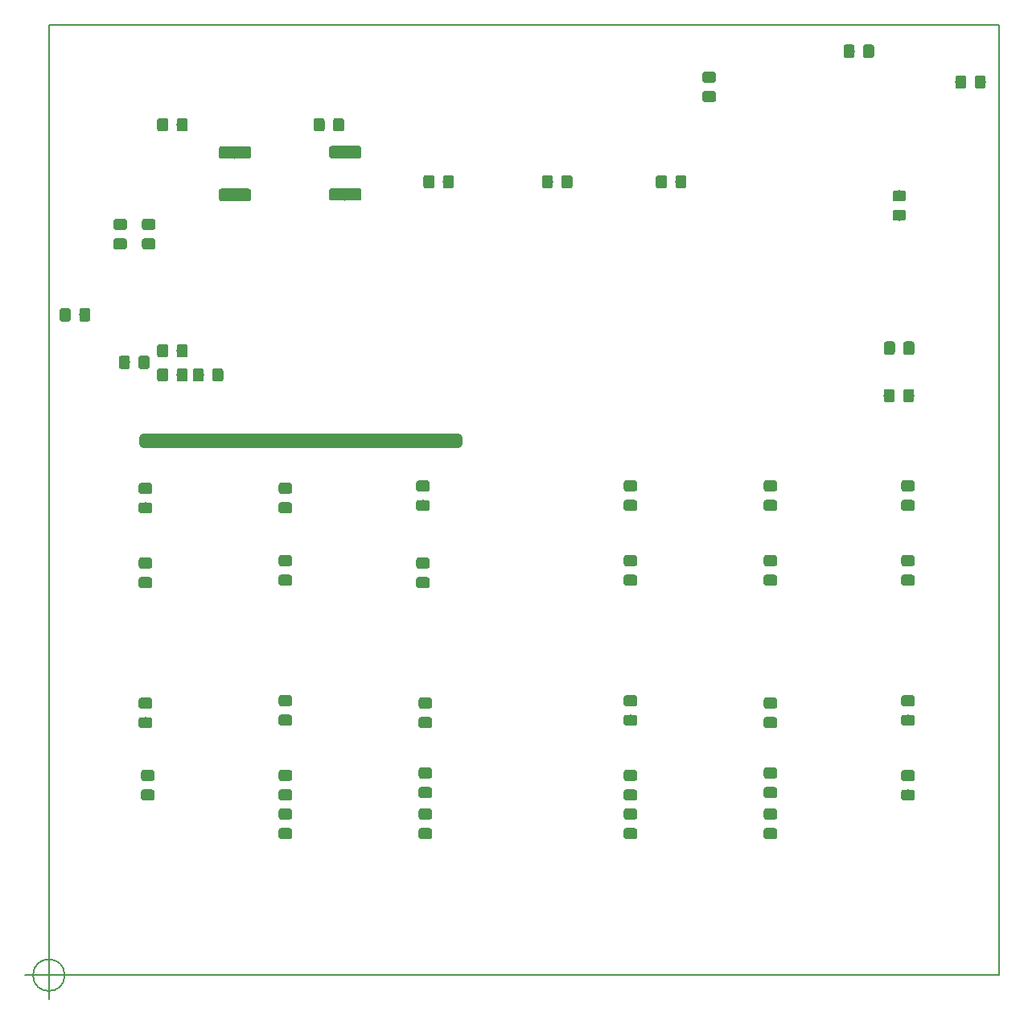
<source format=gbr>
%TF.GenerationSoftware,KiCad,Pcbnew,(5.0.0)*%
%TF.CreationDate,2019-01-09T21:44:21+01:00*%
%TF.ProjectId,KicadEuropower,4B696361644575726F706F7765722E6B,Rev A*%
%TF.SameCoordinates,Original*%
%TF.FileFunction,Paste,Bot*%
%TF.FilePolarity,Positive*%
%FSLAX46Y46*%
G04 Gerber Fmt 4.6, Leading zero omitted, Abs format (unit mm)*
G04 Created by KiCad (PCBNEW (5.0.0)) date 01/09/19 21:44:21*
%MOMM*%
%LPD*%
G01*
G04 APERTURE LIST*
%ADD10C,1.000000*%
%ADD11C,0.150000*%
%ADD12C,0.200000*%
%ADD13C,1.300000*%
%ADD14C,1.150000*%
G04 APERTURE END LIST*
D10*
X110000000Y-94000000D02*
X110000000Y-93500000D01*
X143000000Y-94000000D02*
X110000000Y-94000000D01*
X143000000Y-93500000D02*
X143000000Y-94000000D01*
X110000000Y-93500000D02*
X143000000Y-93500000D01*
D11*
X101666666Y-150000000D02*
G75*
G03X101666666Y-150000000I-1666666J0D01*
G01*
X97500000Y-150000000D02*
X102500000Y-150000000D01*
X100000000Y-147500000D02*
X100000000Y-152500000D01*
D12*
X200000000Y-50000000D02*
X100000000Y-50000000D01*
X200000000Y-150000000D02*
X200000000Y-50000000D01*
X100000000Y-150000000D02*
X200000000Y-150000000D01*
X100000000Y-50000000D02*
X100000000Y-150000000D01*
D11*
G36*
X132674504Y-67176204D02*
X132698773Y-67179804D01*
X132722571Y-67185765D01*
X132745671Y-67194030D01*
X132767849Y-67204520D01*
X132788893Y-67217133D01*
X132808598Y-67231747D01*
X132826777Y-67248223D01*
X132843253Y-67266402D01*
X132857867Y-67286107D01*
X132870480Y-67307151D01*
X132880970Y-67329329D01*
X132889235Y-67352429D01*
X132895196Y-67376227D01*
X132898796Y-67400496D01*
X132900000Y-67425000D01*
X132900000Y-68225000D01*
X132898796Y-68249504D01*
X132895196Y-68273773D01*
X132889235Y-68297571D01*
X132880970Y-68320671D01*
X132870480Y-68342849D01*
X132857867Y-68363893D01*
X132843253Y-68383598D01*
X132826777Y-68401777D01*
X132808598Y-68418253D01*
X132788893Y-68432867D01*
X132767849Y-68445480D01*
X132745671Y-68455970D01*
X132722571Y-68464235D01*
X132698773Y-68470196D01*
X132674504Y-68473796D01*
X132650000Y-68475000D01*
X129750000Y-68475000D01*
X129725496Y-68473796D01*
X129701227Y-68470196D01*
X129677429Y-68464235D01*
X129654329Y-68455970D01*
X129632151Y-68445480D01*
X129611107Y-68432867D01*
X129591402Y-68418253D01*
X129573223Y-68401777D01*
X129556747Y-68383598D01*
X129542133Y-68363893D01*
X129529520Y-68342849D01*
X129519030Y-68320671D01*
X129510765Y-68297571D01*
X129504804Y-68273773D01*
X129501204Y-68249504D01*
X129500000Y-68225000D01*
X129500000Y-67425000D01*
X129501204Y-67400496D01*
X129504804Y-67376227D01*
X129510765Y-67352429D01*
X129519030Y-67329329D01*
X129529520Y-67307151D01*
X129542133Y-67286107D01*
X129556747Y-67266402D01*
X129573223Y-67248223D01*
X129591402Y-67231747D01*
X129611107Y-67217133D01*
X129632151Y-67204520D01*
X129654329Y-67194030D01*
X129677429Y-67185765D01*
X129701227Y-67179804D01*
X129725496Y-67176204D01*
X129750000Y-67175000D01*
X132650000Y-67175000D01*
X132674504Y-67176204D01*
X132674504Y-67176204D01*
G37*
D13*
X131200000Y-67825000D03*
D11*
G36*
X132674504Y-62726204D02*
X132698773Y-62729804D01*
X132722571Y-62735765D01*
X132745671Y-62744030D01*
X132767849Y-62754520D01*
X132788893Y-62767133D01*
X132808598Y-62781747D01*
X132826777Y-62798223D01*
X132843253Y-62816402D01*
X132857867Y-62836107D01*
X132870480Y-62857151D01*
X132880970Y-62879329D01*
X132889235Y-62902429D01*
X132895196Y-62926227D01*
X132898796Y-62950496D01*
X132900000Y-62975000D01*
X132900000Y-63775000D01*
X132898796Y-63799504D01*
X132895196Y-63823773D01*
X132889235Y-63847571D01*
X132880970Y-63870671D01*
X132870480Y-63892849D01*
X132857867Y-63913893D01*
X132843253Y-63933598D01*
X132826777Y-63951777D01*
X132808598Y-63968253D01*
X132788893Y-63982867D01*
X132767849Y-63995480D01*
X132745671Y-64005970D01*
X132722571Y-64014235D01*
X132698773Y-64020196D01*
X132674504Y-64023796D01*
X132650000Y-64025000D01*
X129750000Y-64025000D01*
X129725496Y-64023796D01*
X129701227Y-64020196D01*
X129677429Y-64014235D01*
X129654329Y-64005970D01*
X129632151Y-63995480D01*
X129611107Y-63982867D01*
X129591402Y-63968253D01*
X129573223Y-63951777D01*
X129556747Y-63933598D01*
X129542133Y-63913893D01*
X129529520Y-63892849D01*
X129519030Y-63870671D01*
X129510765Y-63847571D01*
X129504804Y-63823773D01*
X129501204Y-63799504D01*
X129500000Y-63775000D01*
X129500000Y-62975000D01*
X129501204Y-62950496D01*
X129504804Y-62926227D01*
X129510765Y-62902429D01*
X129519030Y-62879329D01*
X129529520Y-62857151D01*
X129542133Y-62836107D01*
X129556747Y-62816402D01*
X129573223Y-62798223D01*
X129591402Y-62781747D01*
X129611107Y-62767133D01*
X129632151Y-62754520D01*
X129654329Y-62744030D01*
X129677429Y-62735765D01*
X129701227Y-62729804D01*
X129725496Y-62726204D01*
X129750000Y-62725000D01*
X132650000Y-62725000D01*
X132674504Y-62726204D01*
X132674504Y-62726204D01*
G37*
D13*
X131200000Y-63375000D03*
D11*
G36*
X154874505Y-65801204D02*
X154898773Y-65804804D01*
X154922572Y-65810765D01*
X154945671Y-65819030D01*
X154967850Y-65829520D01*
X154988893Y-65842132D01*
X155008599Y-65856747D01*
X155026777Y-65873223D01*
X155043253Y-65891401D01*
X155057868Y-65911107D01*
X155070480Y-65932150D01*
X155080970Y-65954329D01*
X155089235Y-65977428D01*
X155095196Y-66001227D01*
X155098796Y-66025495D01*
X155100000Y-66049999D01*
X155100000Y-66950001D01*
X155098796Y-66974505D01*
X155095196Y-66998773D01*
X155089235Y-67022572D01*
X155080970Y-67045671D01*
X155070480Y-67067850D01*
X155057868Y-67088893D01*
X155043253Y-67108599D01*
X155026777Y-67126777D01*
X155008599Y-67143253D01*
X154988893Y-67157868D01*
X154967850Y-67170480D01*
X154945671Y-67180970D01*
X154922572Y-67189235D01*
X154898773Y-67195196D01*
X154874505Y-67198796D01*
X154850001Y-67200000D01*
X154199999Y-67200000D01*
X154175495Y-67198796D01*
X154151227Y-67195196D01*
X154127428Y-67189235D01*
X154104329Y-67180970D01*
X154082150Y-67170480D01*
X154061107Y-67157868D01*
X154041401Y-67143253D01*
X154023223Y-67126777D01*
X154006747Y-67108599D01*
X153992132Y-67088893D01*
X153979520Y-67067850D01*
X153969030Y-67045671D01*
X153960765Y-67022572D01*
X153954804Y-66998773D01*
X153951204Y-66974505D01*
X153950000Y-66950001D01*
X153950000Y-66049999D01*
X153951204Y-66025495D01*
X153954804Y-66001227D01*
X153960765Y-65977428D01*
X153969030Y-65954329D01*
X153979520Y-65932150D01*
X153992132Y-65911107D01*
X154006747Y-65891401D01*
X154023223Y-65873223D01*
X154041401Y-65856747D01*
X154061107Y-65842132D01*
X154082150Y-65829520D01*
X154104329Y-65819030D01*
X154127428Y-65810765D01*
X154151227Y-65804804D01*
X154175495Y-65801204D01*
X154199999Y-65800000D01*
X154850001Y-65800000D01*
X154874505Y-65801204D01*
X154874505Y-65801204D01*
G37*
D14*
X154525000Y-66500000D03*
D11*
G36*
X152824505Y-65801204D02*
X152848773Y-65804804D01*
X152872572Y-65810765D01*
X152895671Y-65819030D01*
X152917850Y-65829520D01*
X152938893Y-65842132D01*
X152958599Y-65856747D01*
X152976777Y-65873223D01*
X152993253Y-65891401D01*
X153007868Y-65911107D01*
X153020480Y-65932150D01*
X153030970Y-65954329D01*
X153039235Y-65977428D01*
X153045196Y-66001227D01*
X153048796Y-66025495D01*
X153050000Y-66049999D01*
X153050000Y-66950001D01*
X153048796Y-66974505D01*
X153045196Y-66998773D01*
X153039235Y-67022572D01*
X153030970Y-67045671D01*
X153020480Y-67067850D01*
X153007868Y-67088893D01*
X152993253Y-67108599D01*
X152976777Y-67126777D01*
X152958599Y-67143253D01*
X152938893Y-67157868D01*
X152917850Y-67170480D01*
X152895671Y-67180970D01*
X152872572Y-67189235D01*
X152848773Y-67195196D01*
X152824505Y-67198796D01*
X152800001Y-67200000D01*
X152149999Y-67200000D01*
X152125495Y-67198796D01*
X152101227Y-67195196D01*
X152077428Y-67189235D01*
X152054329Y-67180970D01*
X152032150Y-67170480D01*
X152011107Y-67157868D01*
X151991401Y-67143253D01*
X151973223Y-67126777D01*
X151956747Y-67108599D01*
X151942132Y-67088893D01*
X151929520Y-67067850D01*
X151919030Y-67045671D01*
X151910765Y-67022572D01*
X151904804Y-66998773D01*
X151901204Y-66974505D01*
X151900000Y-66950001D01*
X151900000Y-66049999D01*
X151901204Y-66025495D01*
X151904804Y-66001227D01*
X151910765Y-65977428D01*
X151919030Y-65954329D01*
X151929520Y-65932150D01*
X151942132Y-65911107D01*
X151956747Y-65891401D01*
X151973223Y-65873223D01*
X151991401Y-65856747D01*
X152011107Y-65842132D01*
X152032150Y-65829520D01*
X152054329Y-65819030D01*
X152077428Y-65810765D01*
X152101227Y-65804804D01*
X152125495Y-65801204D01*
X152149999Y-65800000D01*
X152800001Y-65800000D01*
X152824505Y-65801204D01*
X152824505Y-65801204D01*
G37*
D14*
X152475000Y-66500000D03*
D11*
G36*
X166874505Y-65801204D02*
X166898773Y-65804804D01*
X166922572Y-65810765D01*
X166945671Y-65819030D01*
X166967850Y-65829520D01*
X166988893Y-65842132D01*
X167008599Y-65856747D01*
X167026777Y-65873223D01*
X167043253Y-65891401D01*
X167057868Y-65911107D01*
X167070480Y-65932150D01*
X167080970Y-65954329D01*
X167089235Y-65977428D01*
X167095196Y-66001227D01*
X167098796Y-66025495D01*
X167100000Y-66049999D01*
X167100000Y-66950001D01*
X167098796Y-66974505D01*
X167095196Y-66998773D01*
X167089235Y-67022572D01*
X167080970Y-67045671D01*
X167070480Y-67067850D01*
X167057868Y-67088893D01*
X167043253Y-67108599D01*
X167026777Y-67126777D01*
X167008599Y-67143253D01*
X166988893Y-67157868D01*
X166967850Y-67170480D01*
X166945671Y-67180970D01*
X166922572Y-67189235D01*
X166898773Y-67195196D01*
X166874505Y-67198796D01*
X166850001Y-67200000D01*
X166199999Y-67200000D01*
X166175495Y-67198796D01*
X166151227Y-67195196D01*
X166127428Y-67189235D01*
X166104329Y-67180970D01*
X166082150Y-67170480D01*
X166061107Y-67157868D01*
X166041401Y-67143253D01*
X166023223Y-67126777D01*
X166006747Y-67108599D01*
X165992132Y-67088893D01*
X165979520Y-67067850D01*
X165969030Y-67045671D01*
X165960765Y-67022572D01*
X165954804Y-66998773D01*
X165951204Y-66974505D01*
X165950000Y-66950001D01*
X165950000Y-66049999D01*
X165951204Y-66025495D01*
X165954804Y-66001227D01*
X165960765Y-65977428D01*
X165969030Y-65954329D01*
X165979520Y-65932150D01*
X165992132Y-65911107D01*
X166006747Y-65891401D01*
X166023223Y-65873223D01*
X166041401Y-65856747D01*
X166061107Y-65842132D01*
X166082150Y-65829520D01*
X166104329Y-65819030D01*
X166127428Y-65810765D01*
X166151227Y-65804804D01*
X166175495Y-65801204D01*
X166199999Y-65800000D01*
X166850001Y-65800000D01*
X166874505Y-65801204D01*
X166874505Y-65801204D01*
G37*
D14*
X166525000Y-66500000D03*
D11*
G36*
X164824505Y-65801204D02*
X164848773Y-65804804D01*
X164872572Y-65810765D01*
X164895671Y-65819030D01*
X164917850Y-65829520D01*
X164938893Y-65842132D01*
X164958599Y-65856747D01*
X164976777Y-65873223D01*
X164993253Y-65891401D01*
X165007868Y-65911107D01*
X165020480Y-65932150D01*
X165030970Y-65954329D01*
X165039235Y-65977428D01*
X165045196Y-66001227D01*
X165048796Y-66025495D01*
X165050000Y-66049999D01*
X165050000Y-66950001D01*
X165048796Y-66974505D01*
X165045196Y-66998773D01*
X165039235Y-67022572D01*
X165030970Y-67045671D01*
X165020480Y-67067850D01*
X165007868Y-67088893D01*
X164993253Y-67108599D01*
X164976777Y-67126777D01*
X164958599Y-67143253D01*
X164938893Y-67157868D01*
X164917850Y-67170480D01*
X164895671Y-67180970D01*
X164872572Y-67189235D01*
X164848773Y-67195196D01*
X164824505Y-67198796D01*
X164800001Y-67200000D01*
X164149999Y-67200000D01*
X164125495Y-67198796D01*
X164101227Y-67195196D01*
X164077428Y-67189235D01*
X164054329Y-67180970D01*
X164032150Y-67170480D01*
X164011107Y-67157868D01*
X163991401Y-67143253D01*
X163973223Y-67126777D01*
X163956747Y-67108599D01*
X163942132Y-67088893D01*
X163929520Y-67067850D01*
X163919030Y-67045671D01*
X163910765Y-67022572D01*
X163904804Y-66998773D01*
X163901204Y-66974505D01*
X163900000Y-66950001D01*
X163900000Y-66049999D01*
X163901204Y-66025495D01*
X163904804Y-66001227D01*
X163910765Y-65977428D01*
X163919030Y-65954329D01*
X163929520Y-65932150D01*
X163942132Y-65911107D01*
X163956747Y-65891401D01*
X163973223Y-65873223D01*
X163991401Y-65856747D01*
X164011107Y-65842132D01*
X164032150Y-65829520D01*
X164054329Y-65819030D01*
X164077428Y-65810765D01*
X164101227Y-65804804D01*
X164125495Y-65801204D01*
X164149999Y-65800000D01*
X164800001Y-65800000D01*
X164824505Y-65801204D01*
X164824505Y-65801204D01*
G37*
D14*
X164475000Y-66500000D03*
D11*
G36*
X142399505Y-65801204D02*
X142423773Y-65804804D01*
X142447572Y-65810765D01*
X142470671Y-65819030D01*
X142492850Y-65829520D01*
X142513893Y-65842132D01*
X142533599Y-65856747D01*
X142551777Y-65873223D01*
X142568253Y-65891401D01*
X142582868Y-65911107D01*
X142595480Y-65932150D01*
X142605970Y-65954329D01*
X142614235Y-65977428D01*
X142620196Y-66001227D01*
X142623796Y-66025495D01*
X142625000Y-66049999D01*
X142625000Y-66950001D01*
X142623796Y-66974505D01*
X142620196Y-66998773D01*
X142614235Y-67022572D01*
X142605970Y-67045671D01*
X142595480Y-67067850D01*
X142582868Y-67088893D01*
X142568253Y-67108599D01*
X142551777Y-67126777D01*
X142533599Y-67143253D01*
X142513893Y-67157868D01*
X142492850Y-67170480D01*
X142470671Y-67180970D01*
X142447572Y-67189235D01*
X142423773Y-67195196D01*
X142399505Y-67198796D01*
X142375001Y-67200000D01*
X141724999Y-67200000D01*
X141700495Y-67198796D01*
X141676227Y-67195196D01*
X141652428Y-67189235D01*
X141629329Y-67180970D01*
X141607150Y-67170480D01*
X141586107Y-67157868D01*
X141566401Y-67143253D01*
X141548223Y-67126777D01*
X141531747Y-67108599D01*
X141517132Y-67088893D01*
X141504520Y-67067850D01*
X141494030Y-67045671D01*
X141485765Y-67022572D01*
X141479804Y-66998773D01*
X141476204Y-66974505D01*
X141475000Y-66950001D01*
X141475000Y-66049999D01*
X141476204Y-66025495D01*
X141479804Y-66001227D01*
X141485765Y-65977428D01*
X141494030Y-65954329D01*
X141504520Y-65932150D01*
X141517132Y-65911107D01*
X141531747Y-65891401D01*
X141548223Y-65873223D01*
X141566401Y-65856747D01*
X141586107Y-65842132D01*
X141607150Y-65829520D01*
X141629329Y-65819030D01*
X141652428Y-65810765D01*
X141676227Y-65804804D01*
X141700495Y-65801204D01*
X141724999Y-65800000D01*
X142375001Y-65800000D01*
X142399505Y-65801204D01*
X142399505Y-65801204D01*
G37*
D14*
X142050000Y-66500000D03*
D11*
G36*
X140349505Y-65801204D02*
X140373773Y-65804804D01*
X140397572Y-65810765D01*
X140420671Y-65819030D01*
X140442850Y-65829520D01*
X140463893Y-65842132D01*
X140483599Y-65856747D01*
X140501777Y-65873223D01*
X140518253Y-65891401D01*
X140532868Y-65911107D01*
X140545480Y-65932150D01*
X140555970Y-65954329D01*
X140564235Y-65977428D01*
X140570196Y-66001227D01*
X140573796Y-66025495D01*
X140575000Y-66049999D01*
X140575000Y-66950001D01*
X140573796Y-66974505D01*
X140570196Y-66998773D01*
X140564235Y-67022572D01*
X140555970Y-67045671D01*
X140545480Y-67067850D01*
X140532868Y-67088893D01*
X140518253Y-67108599D01*
X140501777Y-67126777D01*
X140483599Y-67143253D01*
X140463893Y-67157868D01*
X140442850Y-67170480D01*
X140420671Y-67180970D01*
X140397572Y-67189235D01*
X140373773Y-67195196D01*
X140349505Y-67198796D01*
X140325001Y-67200000D01*
X139674999Y-67200000D01*
X139650495Y-67198796D01*
X139626227Y-67195196D01*
X139602428Y-67189235D01*
X139579329Y-67180970D01*
X139557150Y-67170480D01*
X139536107Y-67157868D01*
X139516401Y-67143253D01*
X139498223Y-67126777D01*
X139481747Y-67108599D01*
X139467132Y-67088893D01*
X139454520Y-67067850D01*
X139444030Y-67045671D01*
X139435765Y-67022572D01*
X139429804Y-66998773D01*
X139426204Y-66974505D01*
X139425000Y-66950001D01*
X139425000Y-66049999D01*
X139426204Y-66025495D01*
X139429804Y-66001227D01*
X139435765Y-65977428D01*
X139444030Y-65954329D01*
X139454520Y-65932150D01*
X139467132Y-65911107D01*
X139481747Y-65891401D01*
X139498223Y-65873223D01*
X139516401Y-65856747D01*
X139536107Y-65842132D01*
X139557150Y-65829520D01*
X139579329Y-65819030D01*
X139602428Y-65810765D01*
X139626227Y-65804804D01*
X139650495Y-65801204D01*
X139674999Y-65800000D01*
X140325001Y-65800000D01*
X140349505Y-65801204D01*
X140349505Y-65801204D01*
G37*
D14*
X140000000Y-66500000D03*
D11*
G36*
X125366505Y-122587204D02*
X125390773Y-122590804D01*
X125414572Y-122596765D01*
X125437671Y-122605030D01*
X125459850Y-122615520D01*
X125480893Y-122628132D01*
X125500599Y-122642747D01*
X125518777Y-122659223D01*
X125535253Y-122677401D01*
X125549868Y-122697107D01*
X125562480Y-122718150D01*
X125572970Y-122740329D01*
X125581235Y-122763428D01*
X125587196Y-122787227D01*
X125590796Y-122811495D01*
X125592000Y-122835999D01*
X125592000Y-123486001D01*
X125590796Y-123510505D01*
X125587196Y-123534773D01*
X125581235Y-123558572D01*
X125572970Y-123581671D01*
X125562480Y-123603850D01*
X125549868Y-123624893D01*
X125535253Y-123644599D01*
X125518777Y-123662777D01*
X125500599Y-123679253D01*
X125480893Y-123693868D01*
X125459850Y-123706480D01*
X125437671Y-123716970D01*
X125414572Y-123725235D01*
X125390773Y-123731196D01*
X125366505Y-123734796D01*
X125342001Y-123736000D01*
X124441999Y-123736000D01*
X124417495Y-123734796D01*
X124393227Y-123731196D01*
X124369428Y-123725235D01*
X124346329Y-123716970D01*
X124324150Y-123706480D01*
X124303107Y-123693868D01*
X124283401Y-123679253D01*
X124265223Y-123662777D01*
X124248747Y-123644599D01*
X124234132Y-123624893D01*
X124221520Y-123603850D01*
X124211030Y-123581671D01*
X124202765Y-123558572D01*
X124196804Y-123534773D01*
X124193204Y-123510505D01*
X124192000Y-123486001D01*
X124192000Y-122835999D01*
X124193204Y-122811495D01*
X124196804Y-122787227D01*
X124202765Y-122763428D01*
X124211030Y-122740329D01*
X124221520Y-122718150D01*
X124234132Y-122697107D01*
X124248747Y-122677401D01*
X124265223Y-122659223D01*
X124283401Y-122642747D01*
X124303107Y-122628132D01*
X124324150Y-122615520D01*
X124346329Y-122605030D01*
X124369428Y-122596765D01*
X124393227Y-122590804D01*
X124417495Y-122587204D01*
X124441999Y-122586000D01*
X125342001Y-122586000D01*
X125366505Y-122587204D01*
X125366505Y-122587204D01*
G37*
D14*
X124892000Y-123161000D03*
D11*
G36*
X125366505Y-120537204D02*
X125390773Y-120540804D01*
X125414572Y-120546765D01*
X125437671Y-120555030D01*
X125459850Y-120565520D01*
X125480893Y-120578132D01*
X125500599Y-120592747D01*
X125518777Y-120609223D01*
X125535253Y-120627401D01*
X125549868Y-120647107D01*
X125562480Y-120668150D01*
X125572970Y-120690329D01*
X125581235Y-120713428D01*
X125587196Y-120737227D01*
X125590796Y-120761495D01*
X125592000Y-120785999D01*
X125592000Y-121436001D01*
X125590796Y-121460505D01*
X125587196Y-121484773D01*
X125581235Y-121508572D01*
X125572970Y-121531671D01*
X125562480Y-121553850D01*
X125549868Y-121574893D01*
X125535253Y-121594599D01*
X125518777Y-121612777D01*
X125500599Y-121629253D01*
X125480893Y-121643868D01*
X125459850Y-121656480D01*
X125437671Y-121666970D01*
X125414572Y-121675235D01*
X125390773Y-121681196D01*
X125366505Y-121684796D01*
X125342001Y-121686000D01*
X124441999Y-121686000D01*
X124417495Y-121684796D01*
X124393227Y-121681196D01*
X124369428Y-121675235D01*
X124346329Y-121666970D01*
X124324150Y-121656480D01*
X124303107Y-121643868D01*
X124283401Y-121629253D01*
X124265223Y-121612777D01*
X124248747Y-121594599D01*
X124234132Y-121574893D01*
X124221520Y-121553850D01*
X124211030Y-121531671D01*
X124202765Y-121508572D01*
X124196804Y-121484773D01*
X124193204Y-121460505D01*
X124192000Y-121436001D01*
X124192000Y-120785999D01*
X124193204Y-120761495D01*
X124196804Y-120737227D01*
X124202765Y-120713428D01*
X124211030Y-120690329D01*
X124221520Y-120668150D01*
X124234132Y-120647107D01*
X124248747Y-120627401D01*
X124265223Y-120609223D01*
X124283401Y-120592747D01*
X124303107Y-120578132D01*
X124324150Y-120565520D01*
X124346329Y-120555030D01*
X124369428Y-120546765D01*
X124393227Y-120540804D01*
X124417495Y-120537204D01*
X124441999Y-120536000D01*
X125342001Y-120536000D01*
X125366505Y-120537204D01*
X125366505Y-120537204D01*
G37*
D14*
X124892000Y-121111000D03*
D11*
G36*
X176420505Y-122841204D02*
X176444773Y-122844804D01*
X176468572Y-122850765D01*
X176491671Y-122859030D01*
X176513850Y-122869520D01*
X176534893Y-122882132D01*
X176554599Y-122896747D01*
X176572777Y-122913223D01*
X176589253Y-122931401D01*
X176603868Y-122951107D01*
X176616480Y-122972150D01*
X176626970Y-122994329D01*
X176635235Y-123017428D01*
X176641196Y-123041227D01*
X176644796Y-123065495D01*
X176646000Y-123089999D01*
X176646000Y-123740001D01*
X176644796Y-123764505D01*
X176641196Y-123788773D01*
X176635235Y-123812572D01*
X176626970Y-123835671D01*
X176616480Y-123857850D01*
X176603868Y-123878893D01*
X176589253Y-123898599D01*
X176572777Y-123916777D01*
X176554599Y-123933253D01*
X176534893Y-123947868D01*
X176513850Y-123960480D01*
X176491671Y-123970970D01*
X176468572Y-123979235D01*
X176444773Y-123985196D01*
X176420505Y-123988796D01*
X176396001Y-123990000D01*
X175495999Y-123990000D01*
X175471495Y-123988796D01*
X175447227Y-123985196D01*
X175423428Y-123979235D01*
X175400329Y-123970970D01*
X175378150Y-123960480D01*
X175357107Y-123947868D01*
X175337401Y-123933253D01*
X175319223Y-123916777D01*
X175302747Y-123898599D01*
X175288132Y-123878893D01*
X175275520Y-123857850D01*
X175265030Y-123835671D01*
X175256765Y-123812572D01*
X175250804Y-123788773D01*
X175247204Y-123764505D01*
X175246000Y-123740001D01*
X175246000Y-123089999D01*
X175247204Y-123065495D01*
X175250804Y-123041227D01*
X175256765Y-123017428D01*
X175265030Y-122994329D01*
X175275520Y-122972150D01*
X175288132Y-122951107D01*
X175302747Y-122931401D01*
X175319223Y-122913223D01*
X175337401Y-122896747D01*
X175357107Y-122882132D01*
X175378150Y-122869520D01*
X175400329Y-122859030D01*
X175423428Y-122850765D01*
X175447227Y-122844804D01*
X175471495Y-122841204D01*
X175495999Y-122840000D01*
X176396001Y-122840000D01*
X176420505Y-122841204D01*
X176420505Y-122841204D01*
G37*
D14*
X175946000Y-123415000D03*
D11*
G36*
X176420505Y-120791204D02*
X176444773Y-120794804D01*
X176468572Y-120800765D01*
X176491671Y-120809030D01*
X176513850Y-120819520D01*
X176534893Y-120832132D01*
X176554599Y-120846747D01*
X176572777Y-120863223D01*
X176589253Y-120881401D01*
X176603868Y-120901107D01*
X176616480Y-120922150D01*
X176626970Y-120944329D01*
X176635235Y-120967428D01*
X176641196Y-120991227D01*
X176644796Y-121015495D01*
X176646000Y-121039999D01*
X176646000Y-121690001D01*
X176644796Y-121714505D01*
X176641196Y-121738773D01*
X176635235Y-121762572D01*
X176626970Y-121785671D01*
X176616480Y-121807850D01*
X176603868Y-121828893D01*
X176589253Y-121848599D01*
X176572777Y-121866777D01*
X176554599Y-121883253D01*
X176534893Y-121897868D01*
X176513850Y-121910480D01*
X176491671Y-121920970D01*
X176468572Y-121929235D01*
X176444773Y-121935196D01*
X176420505Y-121938796D01*
X176396001Y-121940000D01*
X175495999Y-121940000D01*
X175471495Y-121938796D01*
X175447227Y-121935196D01*
X175423428Y-121929235D01*
X175400329Y-121920970D01*
X175378150Y-121910480D01*
X175357107Y-121897868D01*
X175337401Y-121883253D01*
X175319223Y-121866777D01*
X175302747Y-121848599D01*
X175288132Y-121828893D01*
X175275520Y-121807850D01*
X175265030Y-121785671D01*
X175256765Y-121762572D01*
X175250804Y-121738773D01*
X175247204Y-121714505D01*
X175246000Y-121690001D01*
X175246000Y-121039999D01*
X175247204Y-121015495D01*
X175250804Y-120991227D01*
X175256765Y-120967428D01*
X175265030Y-120944329D01*
X175275520Y-120922150D01*
X175288132Y-120901107D01*
X175302747Y-120881401D01*
X175319223Y-120863223D01*
X175337401Y-120846747D01*
X175357107Y-120832132D01*
X175378150Y-120819520D01*
X175400329Y-120809030D01*
X175423428Y-120800765D01*
X175447227Y-120794804D01*
X175471495Y-120791204D01*
X175495999Y-120790000D01*
X176396001Y-120790000D01*
X176420505Y-120791204D01*
X176420505Y-120791204D01*
G37*
D14*
X175946000Y-121365000D03*
D11*
G36*
X176420505Y-99981204D02*
X176444773Y-99984804D01*
X176468572Y-99990765D01*
X176491671Y-99999030D01*
X176513850Y-100009520D01*
X176534893Y-100022132D01*
X176554599Y-100036747D01*
X176572777Y-100053223D01*
X176589253Y-100071401D01*
X176603868Y-100091107D01*
X176616480Y-100112150D01*
X176626970Y-100134329D01*
X176635235Y-100157428D01*
X176641196Y-100181227D01*
X176644796Y-100205495D01*
X176646000Y-100229999D01*
X176646000Y-100880001D01*
X176644796Y-100904505D01*
X176641196Y-100928773D01*
X176635235Y-100952572D01*
X176626970Y-100975671D01*
X176616480Y-100997850D01*
X176603868Y-101018893D01*
X176589253Y-101038599D01*
X176572777Y-101056777D01*
X176554599Y-101073253D01*
X176534893Y-101087868D01*
X176513850Y-101100480D01*
X176491671Y-101110970D01*
X176468572Y-101119235D01*
X176444773Y-101125196D01*
X176420505Y-101128796D01*
X176396001Y-101130000D01*
X175495999Y-101130000D01*
X175471495Y-101128796D01*
X175447227Y-101125196D01*
X175423428Y-101119235D01*
X175400329Y-101110970D01*
X175378150Y-101100480D01*
X175357107Y-101087868D01*
X175337401Y-101073253D01*
X175319223Y-101056777D01*
X175302747Y-101038599D01*
X175288132Y-101018893D01*
X175275520Y-100997850D01*
X175265030Y-100975671D01*
X175256765Y-100952572D01*
X175250804Y-100928773D01*
X175247204Y-100904505D01*
X175246000Y-100880001D01*
X175246000Y-100229999D01*
X175247204Y-100205495D01*
X175250804Y-100181227D01*
X175256765Y-100157428D01*
X175265030Y-100134329D01*
X175275520Y-100112150D01*
X175288132Y-100091107D01*
X175302747Y-100071401D01*
X175319223Y-100053223D01*
X175337401Y-100036747D01*
X175357107Y-100022132D01*
X175378150Y-100009520D01*
X175400329Y-99999030D01*
X175423428Y-99990765D01*
X175447227Y-99984804D01*
X175471495Y-99981204D01*
X175495999Y-99980000D01*
X176396001Y-99980000D01*
X176420505Y-99981204D01*
X176420505Y-99981204D01*
G37*
D14*
X175946000Y-100555000D03*
D11*
G36*
X176420505Y-97931204D02*
X176444773Y-97934804D01*
X176468572Y-97940765D01*
X176491671Y-97949030D01*
X176513850Y-97959520D01*
X176534893Y-97972132D01*
X176554599Y-97986747D01*
X176572777Y-98003223D01*
X176589253Y-98021401D01*
X176603868Y-98041107D01*
X176616480Y-98062150D01*
X176626970Y-98084329D01*
X176635235Y-98107428D01*
X176641196Y-98131227D01*
X176644796Y-98155495D01*
X176646000Y-98179999D01*
X176646000Y-98830001D01*
X176644796Y-98854505D01*
X176641196Y-98878773D01*
X176635235Y-98902572D01*
X176626970Y-98925671D01*
X176616480Y-98947850D01*
X176603868Y-98968893D01*
X176589253Y-98988599D01*
X176572777Y-99006777D01*
X176554599Y-99023253D01*
X176534893Y-99037868D01*
X176513850Y-99050480D01*
X176491671Y-99060970D01*
X176468572Y-99069235D01*
X176444773Y-99075196D01*
X176420505Y-99078796D01*
X176396001Y-99080000D01*
X175495999Y-99080000D01*
X175471495Y-99078796D01*
X175447227Y-99075196D01*
X175423428Y-99069235D01*
X175400329Y-99060970D01*
X175378150Y-99050480D01*
X175357107Y-99037868D01*
X175337401Y-99023253D01*
X175319223Y-99006777D01*
X175302747Y-98988599D01*
X175288132Y-98968893D01*
X175275520Y-98947850D01*
X175265030Y-98925671D01*
X175256765Y-98902572D01*
X175250804Y-98878773D01*
X175247204Y-98854505D01*
X175246000Y-98830001D01*
X175246000Y-98179999D01*
X175247204Y-98155495D01*
X175250804Y-98131227D01*
X175256765Y-98107428D01*
X175265030Y-98084329D01*
X175275520Y-98062150D01*
X175288132Y-98041107D01*
X175302747Y-98021401D01*
X175319223Y-98003223D01*
X175337401Y-97986747D01*
X175357107Y-97972132D01*
X175378150Y-97959520D01*
X175400329Y-97949030D01*
X175423428Y-97940765D01*
X175447227Y-97934804D01*
X175471495Y-97931204D01*
X175495999Y-97930000D01*
X176396001Y-97930000D01*
X176420505Y-97931204D01*
X176420505Y-97931204D01*
G37*
D14*
X175946000Y-98505000D03*
D11*
G36*
X161688505Y-99981204D02*
X161712773Y-99984804D01*
X161736572Y-99990765D01*
X161759671Y-99999030D01*
X161781850Y-100009520D01*
X161802893Y-100022132D01*
X161822599Y-100036747D01*
X161840777Y-100053223D01*
X161857253Y-100071401D01*
X161871868Y-100091107D01*
X161884480Y-100112150D01*
X161894970Y-100134329D01*
X161903235Y-100157428D01*
X161909196Y-100181227D01*
X161912796Y-100205495D01*
X161914000Y-100229999D01*
X161914000Y-100880001D01*
X161912796Y-100904505D01*
X161909196Y-100928773D01*
X161903235Y-100952572D01*
X161894970Y-100975671D01*
X161884480Y-100997850D01*
X161871868Y-101018893D01*
X161857253Y-101038599D01*
X161840777Y-101056777D01*
X161822599Y-101073253D01*
X161802893Y-101087868D01*
X161781850Y-101100480D01*
X161759671Y-101110970D01*
X161736572Y-101119235D01*
X161712773Y-101125196D01*
X161688505Y-101128796D01*
X161664001Y-101130000D01*
X160763999Y-101130000D01*
X160739495Y-101128796D01*
X160715227Y-101125196D01*
X160691428Y-101119235D01*
X160668329Y-101110970D01*
X160646150Y-101100480D01*
X160625107Y-101087868D01*
X160605401Y-101073253D01*
X160587223Y-101056777D01*
X160570747Y-101038599D01*
X160556132Y-101018893D01*
X160543520Y-100997850D01*
X160533030Y-100975671D01*
X160524765Y-100952572D01*
X160518804Y-100928773D01*
X160515204Y-100904505D01*
X160514000Y-100880001D01*
X160514000Y-100229999D01*
X160515204Y-100205495D01*
X160518804Y-100181227D01*
X160524765Y-100157428D01*
X160533030Y-100134329D01*
X160543520Y-100112150D01*
X160556132Y-100091107D01*
X160570747Y-100071401D01*
X160587223Y-100053223D01*
X160605401Y-100036747D01*
X160625107Y-100022132D01*
X160646150Y-100009520D01*
X160668329Y-99999030D01*
X160691428Y-99990765D01*
X160715227Y-99984804D01*
X160739495Y-99981204D01*
X160763999Y-99980000D01*
X161664001Y-99980000D01*
X161688505Y-99981204D01*
X161688505Y-99981204D01*
G37*
D14*
X161214000Y-100555000D03*
D11*
G36*
X161688505Y-97931204D02*
X161712773Y-97934804D01*
X161736572Y-97940765D01*
X161759671Y-97949030D01*
X161781850Y-97959520D01*
X161802893Y-97972132D01*
X161822599Y-97986747D01*
X161840777Y-98003223D01*
X161857253Y-98021401D01*
X161871868Y-98041107D01*
X161884480Y-98062150D01*
X161894970Y-98084329D01*
X161903235Y-98107428D01*
X161909196Y-98131227D01*
X161912796Y-98155495D01*
X161914000Y-98179999D01*
X161914000Y-98830001D01*
X161912796Y-98854505D01*
X161909196Y-98878773D01*
X161903235Y-98902572D01*
X161894970Y-98925671D01*
X161884480Y-98947850D01*
X161871868Y-98968893D01*
X161857253Y-98988599D01*
X161840777Y-99006777D01*
X161822599Y-99023253D01*
X161802893Y-99037868D01*
X161781850Y-99050480D01*
X161759671Y-99060970D01*
X161736572Y-99069235D01*
X161712773Y-99075196D01*
X161688505Y-99078796D01*
X161664001Y-99080000D01*
X160763999Y-99080000D01*
X160739495Y-99078796D01*
X160715227Y-99075196D01*
X160691428Y-99069235D01*
X160668329Y-99060970D01*
X160646150Y-99050480D01*
X160625107Y-99037868D01*
X160605401Y-99023253D01*
X160587223Y-99006777D01*
X160570747Y-98988599D01*
X160556132Y-98968893D01*
X160543520Y-98947850D01*
X160533030Y-98925671D01*
X160524765Y-98902572D01*
X160518804Y-98878773D01*
X160515204Y-98854505D01*
X160514000Y-98830001D01*
X160514000Y-98179999D01*
X160515204Y-98155495D01*
X160518804Y-98131227D01*
X160524765Y-98107428D01*
X160533030Y-98084329D01*
X160543520Y-98062150D01*
X160556132Y-98041107D01*
X160570747Y-98021401D01*
X160587223Y-98003223D01*
X160605401Y-97986747D01*
X160625107Y-97972132D01*
X160646150Y-97959520D01*
X160668329Y-97949030D01*
X160691428Y-97940765D01*
X160715227Y-97934804D01*
X160739495Y-97931204D01*
X160763999Y-97930000D01*
X161664001Y-97930000D01*
X161688505Y-97931204D01*
X161688505Y-97931204D01*
G37*
D14*
X161214000Y-98505000D03*
D11*
G36*
X190898505Y-99981204D02*
X190922773Y-99984804D01*
X190946572Y-99990765D01*
X190969671Y-99999030D01*
X190991850Y-100009520D01*
X191012893Y-100022132D01*
X191032599Y-100036747D01*
X191050777Y-100053223D01*
X191067253Y-100071401D01*
X191081868Y-100091107D01*
X191094480Y-100112150D01*
X191104970Y-100134329D01*
X191113235Y-100157428D01*
X191119196Y-100181227D01*
X191122796Y-100205495D01*
X191124000Y-100229999D01*
X191124000Y-100880001D01*
X191122796Y-100904505D01*
X191119196Y-100928773D01*
X191113235Y-100952572D01*
X191104970Y-100975671D01*
X191094480Y-100997850D01*
X191081868Y-101018893D01*
X191067253Y-101038599D01*
X191050777Y-101056777D01*
X191032599Y-101073253D01*
X191012893Y-101087868D01*
X190991850Y-101100480D01*
X190969671Y-101110970D01*
X190946572Y-101119235D01*
X190922773Y-101125196D01*
X190898505Y-101128796D01*
X190874001Y-101130000D01*
X189973999Y-101130000D01*
X189949495Y-101128796D01*
X189925227Y-101125196D01*
X189901428Y-101119235D01*
X189878329Y-101110970D01*
X189856150Y-101100480D01*
X189835107Y-101087868D01*
X189815401Y-101073253D01*
X189797223Y-101056777D01*
X189780747Y-101038599D01*
X189766132Y-101018893D01*
X189753520Y-100997850D01*
X189743030Y-100975671D01*
X189734765Y-100952572D01*
X189728804Y-100928773D01*
X189725204Y-100904505D01*
X189724000Y-100880001D01*
X189724000Y-100229999D01*
X189725204Y-100205495D01*
X189728804Y-100181227D01*
X189734765Y-100157428D01*
X189743030Y-100134329D01*
X189753520Y-100112150D01*
X189766132Y-100091107D01*
X189780747Y-100071401D01*
X189797223Y-100053223D01*
X189815401Y-100036747D01*
X189835107Y-100022132D01*
X189856150Y-100009520D01*
X189878329Y-99999030D01*
X189901428Y-99990765D01*
X189925227Y-99984804D01*
X189949495Y-99981204D01*
X189973999Y-99980000D01*
X190874001Y-99980000D01*
X190898505Y-99981204D01*
X190898505Y-99981204D01*
G37*
D14*
X190424000Y-100555000D03*
D11*
G36*
X190898505Y-97931204D02*
X190922773Y-97934804D01*
X190946572Y-97940765D01*
X190969671Y-97949030D01*
X190991850Y-97959520D01*
X191012893Y-97972132D01*
X191032599Y-97986747D01*
X191050777Y-98003223D01*
X191067253Y-98021401D01*
X191081868Y-98041107D01*
X191094480Y-98062150D01*
X191104970Y-98084329D01*
X191113235Y-98107428D01*
X191119196Y-98131227D01*
X191122796Y-98155495D01*
X191124000Y-98179999D01*
X191124000Y-98830001D01*
X191122796Y-98854505D01*
X191119196Y-98878773D01*
X191113235Y-98902572D01*
X191104970Y-98925671D01*
X191094480Y-98947850D01*
X191081868Y-98968893D01*
X191067253Y-98988599D01*
X191050777Y-99006777D01*
X191032599Y-99023253D01*
X191012893Y-99037868D01*
X190991850Y-99050480D01*
X190969671Y-99060970D01*
X190946572Y-99069235D01*
X190922773Y-99075196D01*
X190898505Y-99078796D01*
X190874001Y-99080000D01*
X189973999Y-99080000D01*
X189949495Y-99078796D01*
X189925227Y-99075196D01*
X189901428Y-99069235D01*
X189878329Y-99060970D01*
X189856150Y-99050480D01*
X189835107Y-99037868D01*
X189815401Y-99023253D01*
X189797223Y-99006777D01*
X189780747Y-98988599D01*
X189766132Y-98968893D01*
X189753520Y-98947850D01*
X189743030Y-98925671D01*
X189734765Y-98902572D01*
X189728804Y-98878773D01*
X189725204Y-98854505D01*
X189724000Y-98830001D01*
X189724000Y-98179999D01*
X189725204Y-98155495D01*
X189728804Y-98131227D01*
X189734765Y-98107428D01*
X189743030Y-98084329D01*
X189753520Y-98062150D01*
X189766132Y-98041107D01*
X189780747Y-98021401D01*
X189797223Y-98003223D01*
X189815401Y-97986747D01*
X189835107Y-97972132D01*
X189856150Y-97959520D01*
X189878329Y-97949030D01*
X189901428Y-97940765D01*
X189925227Y-97934804D01*
X189949495Y-97931204D01*
X189973999Y-97930000D01*
X190874001Y-97930000D01*
X190898505Y-97931204D01*
X190898505Y-97931204D01*
G37*
D14*
X190424000Y-98505000D03*
D11*
G36*
X140098505Y-122841204D02*
X140122773Y-122844804D01*
X140146572Y-122850765D01*
X140169671Y-122859030D01*
X140191850Y-122869520D01*
X140212893Y-122882132D01*
X140232599Y-122896747D01*
X140250777Y-122913223D01*
X140267253Y-122931401D01*
X140281868Y-122951107D01*
X140294480Y-122972150D01*
X140304970Y-122994329D01*
X140313235Y-123017428D01*
X140319196Y-123041227D01*
X140322796Y-123065495D01*
X140324000Y-123089999D01*
X140324000Y-123740001D01*
X140322796Y-123764505D01*
X140319196Y-123788773D01*
X140313235Y-123812572D01*
X140304970Y-123835671D01*
X140294480Y-123857850D01*
X140281868Y-123878893D01*
X140267253Y-123898599D01*
X140250777Y-123916777D01*
X140232599Y-123933253D01*
X140212893Y-123947868D01*
X140191850Y-123960480D01*
X140169671Y-123970970D01*
X140146572Y-123979235D01*
X140122773Y-123985196D01*
X140098505Y-123988796D01*
X140074001Y-123990000D01*
X139173999Y-123990000D01*
X139149495Y-123988796D01*
X139125227Y-123985196D01*
X139101428Y-123979235D01*
X139078329Y-123970970D01*
X139056150Y-123960480D01*
X139035107Y-123947868D01*
X139015401Y-123933253D01*
X138997223Y-123916777D01*
X138980747Y-123898599D01*
X138966132Y-123878893D01*
X138953520Y-123857850D01*
X138943030Y-123835671D01*
X138934765Y-123812572D01*
X138928804Y-123788773D01*
X138925204Y-123764505D01*
X138924000Y-123740001D01*
X138924000Y-123089999D01*
X138925204Y-123065495D01*
X138928804Y-123041227D01*
X138934765Y-123017428D01*
X138943030Y-122994329D01*
X138953520Y-122972150D01*
X138966132Y-122951107D01*
X138980747Y-122931401D01*
X138997223Y-122913223D01*
X139015401Y-122896747D01*
X139035107Y-122882132D01*
X139056150Y-122869520D01*
X139078329Y-122859030D01*
X139101428Y-122850765D01*
X139125227Y-122844804D01*
X139149495Y-122841204D01*
X139173999Y-122840000D01*
X140074001Y-122840000D01*
X140098505Y-122841204D01*
X140098505Y-122841204D01*
G37*
D14*
X139624000Y-123415000D03*
D11*
G36*
X140098505Y-120791204D02*
X140122773Y-120794804D01*
X140146572Y-120800765D01*
X140169671Y-120809030D01*
X140191850Y-120819520D01*
X140212893Y-120832132D01*
X140232599Y-120846747D01*
X140250777Y-120863223D01*
X140267253Y-120881401D01*
X140281868Y-120901107D01*
X140294480Y-120922150D01*
X140304970Y-120944329D01*
X140313235Y-120967428D01*
X140319196Y-120991227D01*
X140322796Y-121015495D01*
X140324000Y-121039999D01*
X140324000Y-121690001D01*
X140322796Y-121714505D01*
X140319196Y-121738773D01*
X140313235Y-121762572D01*
X140304970Y-121785671D01*
X140294480Y-121807850D01*
X140281868Y-121828893D01*
X140267253Y-121848599D01*
X140250777Y-121866777D01*
X140232599Y-121883253D01*
X140212893Y-121897868D01*
X140191850Y-121910480D01*
X140169671Y-121920970D01*
X140146572Y-121929235D01*
X140122773Y-121935196D01*
X140098505Y-121938796D01*
X140074001Y-121940000D01*
X139173999Y-121940000D01*
X139149495Y-121938796D01*
X139125227Y-121935196D01*
X139101428Y-121929235D01*
X139078329Y-121920970D01*
X139056150Y-121910480D01*
X139035107Y-121897868D01*
X139015401Y-121883253D01*
X138997223Y-121866777D01*
X138980747Y-121848599D01*
X138966132Y-121828893D01*
X138953520Y-121807850D01*
X138943030Y-121785671D01*
X138934765Y-121762572D01*
X138928804Y-121738773D01*
X138925204Y-121714505D01*
X138924000Y-121690001D01*
X138924000Y-121039999D01*
X138925204Y-121015495D01*
X138928804Y-120991227D01*
X138934765Y-120967428D01*
X138943030Y-120944329D01*
X138953520Y-120922150D01*
X138966132Y-120901107D01*
X138980747Y-120881401D01*
X138997223Y-120863223D01*
X139015401Y-120846747D01*
X139035107Y-120832132D01*
X139056150Y-120819520D01*
X139078329Y-120809030D01*
X139101428Y-120800765D01*
X139125227Y-120794804D01*
X139149495Y-120791204D01*
X139173999Y-120790000D01*
X140074001Y-120790000D01*
X140098505Y-120791204D01*
X140098505Y-120791204D01*
G37*
D14*
X139624000Y-121365000D03*
D11*
G36*
X139844505Y-99990204D02*
X139868773Y-99993804D01*
X139892572Y-99999765D01*
X139915671Y-100008030D01*
X139937850Y-100018520D01*
X139958893Y-100031132D01*
X139978599Y-100045747D01*
X139996777Y-100062223D01*
X140013253Y-100080401D01*
X140027868Y-100100107D01*
X140040480Y-100121150D01*
X140050970Y-100143329D01*
X140059235Y-100166428D01*
X140065196Y-100190227D01*
X140068796Y-100214495D01*
X140070000Y-100238999D01*
X140070000Y-100889001D01*
X140068796Y-100913505D01*
X140065196Y-100937773D01*
X140059235Y-100961572D01*
X140050970Y-100984671D01*
X140040480Y-101006850D01*
X140027868Y-101027893D01*
X140013253Y-101047599D01*
X139996777Y-101065777D01*
X139978599Y-101082253D01*
X139958893Y-101096868D01*
X139937850Y-101109480D01*
X139915671Y-101119970D01*
X139892572Y-101128235D01*
X139868773Y-101134196D01*
X139844505Y-101137796D01*
X139820001Y-101139000D01*
X138919999Y-101139000D01*
X138895495Y-101137796D01*
X138871227Y-101134196D01*
X138847428Y-101128235D01*
X138824329Y-101119970D01*
X138802150Y-101109480D01*
X138781107Y-101096868D01*
X138761401Y-101082253D01*
X138743223Y-101065777D01*
X138726747Y-101047599D01*
X138712132Y-101027893D01*
X138699520Y-101006850D01*
X138689030Y-100984671D01*
X138680765Y-100961572D01*
X138674804Y-100937773D01*
X138671204Y-100913505D01*
X138670000Y-100889001D01*
X138670000Y-100238999D01*
X138671204Y-100214495D01*
X138674804Y-100190227D01*
X138680765Y-100166428D01*
X138689030Y-100143329D01*
X138699520Y-100121150D01*
X138712132Y-100100107D01*
X138726747Y-100080401D01*
X138743223Y-100062223D01*
X138761401Y-100045747D01*
X138781107Y-100031132D01*
X138802150Y-100018520D01*
X138824329Y-100008030D01*
X138847428Y-99999765D01*
X138871227Y-99993804D01*
X138895495Y-99990204D01*
X138919999Y-99989000D01*
X139820001Y-99989000D01*
X139844505Y-99990204D01*
X139844505Y-99990204D01*
G37*
D14*
X139370000Y-100564000D03*
D11*
G36*
X139844505Y-97940204D02*
X139868773Y-97943804D01*
X139892572Y-97949765D01*
X139915671Y-97958030D01*
X139937850Y-97968520D01*
X139958893Y-97981132D01*
X139978599Y-97995747D01*
X139996777Y-98012223D01*
X140013253Y-98030401D01*
X140027868Y-98050107D01*
X140040480Y-98071150D01*
X140050970Y-98093329D01*
X140059235Y-98116428D01*
X140065196Y-98140227D01*
X140068796Y-98164495D01*
X140070000Y-98188999D01*
X140070000Y-98839001D01*
X140068796Y-98863505D01*
X140065196Y-98887773D01*
X140059235Y-98911572D01*
X140050970Y-98934671D01*
X140040480Y-98956850D01*
X140027868Y-98977893D01*
X140013253Y-98997599D01*
X139996777Y-99015777D01*
X139978599Y-99032253D01*
X139958893Y-99046868D01*
X139937850Y-99059480D01*
X139915671Y-99069970D01*
X139892572Y-99078235D01*
X139868773Y-99084196D01*
X139844505Y-99087796D01*
X139820001Y-99089000D01*
X138919999Y-99089000D01*
X138895495Y-99087796D01*
X138871227Y-99084196D01*
X138847428Y-99078235D01*
X138824329Y-99069970D01*
X138802150Y-99059480D01*
X138781107Y-99046868D01*
X138761401Y-99032253D01*
X138743223Y-99015777D01*
X138726747Y-98997599D01*
X138712132Y-98977893D01*
X138699520Y-98956850D01*
X138689030Y-98934671D01*
X138680765Y-98911572D01*
X138674804Y-98887773D01*
X138671204Y-98863505D01*
X138670000Y-98839001D01*
X138670000Y-98188999D01*
X138671204Y-98164495D01*
X138674804Y-98140227D01*
X138680765Y-98116428D01*
X138689030Y-98093329D01*
X138699520Y-98071150D01*
X138712132Y-98050107D01*
X138726747Y-98030401D01*
X138743223Y-98012223D01*
X138761401Y-97995747D01*
X138781107Y-97981132D01*
X138802150Y-97968520D01*
X138824329Y-97958030D01*
X138847428Y-97949765D01*
X138871227Y-97943804D01*
X138895495Y-97940204D01*
X138919999Y-97939000D01*
X139820001Y-97939000D01*
X139844505Y-97940204D01*
X139844505Y-97940204D01*
G37*
D14*
X139370000Y-98514000D03*
D11*
G36*
X161688505Y-122596204D02*
X161712773Y-122599804D01*
X161736572Y-122605765D01*
X161759671Y-122614030D01*
X161781850Y-122624520D01*
X161802893Y-122637132D01*
X161822599Y-122651747D01*
X161840777Y-122668223D01*
X161857253Y-122686401D01*
X161871868Y-122706107D01*
X161884480Y-122727150D01*
X161894970Y-122749329D01*
X161903235Y-122772428D01*
X161909196Y-122796227D01*
X161912796Y-122820495D01*
X161914000Y-122844999D01*
X161914000Y-123495001D01*
X161912796Y-123519505D01*
X161909196Y-123543773D01*
X161903235Y-123567572D01*
X161894970Y-123590671D01*
X161884480Y-123612850D01*
X161871868Y-123633893D01*
X161857253Y-123653599D01*
X161840777Y-123671777D01*
X161822599Y-123688253D01*
X161802893Y-123702868D01*
X161781850Y-123715480D01*
X161759671Y-123725970D01*
X161736572Y-123734235D01*
X161712773Y-123740196D01*
X161688505Y-123743796D01*
X161664001Y-123745000D01*
X160763999Y-123745000D01*
X160739495Y-123743796D01*
X160715227Y-123740196D01*
X160691428Y-123734235D01*
X160668329Y-123725970D01*
X160646150Y-123715480D01*
X160625107Y-123702868D01*
X160605401Y-123688253D01*
X160587223Y-123671777D01*
X160570747Y-123653599D01*
X160556132Y-123633893D01*
X160543520Y-123612850D01*
X160533030Y-123590671D01*
X160524765Y-123567572D01*
X160518804Y-123543773D01*
X160515204Y-123519505D01*
X160514000Y-123495001D01*
X160514000Y-122844999D01*
X160515204Y-122820495D01*
X160518804Y-122796227D01*
X160524765Y-122772428D01*
X160533030Y-122749329D01*
X160543520Y-122727150D01*
X160556132Y-122706107D01*
X160570747Y-122686401D01*
X160587223Y-122668223D01*
X160605401Y-122651747D01*
X160625107Y-122637132D01*
X160646150Y-122624520D01*
X160668329Y-122614030D01*
X160691428Y-122605765D01*
X160715227Y-122599804D01*
X160739495Y-122596204D01*
X160763999Y-122595000D01*
X161664001Y-122595000D01*
X161688505Y-122596204D01*
X161688505Y-122596204D01*
G37*
D14*
X161214000Y-123170000D03*
D11*
G36*
X161688505Y-120546204D02*
X161712773Y-120549804D01*
X161736572Y-120555765D01*
X161759671Y-120564030D01*
X161781850Y-120574520D01*
X161802893Y-120587132D01*
X161822599Y-120601747D01*
X161840777Y-120618223D01*
X161857253Y-120636401D01*
X161871868Y-120656107D01*
X161884480Y-120677150D01*
X161894970Y-120699329D01*
X161903235Y-120722428D01*
X161909196Y-120746227D01*
X161912796Y-120770495D01*
X161914000Y-120794999D01*
X161914000Y-121445001D01*
X161912796Y-121469505D01*
X161909196Y-121493773D01*
X161903235Y-121517572D01*
X161894970Y-121540671D01*
X161884480Y-121562850D01*
X161871868Y-121583893D01*
X161857253Y-121603599D01*
X161840777Y-121621777D01*
X161822599Y-121638253D01*
X161802893Y-121652868D01*
X161781850Y-121665480D01*
X161759671Y-121675970D01*
X161736572Y-121684235D01*
X161712773Y-121690196D01*
X161688505Y-121693796D01*
X161664001Y-121695000D01*
X160763999Y-121695000D01*
X160739495Y-121693796D01*
X160715227Y-121690196D01*
X160691428Y-121684235D01*
X160668329Y-121675970D01*
X160646150Y-121665480D01*
X160625107Y-121652868D01*
X160605401Y-121638253D01*
X160587223Y-121621777D01*
X160570747Y-121603599D01*
X160556132Y-121583893D01*
X160543520Y-121562850D01*
X160533030Y-121540671D01*
X160524765Y-121517572D01*
X160518804Y-121493773D01*
X160515204Y-121469505D01*
X160514000Y-121445001D01*
X160514000Y-120794999D01*
X160515204Y-120770495D01*
X160518804Y-120746227D01*
X160524765Y-120722428D01*
X160533030Y-120699329D01*
X160543520Y-120677150D01*
X160556132Y-120656107D01*
X160570747Y-120636401D01*
X160587223Y-120618223D01*
X160605401Y-120601747D01*
X160625107Y-120587132D01*
X160646150Y-120574520D01*
X160668329Y-120564030D01*
X160691428Y-120555765D01*
X160715227Y-120549804D01*
X160739495Y-120546204D01*
X160763999Y-120545000D01*
X161664001Y-120545000D01*
X161688505Y-120546204D01*
X161688505Y-120546204D01*
G37*
D14*
X161214000Y-121120000D03*
D11*
G36*
X110634505Y-120800204D02*
X110658773Y-120803804D01*
X110682572Y-120809765D01*
X110705671Y-120818030D01*
X110727850Y-120828520D01*
X110748893Y-120841132D01*
X110768599Y-120855747D01*
X110786777Y-120872223D01*
X110803253Y-120890401D01*
X110817868Y-120910107D01*
X110830480Y-120931150D01*
X110840970Y-120953329D01*
X110849235Y-120976428D01*
X110855196Y-121000227D01*
X110858796Y-121024495D01*
X110860000Y-121048999D01*
X110860000Y-121699001D01*
X110858796Y-121723505D01*
X110855196Y-121747773D01*
X110849235Y-121771572D01*
X110840970Y-121794671D01*
X110830480Y-121816850D01*
X110817868Y-121837893D01*
X110803253Y-121857599D01*
X110786777Y-121875777D01*
X110768599Y-121892253D01*
X110748893Y-121906868D01*
X110727850Y-121919480D01*
X110705671Y-121929970D01*
X110682572Y-121938235D01*
X110658773Y-121944196D01*
X110634505Y-121947796D01*
X110610001Y-121949000D01*
X109709999Y-121949000D01*
X109685495Y-121947796D01*
X109661227Y-121944196D01*
X109637428Y-121938235D01*
X109614329Y-121929970D01*
X109592150Y-121919480D01*
X109571107Y-121906868D01*
X109551401Y-121892253D01*
X109533223Y-121875777D01*
X109516747Y-121857599D01*
X109502132Y-121837893D01*
X109489520Y-121816850D01*
X109479030Y-121794671D01*
X109470765Y-121771572D01*
X109464804Y-121747773D01*
X109461204Y-121723505D01*
X109460000Y-121699001D01*
X109460000Y-121048999D01*
X109461204Y-121024495D01*
X109464804Y-121000227D01*
X109470765Y-120976428D01*
X109479030Y-120953329D01*
X109489520Y-120931150D01*
X109502132Y-120910107D01*
X109516747Y-120890401D01*
X109533223Y-120872223D01*
X109551401Y-120855747D01*
X109571107Y-120841132D01*
X109592150Y-120828520D01*
X109614329Y-120818030D01*
X109637428Y-120809765D01*
X109661227Y-120803804D01*
X109685495Y-120800204D01*
X109709999Y-120799000D01*
X110610001Y-120799000D01*
X110634505Y-120800204D01*
X110634505Y-120800204D01*
G37*
D14*
X110160000Y-121374000D03*
D11*
G36*
X110634505Y-122850204D02*
X110658773Y-122853804D01*
X110682572Y-122859765D01*
X110705671Y-122868030D01*
X110727850Y-122878520D01*
X110748893Y-122891132D01*
X110768599Y-122905747D01*
X110786777Y-122922223D01*
X110803253Y-122940401D01*
X110817868Y-122960107D01*
X110830480Y-122981150D01*
X110840970Y-123003329D01*
X110849235Y-123026428D01*
X110855196Y-123050227D01*
X110858796Y-123074495D01*
X110860000Y-123098999D01*
X110860000Y-123749001D01*
X110858796Y-123773505D01*
X110855196Y-123797773D01*
X110849235Y-123821572D01*
X110840970Y-123844671D01*
X110830480Y-123866850D01*
X110817868Y-123887893D01*
X110803253Y-123907599D01*
X110786777Y-123925777D01*
X110768599Y-123942253D01*
X110748893Y-123956868D01*
X110727850Y-123969480D01*
X110705671Y-123979970D01*
X110682572Y-123988235D01*
X110658773Y-123994196D01*
X110634505Y-123997796D01*
X110610001Y-123999000D01*
X109709999Y-123999000D01*
X109685495Y-123997796D01*
X109661227Y-123994196D01*
X109637428Y-123988235D01*
X109614329Y-123979970D01*
X109592150Y-123969480D01*
X109571107Y-123956868D01*
X109551401Y-123942253D01*
X109533223Y-123925777D01*
X109516747Y-123907599D01*
X109502132Y-123887893D01*
X109489520Y-123866850D01*
X109479030Y-123844671D01*
X109470765Y-123821572D01*
X109464804Y-123797773D01*
X109461204Y-123773505D01*
X109460000Y-123749001D01*
X109460000Y-123098999D01*
X109461204Y-123074495D01*
X109464804Y-123050227D01*
X109470765Y-123026428D01*
X109479030Y-123003329D01*
X109489520Y-122981150D01*
X109502132Y-122960107D01*
X109516747Y-122940401D01*
X109533223Y-122922223D01*
X109551401Y-122905747D01*
X109571107Y-122891132D01*
X109592150Y-122878520D01*
X109614329Y-122868030D01*
X109637428Y-122859765D01*
X109661227Y-122853804D01*
X109685495Y-122850204D01*
X109709999Y-122849000D01*
X110610001Y-122849000D01*
X110634505Y-122850204D01*
X110634505Y-122850204D01*
G37*
D14*
X110160000Y-123424000D03*
D11*
G36*
X110634505Y-98194204D02*
X110658773Y-98197804D01*
X110682572Y-98203765D01*
X110705671Y-98212030D01*
X110727850Y-98222520D01*
X110748893Y-98235132D01*
X110768599Y-98249747D01*
X110786777Y-98266223D01*
X110803253Y-98284401D01*
X110817868Y-98304107D01*
X110830480Y-98325150D01*
X110840970Y-98347329D01*
X110849235Y-98370428D01*
X110855196Y-98394227D01*
X110858796Y-98418495D01*
X110860000Y-98442999D01*
X110860000Y-99093001D01*
X110858796Y-99117505D01*
X110855196Y-99141773D01*
X110849235Y-99165572D01*
X110840970Y-99188671D01*
X110830480Y-99210850D01*
X110817868Y-99231893D01*
X110803253Y-99251599D01*
X110786777Y-99269777D01*
X110768599Y-99286253D01*
X110748893Y-99300868D01*
X110727850Y-99313480D01*
X110705671Y-99323970D01*
X110682572Y-99332235D01*
X110658773Y-99338196D01*
X110634505Y-99341796D01*
X110610001Y-99343000D01*
X109709999Y-99343000D01*
X109685495Y-99341796D01*
X109661227Y-99338196D01*
X109637428Y-99332235D01*
X109614329Y-99323970D01*
X109592150Y-99313480D01*
X109571107Y-99300868D01*
X109551401Y-99286253D01*
X109533223Y-99269777D01*
X109516747Y-99251599D01*
X109502132Y-99231893D01*
X109489520Y-99210850D01*
X109479030Y-99188671D01*
X109470765Y-99165572D01*
X109464804Y-99141773D01*
X109461204Y-99117505D01*
X109460000Y-99093001D01*
X109460000Y-98442999D01*
X109461204Y-98418495D01*
X109464804Y-98394227D01*
X109470765Y-98370428D01*
X109479030Y-98347329D01*
X109489520Y-98325150D01*
X109502132Y-98304107D01*
X109516747Y-98284401D01*
X109533223Y-98266223D01*
X109551401Y-98249747D01*
X109571107Y-98235132D01*
X109592150Y-98222520D01*
X109614329Y-98212030D01*
X109637428Y-98203765D01*
X109661227Y-98197804D01*
X109685495Y-98194204D01*
X109709999Y-98193000D01*
X110610001Y-98193000D01*
X110634505Y-98194204D01*
X110634505Y-98194204D01*
G37*
D14*
X110160000Y-98768000D03*
D11*
G36*
X110634505Y-100244204D02*
X110658773Y-100247804D01*
X110682572Y-100253765D01*
X110705671Y-100262030D01*
X110727850Y-100272520D01*
X110748893Y-100285132D01*
X110768599Y-100299747D01*
X110786777Y-100316223D01*
X110803253Y-100334401D01*
X110817868Y-100354107D01*
X110830480Y-100375150D01*
X110840970Y-100397329D01*
X110849235Y-100420428D01*
X110855196Y-100444227D01*
X110858796Y-100468495D01*
X110860000Y-100492999D01*
X110860000Y-101143001D01*
X110858796Y-101167505D01*
X110855196Y-101191773D01*
X110849235Y-101215572D01*
X110840970Y-101238671D01*
X110830480Y-101260850D01*
X110817868Y-101281893D01*
X110803253Y-101301599D01*
X110786777Y-101319777D01*
X110768599Y-101336253D01*
X110748893Y-101350868D01*
X110727850Y-101363480D01*
X110705671Y-101373970D01*
X110682572Y-101382235D01*
X110658773Y-101388196D01*
X110634505Y-101391796D01*
X110610001Y-101393000D01*
X109709999Y-101393000D01*
X109685495Y-101391796D01*
X109661227Y-101388196D01*
X109637428Y-101382235D01*
X109614329Y-101373970D01*
X109592150Y-101363480D01*
X109571107Y-101350868D01*
X109551401Y-101336253D01*
X109533223Y-101319777D01*
X109516747Y-101301599D01*
X109502132Y-101281893D01*
X109489520Y-101260850D01*
X109479030Y-101238671D01*
X109470765Y-101215572D01*
X109464804Y-101191773D01*
X109461204Y-101167505D01*
X109460000Y-101143001D01*
X109460000Y-100492999D01*
X109461204Y-100468495D01*
X109464804Y-100444227D01*
X109470765Y-100420428D01*
X109479030Y-100397329D01*
X109489520Y-100375150D01*
X109502132Y-100354107D01*
X109516747Y-100334401D01*
X109533223Y-100316223D01*
X109551401Y-100299747D01*
X109571107Y-100285132D01*
X109592150Y-100272520D01*
X109614329Y-100262030D01*
X109637428Y-100253765D01*
X109661227Y-100247804D01*
X109685495Y-100244204D01*
X109709999Y-100243000D01*
X110610001Y-100243000D01*
X110634505Y-100244204D01*
X110634505Y-100244204D01*
G37*
D14*
X110160000Y-100818000D03*
D11*
G36*
X125366505Y-98185204D02*
X125390773Y-98188804D01*
X125414572Y-98194765D01*
X125437671Y-98203030D01*
X125459850Y-98213520D01*
X125480893Y-98226132D01*
X125500599Y-98240747D01*
X125518777Y-98257223D01*
X125535253Y-98275401D01*
X125549868Y-98295107D01*
X125562480Y-98316150D01*
X125572970Y-98338329D01*
X125581235Y-98361428D01*
X125587196Y-98385227D01*
X125590796Y-98409495D01*
X125592000Y-98433999D01*
X125592000Y-99084001D01*
X125590796Y-99108505D01*
X125587196Y-99132773D01*
X125581235Y-99156572D01*
X125572970Y-99179671D01*
X125562480Y-99201850D01*
X125549868Y-99222893D01*
X125535253Y-99242599D01*
X125518777Y-99260777D01*
X125500599Y-99277253D01*
X125480893Y-99291868D01*
X125459850Y-99304480D01*
X125437671Y-99314970D01*
X125414572Y-99323235D01*
X125390773Y-99329196D01*
X125366505Y-99332796D01*
X125342001Y-99334000D01*
X124441999Y-99334000D01*
X124417495Y-99332796D01*
X124393227Y-99329196D01*
X124369428Y-99323235D01*
X124346329Y-99314970D01*
X124324150Y-99304480D01*
X124303107Y-99291868D01*
X124283401Y-99277253D01*
X124265223Y-99260777D01*
X124248747Y-99242599D01*
X124234132Y-99222893D01*
X124221520Y-99201850D01*
X124211030Y-99179671D01*
X124202765Y-99156572D01*
X124196804Y-99132773D01*
X124193204Y-99108505D01*
X124192000Y-99084001D01*
X124192000Y-98433999D01*
X124193204Y-98409495D01*
X124196804Y-98385227D01*
X124202765Y-98361428D01*
X124211030Y-98338329D01*
X124221520Y-98316150D01*
X124234132Y-98295107D01*
X124248747Y-98275401D01*
X124265223Y-98257223D01*
X124283401Y-98240747D01*
X124303107Y-98226132D01*
X124324150Y-98213520D01*
X124346329Y-98203030D01*
X124369428Y-98194765D01*
X124393227Y-98188804D01*
X124417495Y-98185204D01*
X124441999Y-98184000D01*
X125342001Y-98184000D01*
X125366505Y-98185204D01*
X125366505Y-98185204D01*
G37*
D14*
X124892000Y-98759000D03*
D11*
G36*
X125366505Y-100235204D02*
X125390773Y-100238804D01*
X125414572Y-100244765D01*
X125437671Y-100253030D01*
X125459850Y-100263520D01*
X125480893Y-100276132D01*
X125500599Y-100290747D01*
X125518777Y-100307223D01*
X125535253Y-100325401D01*
X125549868Y-100345107D01*
X125562480Y-100366150D01*
X125572970Y-100388329D01*
X125581235Y-100411428D01*
X125587196Y-100435227D01*
X125590796Y-100459495D01*
X125592000Y-100483999D01*
X125592000Y-101134001D01*
X125590796Y-101158505D01*
X125587196Y-101182773D01*
X125581235Y-101206572D01*
X125572970Y-101229671D01*
X125562480Y-101251850D01*
X125549868Y-101272893D01*
X125535253Y-101292599D01*
X125518777Y-101310777D01*
X125500599Y-101327253D01*
X125480893Y-101341868D01*
X125459850Y-101354480D01*
X125437671Y-101364970D01*
X125414572Y-101373235D01*
X125390773Y-101379196D01*
X125366505Y-101382796D01*
X125342001Y-101384000D01*
X124441999Y-101384000D01*
X124417495Y-101382796D01*
X124393227Y-101379196D01*
X124369428Y-101373235D01*
X124346329Y-101364970D01*
X124324150Y-101354480D01*
X124303107Y-101341868D01*
X124283401Y-101327253D01*
X124265223Y-101310777D01*
X124248747Y-101292599D01*
X124234132Y-101272893D01*
X124221520Y-101251850D01*
X124211030Y-101229671D01*
X124202765Y-101206572D01*
X124196804Y-101182773D01*
X124193204Y-101158505D01*
X124192000Y-101134001D01*
X124192000Y-100483999D01*
X124193204Y-100459495D01*
X124196804Y-100435227D01*
X124202765Y-100411428D01*
X124211030Y-100388329D01*
X124221520Y-100366150D01*
X124234132Y-100345107D01*
X124248747Y-100325401D01*
X124265223Y-100307223D01*
X124283401Y-100290747D01*
X124303107Y-100276132D01*
X124324150Y-100263520D01*
X124346329Y-100253030D01*
X124369428Y-100244765D01*
X124393227Y-100238804D01*
X124417495Y-100235204D01*
X124441999Y-100234000D01*
X125342001Y-100234000D01*
X125366505Y-100235204D01*
X125366505Y-100235204D01*
G37*
D14*
X124892000Y-100809000D03*
D11*
G36*
X190898505Y-120546204D02*
X190922773Y-120549804D01*
X190946572Y-120555765D01*
X190969671Y-120564030D01*
X190991850Y-120574520D01*
X191012893Y-120587132D01*
X191032599Y-120601747D01*
X191050777Y-120618223D01*
X191067253Y-120636401D01*
X191081868Y-120656107D01*
X191094480Y-120677150D01*
X191104970Y-120699329D01*
X191113235Y-120722428D01*
X191119196Y-120746227D01*
X191122796Y-120770495D01*
X191124000Y-120794999D01*
X191124000Y-121445001D01*
X191122796Y-121469505D01*
X191119196Y-121493773D01*
X191113235Y-121517572D01*
X191104970Y-121540671D01*
X191094480Y-121562850D01*
X191081868Y-121583893D01*
X191067253Y-121603599D01*
X191050777Y-121621777D01*
X191032599Y-121638253D01*
X191012893Y-121652868D01*
X190991850Y-121665480D01*
X190969671Y-121675970D01*
X190946572Y-121684235D01*
X190922773Y-121690196D01*
X190898505Y-121693796D01*
X190874001Y-121695000D01*
X189973999Y-121695000D01*
X189949495Y-121693796D01*
X189925227Y-121690196D01*
X189901428Y-121684235D01*
X189878329Y-121675970D01*
X189856150Y-121665480D01*
X189835107Y-121652868D01*
X189815401Y-121638253D01*
X189797223Y-121621777D01*
X189780747Y-121603599D01*
X189766132Y-121583893D01*
X189753520Y-121562850D01*
X189743030Y-121540671D01*
X189734765Y-121517572D01*
X189728804Y-121493773D01*
X189725204Y-121469505D01*
X189724000Y-121445001D01*
X189724000Y-120794999D01*
X189725204Y-120770495D01*
X189728804Y-120746227D01*
X189734765Y-120722428D01*
X189743030Y-120699329D01*
X189753520Y-120677150D01*
X189766132Y-120656107D01*
X189780747Y-120636401D01*
X189797223Y-120618223D01*
X189815401Y-120601747D01*
X189835107Y-120587132D01*
X189856150Y-120574520D01*
X189878329Y-120564030D01*
X189901428Y-120555765D01*
X189925227Y-120549804D01*
X189949495Y-120546204D01*
X189973999Y-120545000D01*
X190874001Y-120545000D01*
X190898505Y-120546204D01*
X190898505Y-120546204D01*
G37*
D14*
X190424000Y-121120000D03*
D11*
G36*
X190898505Y-122596204D02*
X190922773Y-122599804D01*
X190946572Y-122605765D01*
X190969671Y-122614030D01*
X190991850Y-122624520D01*
X191012893Y-122637132D01*
X191032599Y-122651747D01*
X191050777Y-122668223D01*
X191067253Y-122686401D01*
X191081868Y-122706107D01*
X191094480Y-122727150D01*
X191104970Y-122749329D01*
X191113235Y-122772428D01*
X191119196Y-122796227D01*
X191122796Y-122820495D01*
X191124000Y-122844999D01*
X191124000Y-123495001D01*
X191122796Y-123519505D01*
X191119196Y-123543773D01*
X191113235Y-123567572D01*
X191104970Y-123590671D01*
X191094480Y-123612850D01*
X191081868Y-123633893D01*
X191067253Y-123653599D01*
X191050777Y-123671777D01*
X191032599Y-123688253D01*
X191012893Y-123702868D01*
X190991850Y-123715480D01*
X190969671Y-123725970D01*
X190946572Y-123734235D01*
X190922773Y-123740196D01*
X190898505Y-123743796D01*
X190874001Y-123745000D01*
X189973999Y-123745000D01*
X189949495Y-123743796D01*
X189925227Y-123740196D01*
X189901428Y-123734235D01*
X189878329Y-123725970D01*
X189856150Y-123715480D01*
X189835107Y-123702868D01*
X189815401Y-123688253D01*
X189797223Y-123671777D01*
X189780747Y-123653599D01*
X189766132Y-123633893D01*
X189753520Y-123612850D01*
X189743030Y-123590671D01*
X189734765Y-123567572D01*
X189728804Y-123543773D01*
X189725204Y-123519505D01*
X189724000Y-123495001D01*
X189724000Y-122844999D01*
X189725204Y-122820495D01*
X189728804Y-122796227D01*
X189734765Y-122772428D01*
X189743030Y-122749329D01*
X189753520Y-122727150D01*
X189766132Y-122706107D01*
X189780747Y-122686401D01*
X189797223Y-122668223D01*
X189815401Y-122651747D01*
X189835107Y-122637132D01*
X189856150Y-122624520D01*
X189878329Y-122614030D01*
X189901428Y-122605765D01*
X189925227Y-122599804D01*
X189949495Y-122596204D01*
X189973999Y-122595000D01*
X190874001Y-122595000D01*
X190898505Y-122596204D01*
X190898505Y-122596204D01*
G37*
D14*
X190424000Y-123170000D03*
D11*
G36*
X190898505Y-128420204D02*
X190922773Y-128423804D01*
X190946572Y-128429765D01*
X190969671Y-128438030D01*
X190991850Y-128448520D01*
X191012893Y-128461132D01*
X191032599Y-128475747D01*
X191050777Y-128492223D01*
X191067253Y-128510401D01*
X191081868Y-128530107D01*
X191094480Y-128551150D01*
X191104970Y-128573329D01*
X191113235Y-128596428D01*
X191119196Y-128620227D01*
X191122796Y-128644495D01*
X191124000Y-128668999D01*
X191124000Y-129319001D01*
X191122796Y-129343505D01*
X191119196Y-129367773D01*
X191113235Y-129391572D01*
X191104970Y-129414671D01*
X191094480Y-129436850D01*
X191081868Y-129457893D01*
X191067253Y-129477599D01*
X191050777Y-129495777D01*
X191032599Y-129512253D01*
X191012893Y-129526868D01*
X190991850Y-129539480D01*
X190969671Y-129549970D01*
X190946572Y-129558235D01*
X190922773Y-129564196D01*
X190898505Y-129567796D01*
X190874001Y-129569000D01*
X189973999Y-129569000D01*
X189949495Y-129567796D01*
X189925227Y-129564196D01*
X189901428Y-129558235D01*
X189878329Y-129549970D01*
X189856150Y-129539480D01*
X189835107Y-129526868D01*
X189815401Y-129512253D01*
X189797223Y-129495777D01*
X189780747Y-129477599D01*
X189766132Y-129457893D01*
X189753520Y-129436850D01*
X189743030Y-129414671D01*
X189734765Y-129391572D01*
X189728804Y-129367773D01*
X189725204Y-129343505D01*
X189724000Y-129319001D01*
X189724000Y-128668999D01*
X189725204Y-128644495D01*
X189728804Y-128620227D01*
X189734765Y-128596428D01*
X189743030Y-128573329D01*
X189753520Y-128551150D01*
X189766132Y-128530107D01*
X189780747Y-128510401D01*
X189797223Y-128492223D01*
X189815401Y-128475747D01*
X189835107Y-128461132D01*
X189856150Y-128448520D01*
X189878329Y-128438030D01*
X189901428Y-128429765D01*
X189925227Y-128423804D01*
X189949495Y-128420204D01*
X189973999Y-128419000D01*
X190874001Y-128419000D01*
X190898505Y-128420204D01*
X190898505Y-128420204D01*
G37*
D14*
X190424000Y-128994000D03*
D11*
G36*
X190898505Y-130470204D02*
X190922773Y-130473804D01*
X190946572Y-130479765D01*
X190969671Y-130488030D01*
X190991850Y-130498520D01*
X191012893Y-130511132D01*
X191032599Y-130525747D01*
X191050777Y-130542223D01*
X191067253Y-130560401D01*
X191081868Y-130580107D01*
X191094480Y-130601150D01*
X191104970Y-130623329D01*
X191113235Y-130646428D01*
X191119196Y-130670227D01*
X191122796Y-130694495D01*
X191124000Y-130718999D01*
X191124000Y-131369001D01*
X191122796Y-131393505D01*
X191119196Y-131417773D01*
X191113235Y-131441572D01*
X191104970Y-131464671D01*
X191094480Y-131486850D01*
X191081868Y-131507893D01*
X191067253Y-131527599D01*
X191050777Y-131545777D01*
X191032599Y-131562253D01*
X191012893Y-131576868D01*
X190991850Y-131589480D01*
X190969671Y-131599970D01*
X190946572Y-131608235D01*
X190922773Y-131614196D01*
X190898505Y-131617796D01*
X190874001Y-131619000D01*
X189973999Y-131619000D01*
X189949495Y-131617796D01*
X189925227Y-131614196D01*
X189901428Y-131608235D01*
X189878329Y-131599970D01*
X189856150Y-131589480D01*
X189835107Y-131576868D01*
X189815401Y-131562253D01*
X189797223Y-131545777D01*
X189780747Y-131527599D01*
X189766132Y-131507893D01*
X189753520Y-131486850D01*
X189743030Y-131464671D01*
X189734765Y-131441572D01*
X189728804Y-131417773D01*
X189725204Y-131393505D01*
X189724000Y-131369001D01*
X189724000Y-130718999D01*
X189725204Y-130694495D01*
X189728804Y-130670227D01*
X189734765Y-130646428D01*
X189743030Y-130623329D01*
X189753520Y-130601150D01*
X189766132Y-130580107D01*
X189780747Y-130560401D01*
X189797223Y-130542223D01*
X189815401Y-130525747D01*
X189835107Y-130511132D01*
X189856150Y-130498520D01*
X189878329Y-130488030D01*
X189901428Y-130479765D01*
X189925227Y-130473804D01*
X189949495Y-130470204D01*
X189973999Y-130469000D01*
X190874001Y-130469000D01*
X190898505Y-130470204D01*
X190898505Y-130470204D01*
G37*
D14*
X190424000Y-131044000D03*
D11*
G36*
X110634505Y-106059204D02*
X110658773Y-106062804D01*
X110682572Y-106068765D01*
X110705671Y-106077030D01*
X110727850Y-106087520D01*
X110748893Y-106100132D01*
X110768599Y-106114747D01*
X110786777Y-106131223D01*
X110803253Y-106149401D01*
X110817868Y-106169107D01*
X110830480Y-106190150D01*
X110840970Y-106212329D01*
X110849235Y-106235428D01*
X110855196Y-106259227D01*
X110858796Y-106283495D01*
X110860000Y-106307999D01*
X110860000Y-106958001D01*
X110858796Y-106982505D01*
X110855196Y-107006773D01*
X110849235Y-107030572D01*
X110840970Y-107053671D01*
X110830480Y-107075850D01*
X110817868Y-107096893D01*
X110803253Y-107116599D01*
X110786777Y-107134777D01*
X110768599Y-107151253D01*
X110748893Y-107165868D01*
X110727850Y-107178480D01*
X110705671Y-107188970D01*
X110682572Y-107197235D01*
X110658773Y-107203196D01*
X110634505Y-107206796D01*
X110610001Y-107208000D01*
X109709999Y-107208000D01*
X109685495Y-107206796D01*
X109661227Y-107203196D01*
X109637428Y-107197235D01*
X109614329Y-107188970D01*
X109592150Y-107178480D01*
X109571107Y-107165868D01*
X109551401Y-107151253D01*
X109533223Y-107134777D01*
X109516747Y-107116599D01*
X109502132Y-107096893D01*
X109489520Y-107075850D01*
X109479030Y-107053671D01*
X109470765Y-107030572D01*
X109464804Y-107006773D01*
X109461204Y-106982505D01*
X109460000Y-106958001D01*
X109460000Y-106307999D01*
X109461204Y-106283495D01*
X109464804Y-106259227D01*
X109470765Y-106235428D01*
X109479030Y-106212329D01*
X109489520Y-106190150D01*
X109502132Y-106169107D01*
X109516747Y-106149401D01*
X109533223Y-106131223D01*
X109551401Y-106114747D01*
X109571107Y-106100132D01*
X109592150Y-106087520D01*
X109614329Y-106077030D01*
X109637428Y-106068765D01*
X109661227Y-106062804D01*
X109685495Y-106059204D01*
X109709999Y-106058000D01*
X110610001Y-106058000D01*
X110634505Y-106059204D01*
X110634505Y-106059204D01*
G37*
D14*
X110160000Y-106633000D03*
D11*
G36*
X110634505Y-108109204D02*
X110658773Y-108112804D01*
X110682572Y-108118765D01*
X110705671Y-108127030D01*
X110727850Y-108137520D01*
X110748893Y-108150132D01*
X110768599Y-108164747D01*
X110786777Y-108181223D01*
X110803253Y-108199401D01*
X110817868Y-108219107D01*
X110830480Y-108240150D01*
X110840970Y-108262329D01*
X110849235Y-108285428D01*
X110855196Y-108309227D01*
X110858796Y-108333495D01*
X110860000Y-108357999D01*
X110860000Y-109008001D01*
X110858796Y-109032505D01*
X110855196Y-109056773D01*
X110849235Y-109080572D01*
X110840970Y-109103671D01*
X110830480Y-109125850D01*
X110817868Y-109146893D01*
X110803253Y-109166599D01*
X110786777Y-109184777D01*
X110768599Y-109201253D01*
X110748893Y-109215868D01*
X110727850Y-109228480D01*
X110705671Y-109238970D01*
X110682572Y-109247235D01*
X110658773Y-109253196D01*
X110634505Y-109256796D01*
X110610001Y-109258000D01*
X109709999Y-109258000D01*
X109685495Y-109256796D01*
X109661227Y-109253196D01*
X109637428Y-109247235D01*
X109614329Y-109238970D01*
X109592150Y-109228480D01*
X109571107Y-109215868D01*
X109551401Y-109201253D01*
X109533223Y-109184777D01*
X109516747Y-109166599D01*
X109502132Y-109146893D01*
X109489520Y-109125850D01*
X109479030Y-109103671D01*
X109470765Y-109080572D01*
X109464804Y-109056773D01*
X109461204Y-109032505D01*
X109460000Y-109008001D01*
X109460000Y-108357999D01*
X109461204Y-108333495D01*
X109464804Y-108309227D01*
X109470765Y-108285428D01*
X109479030Y-108262329D01*
X109489520Y-108240150D01*
X109502132Y-108219107D01*
X109516747Y-108199401D01*
X109533223Y-108181223D01*
X109551401Y-108164747D01*
X109571107Y-108150132D01*
X109592150Y-108137520D01*
X109614329Y-108127030D01*
X109637428Y-108118765D01*
X109661227Y-108112804D01*
X109685495Y-108109204D01*
X109709999Y-108108000D01*
X110610001Y-108108000D01*
X110634505Y-108109204D01*
X110634505Y-108109204D01*
G37*
D14*
X110160000Y-108683000D03*
D11*
G36*
X110888505Y-128411204D02*
X110912773Y-128414804D01*
X110936572Y-128420765D01*
X110959671Y-128429030D01*
X110981850Y-128439520D01*
X111002893Y-128452132D01*
X111022599Y-128466747D01*
X111040777Y-128483223D01*
X111057253Y-128501401D01*
X111071868Y-128521107D01*
X111084480Y-128542150D01*
X111094970Y-128564329D01*
X111103235Y-128587428D01*
X111109196Y-128611227D01*
X111112796Y-128635495D01*
X111114000Y-128659999D01*
X111114000Y-129310001D01*
X111112796Y-129334505D01*
X111109196Y-129358773D01*
X111103235Y-129382572D01*
X111094970Y-129405671D01*
X111084480Y-129427850D01*
X111071868Y-129448893D01*
X111057253Y-129468599D01*
X111040777Y-129486777D01*
X111022599Y-129503253D01*
X111002893Y-129517868D01*
X110981850Y-129530480D01*
X110959671Y-129540970D01*
X110936572Y-129549235D01*
X110912773Y-129555196D01*
X110888505Y-129558796D01*
X110864001Y-129560000D01*
X109963999Y-129560000D01*
X109939495Y-129558796D01*
X109915227Y-129555196D01*
X109891428Y-129549235D01*
X109868329Y-129540970D01*
X109846150Y-129530480D01*
X109825107Y-129517868D01*
X109805401Y-129503253D01*
X109787223Y-129486777D01*
X109770747Y-129468599D01*
X109756132Y-129448893D01*
X109743520Y-129427850D01*
X109733030Y-129405671D01*
X109724765Y-129382572D01*
X109718804Y-129358773D01*
X109715204Y-129334505D01*
X109714000Y-129310001D01*
X109714000Y-128659999D01*
X109715204Y-128635495D01*
X109718804Y-128611227D01*
X109724765Y-128587428D01*
X109733030Y-128564329D01*
X109743520Y-128542150D01*
X109756132Y-128521107D01*
X109770747Y-128501401D01*
X109787223Y-128483223D01*
X109805401Y-128466747D01*
X109825107Y-128452132D01*
X109846150Y-128439520D01*
X109868329Y-128429030D01*
X109891428Y-128420765D01*
X109915227Y-128414804D01*
X109939495Y-128411204D01*
X109963999Y-128410000D01*
X110864001Y-128410000D01*
X110888505Y-128411204D01*
X110888505Y-128411204D01*
G37*
D14*
X110414000Y-128985000D03*
D11*
G36*
X110888505Y-130461204D02*
X110912773Y-130464804D01*
X110936572Y-130470765D01*
X110959671Y-130479030D01*
X110981850Y-130489520D01*
X111002893Y-130502132D01*
X111022599Y-130516747D01*
X111040777Y-130533223D01*
X111057253Y-130551401D01*
X111071868Y-130571107D01*
X111084480Y-130592150D01*
X111094970Y-130614329D01*
X111103235Y-130637428D01*
X111109196Y-130661227D01*
X111112796Y-130685495D01*
X111114000Y-130709999D01*
X111114000Y-131360001D01*
X111112796Y-131384505D01*
X111109196Y-131408773D01*
X111103235Y-131432572D01*
X111094970Y-131455671D01*
X111084480Y-131477850D01*
X111071868Y-131498893D01*
X111057253Y-131518599D01*
X111040777Y-131536777D01*
X111022599Y-131553253D01*
X111002893Y-131567868D01*
X110981850Y-131580480D01*
X110959671Y-131590970D01*
X110936572Y-131599235D01*
X110912773Y-131605196D01*
X110888505Y-131608796D01*
X110864001Y-131610000D01*
X109963999Y-131610000D01*
X109939495Y-131608796D01*
X109915227Y-131605196D01*
X109891428Y-131599235D01*
X109868329Y-131590970D01*
X109846150Y-131580480D01*
X109825107Y-131567868D01*
X109805401Y-131553253D01*
X109787223Y-131536777D01*
X109770747Y-131518599D01*
X109756132Y-131498893D01*
X109743520Y-131477850D01*
X109733030Y-131455671D01*
X109724765Y-131432572D01*
X109718804Y-131408773D01*
X109715204Y-131384505D01*
X109714000Y-131360001D01*
X109714000Y-130709999D01*
X109715204Y-130685495D01*
X109718804Y-130661227D01*
X109724765Y-130637428D01*
X109733030Y-130614329D01*
X109743520Y-130592150D01*
X109756132Y-130571107D01*
X109770747Y-130551401D01*
X109787223Y-130533223D01*
X109805401Y-130516747D01*
X109825107Y-130502132D01*
X109846150Y-130489520D01*
X109868329Y-130479030D01*
X109891428Y-130470765D01*
X109915227Y-130464804D01*
X109939495Y-130461204D01*
X109963999Y-130460000D01*
X110864001Y-130460000D01*
X110888505Y-130461204D01*
X110888505Y-130461204D01*
G37*
D14*
X110414000Y-131035000D03*
D11*
G36*
X161688505Y-105805204D02*
X161712773Y-105808804D01*
X161736572Y-105814765D01*
X161759671Y-105823030D01*
X161781850Y-105833520D01*
X161802893Y-105846132D01*
X161822599Y-105860747D01*
X161840777Y-105877223D01*
X161857253Y-105895401D01*
X161871868Y-105915107D01*
X161884480Y-105936150D01*
X161894970Y-105958329D01*
X161903235Y-105981428D01*
X161909196Y-106005227D01*
X161912796Y-106029495D01*
X161914000Y-106053999D01*
X161914000Y-106704001D01*
X161912796Y-106728505D01*
X161909196Y-106752773D01*
X161903235Y-106776572D01*
X161894970Y-106799671D01*
X161884480Y-106821850D01*
X161871868Y-106842893D01*
X161857253Y-106862599D01*
X161840777Y-106880777D01*
X161822599Y-106897253D01*
X161802893Y-106911868D01*
X161781850Y-106924480D01*
X161759671Y-106934970D01*
X161736572Y-106943235D01*
X161712773Y-106949196D01*
X161688505Y-106952796D01*
X161664001Y-106954000D01*
X160763999Y-106954000D01*
X160739495Y-106952796D01*
X160715227Y-106949196D01*
X160691428Y-106943235D01*
X160668329Y-106934970D01*
X160646150Y-106924480D01*
X160625107Y-106911868D01*
X160605401Y-106897253D01*
X160587223Y-106880777D01*
X160570747Y-106862599D01*
X160556132Y-106842893D01*
X160543520Y-106821850D01*
X160533030Y-106799671D01*
X160524765Y-106776572D01*
X160518804Y-106752773D01*
X160515204Y-106728505D01*
X160514000Y-106704001D01*
X160514000Y-106053999D01*
X160515204Y-106029495D01*
X160518804Y-106005227D01*
X160524765Y-105981428D01*
X160533030Y-105958329D01*
X160543520Y-105936150D01*
X160556132Y-105915107D01*
X160570747Y-105895401D01*
X160587223Y-105877223D01*
X160605401Y-105860747D01*
X160625107Y-105846132D01*
X160646150Y-105833520D01*
X160668329Y-105823030D01*
X160691428Y-105814765D01*
X160715227Y-105808804D01*
X160739495Y-105805204D01*
X160763999Y-105804000D01*
X161664001Y-105804000D01*
X161688505Y-105805204D01*
X161688505Y-105805204D01*
G37*
D14*
X161214000Y-106379000D03*
D11*
G36*
X161688505Y-107855204D02*
X161712773Y-107858804D01*
X161736572Y-107864765D01*
X161759671Y-107873030D01*
X161781850Y-107883520D01*
X161802893Y-107896132D01*
X161822599Y-107910747D01*
X161840777Y-107927223D01*
X161857253Y-107945401D01*
X161871868Y-107965107D01*
X161884480Y-107986150D01*
X161894970Y-108008329D01*
X161903235Y-108031428D01*
X161909196Y-108055227D01*
X161912796Y-108079495D01*
X161914000Y-108103999D01*
X161914000Y-108754001D01*
X161912796Y-108778505D01*
X161909196Y-108802773D01*
X161903235Y-108826572D01*
X161894970Y-108849671D01*
X161884480Y-108871850D01*
X161871868Y-108892893D01*
X161857253Y-108912599D01*
X161840777Y-108930777D01*
X161822599Y-108947253D01*
X161802893Y-108961868D01*
X161781850Y-108974480D01*
X161759671Y-108984970D01*
X161736572Y-108993235D01*
X161712773Y-108999196D01*
X161688505Y-109002796D01*
X161664001Y-109004000D01*
X160763999Y-109004000D01*
X160739495Y-109002796D01*
X160715227Y-108999196D01*
X160691428Y-108993235D01*
X160668329Y-108984970D01*
X160646150Y-108974480D01*
X160625107Y-108961868D01*
X160605401Y-108947253D01*
X160587223Y-108930777D01*
X160570747Y-108912599D01*
X160556132Y-108892893D01*
X160543520Y-108871850D01*
X160533030Y-108849671D01*
X160524765Y-108826572D01*
X160518804Y-108802773D01*
X160515204Y-108778505D01*
X160514000Y-108754001D01*
X160514000Y-108103999D01*
X160515204Y-108079495D01*
X160518804Y-108055227D01*
X160524765Y-108031428D01*
X160533030Y-108008329D01*
X160543520Y-107986150D01*
X160556132Y-107965107D01*
X160570747Y-107945401D01*
X160587223Y-107927223D01*
X160605401Y-107910747D01*
X160625107Y-107896132D01*
X160646150Y-107883520D01*
X160668329Y-107873030D01*
X160691428Y-107864765D01*
X160715227Y-107858804D01*
X160739495Y-107855204D01*
X160763999Y-107854000D01*
X161664001Y-107854000D01*
X161688505Y-107855204D01*
X161688505Y-107855204D01*
G37*
D14*
X161214000Y-108429000D03*
D11*
G36*
X176420505Y-105805204D02*
X176444773Y-105808804D01*
X176468572Y-105814765D01*
X176491671Y-105823030D01*
X176513850Y-105833520D01*
X176534893Y-105846132D01*
X176554599Y-105860747D01*
X176572777Y-105877223D01*
X176589253Y-105895401D01*
X176603868Y-105915107D01*
X176616480Y-105936150D01*
X176626970Y-105958329D01*
X176635235Y-105981428D01*
X176641196Y-106005227D01*
X176644796Y-106029495D01*
X176646000Y-106053999D01*
X176646000Y-106704001D01*
X176644796Y-106728505D01*
X176641196Y-106752773D01*
X176635235Y-106776572D01*
X176626970Y-106799671D01*
X176616480Y-106821850D01*
X176603868Y-106842893D01*
X176589253Y-106862599D01*
X176572777Y-106880777D01*
X176554599Y-106897253D01*
X176534893Y-106911868D01*
X176513850Y-106924480D01*
X176491671Y-106934970D01*
X176468572Y-106943235D01*
X176444773Y-106949196D01*
X176420505Y-106952796D01*
X176396001Y-106954000D01*
X175495999Y-106954000D01*
X175471495Y-106952796D01*
X175447227Y-106949196D01*
X175423428Y-106943235D01*
X175400329Y-106934970D01*
X175378150Y-106924480D01*
X175357107Y-106911868D01*
X175337401Y-106897253D01*
X175319223Y-106880777D01*
X175302747Y-106862599D01*
X175288132Y-106842893D01*
X175275520Y-106821850D01*
X175265030Y-106799671D01*
X175256765Y-106776572D01*
X175250804Y-106752773D01*
X175247204Y-106728505D01*
X175246000Y-106704001D01*
X175246000Y-106053999D01*
X175247204Y-106029495D01*
X175250804Y-106005227D01*
X175256765Y-105981428D01*
X175265030Y-105958329D01*
X175275520Y-105936150D01*
X175288132Y-105915107D01*
X175302747Y-105895401D01*
X175319223Y-105877223D01*
X175337401Y-105860747D01*
X175357107Y-105846132D01*
X175378150Y-105833520D01*
X175400329Y-105823030D01*
X175423428Y-105814765D01*
X175447227Y-105808804D01*
X175471495Y-105805204D01*
X175495999Y-105804000D01*
X176396001Y-105804000D01*
X176420505Y-105805204D01*
X176420505Y-105805204D01*
G37*
D14*
X175946000Y-106379000D03*
D11*
G36*
X176420505Y-107855204D02*
X176444773Y-107858804D01*
X176468572Y-107864765D01*
X176491671Y-107873030D01*
X176513850Y-107883520D01*
X176534893Y-107896132D01*
X176554599Y-107910747D01*
X176572777Y-107927223D01*
X176589253Y-107945401D01*
X176603868Y-107965107D01*
X176616480Y-107986150D01*
X176626970Y-108008329D01*
X176635235Y-108031428D01*
X176641196Y-108055227D01*
X176644796Y-108079495D01*
X176646000Y-108103999D01*
X176646000Y-108754001D01*
X176644796Y-108778505D01*
X176641196Y-108802773D01*
X176635235Y-108826572D01*
X176626970Y-108849671D01*
X176616480Y-108871850D01*
X176603868Y-108892893D01*
X176589253Y-108912599D01*
X176572777Y-108930777D01*
X176554599Y-108947253D01*
X176534893Y-108961868D01*
X176513850Y-108974480D01*
X176491671Y-108984970D01*
X176468572Y-108993235D01*
X176444773Y-108999196D01*
X176420505Y-109002796D01*
X176396001Y-109004000D01*
X175495999Y-109004000D01*
X175471495Y-109002796D01*
X175447227Y-108999196D01*
X175423428Y-108993235D01*
X175400329Y-108984970D01*
X175378150Y-108974480D01*
X175357107Y-108961868D01*
X175337401Y-108947253D01*
X175319223Y-108930777D01*
X175302747Y-108912599D01*
X175288132Y-108892893D01*
X175275520Y-108871850D01*
X175265030Y-108849671D01*
X175256765Y-108826572D01*
X175250804Y-108802773D01*
X175247204Y-108778505D01*
X175246000Y-108754001D01*
X175246000Y-108103999D01*
X175247204Y-108079495D01*
X175250804Y-108055227D01*
X175256765Y-108031428D01*
X175265030Y-108008329D01*
X175275520Y-107986150D01*
X175288132Y-107965107D01*
X175302747Y-107945401D01*
X175319223Y-107927223D01*
X175337401Y-107910747D01*
X175357107Y-107896132D01*
X175378150Y-107883520D01*
X175400329Y-107873030D01*
X175423428Y-107864765D01*
X175447227Y-107858804D01*
X175471495Y-107855204D01*
X175495999Y-107854000D01*
X176396001Y-107854000D01*
X176420505Y-107855204D01*
X176420505Y-107855204D01*
G37*
D14*
X175946000Y-108429000D03*
D11*
G36*
X125366505Y-105805204D02*
X125390773Y-105808804D01*
X125414572Y-105814765D01*
X125437671Y-105823030D01*
X125459850Y-105833520D01*
X125480893Y-105846132D01*
X125500599Y-105860747D01*
X125518777Y-105877223D01*
X125535253Y-105895401D01*
X125549868Y-105915107D01*
X125562480Y-105936150D01*
X125572970Y-105958329D01*
X125581235Y-105981428D01*
X125587196Y-106005227D01*
X125590796Y-106029495D01*
X125592000Y-106053999D01*
X125592000Y-106704001D01*
X125590796Y-106728505D01*
X125587196Y-106752773D01*
X125581235Y-106776572D01*
X125572970Y-106799671D01*
X125562480Y-106821850D01*
X125549868Y-106842893D01*
X125535253Y-106862599D01*
X125518777Y-106880777D01*
X125500599Y-106897253D01*
X125480893Y-106911868D01*
X125459850Y-106924480D01*
X125437671Y-106934970D01*
X125414572Y-106943235D01*
X125390773Y-106949196D01*
X125366505Y-106952796D01*
X125342001Y-106954000D01*
X124441999Y-106954000D01*
X124417495Y-106952796D01*
X124393227Y-106949196D01*
X124369428Y-106943235D01*
X124346329Y-106934970D01*
X124324150Y-106924480D01*
X124303107Y-106911868D01*
X124283401Y-106897253D01*
X124265223Y-106880777D01*
X124248747Y-106862599D01*
X124234132Y-106842893D01*
X124221520Y-106821850D01*
X124211030Y-106799671D01*
X124202765Y-106776572D01*
X124196804Y-106752773D01*
X124193204Y-106728505D01*
X124192000Y-106704001D01*
X124192000Y-106053999D01*
X124193204Y-106029495D01*
X124196804Y-106005227D01*
X124202765Y-105981428D01*
X124211030Y-105958329D01*
X124221520Y-105936150D01*
X124234132Y-105915107D01*
X124248747Y-105895401D01*
X124265223Y-105877223D01*
X124283401Y-105860747D01*
X124303107Y-105846132D01*
X124324150Y-105833520D01*
X124346329Y-105823030D01*
X124369428Y-105814765D01*
X124393227Y-105808804D01*
X124417495Y-105805204D01*
X124441999Y-105804000D01*
X125342001Y-105804000D01*
X125366505Y-105805204D01*
X125366505Y-105805204D01*
G37*
D14*
X124892000Y-106379000D03*
D11*
G36*
X125366505Y-107855204D02*
X125390773Y-107858804D01*
X125414572Y-107864765D01*
X125437671Y-107873030D01*
X125459850Y-107883520D01*
X125480893Y-107896132D01*
X125500599Y-107910747D01*
X125518777Y-107927223D01*
X125535253Y-107945401D01*
X125549868Y-107965107D01*
X125562480Y-107986150D01*
X125572970Y-108008329D01*
X125581235Y-108031428D01*
X125587196Y-108055227D01*
X125590796Y-108079495D01*
X125592000Y-108103999D01*
X125592000Y-108754001D01*
X125590796Y-108778505D01*
X125587196Y-108802773D01*
X125581235Y-108826572D01*
X125572970Y-108849671D01*
X125562480Y-108871850D01*
X125549868Y-108892893D01*
X125535253Y-108912599D01*
X125518777Y-108930777D01*
X125500599Y-108947253D01*
X125480893Y-108961868D01*
X125459850Y-108974480D01*
X125437671Y-108984970D01*
X125414572Y-108993235D01*
X125390773Y-108999196D01*
X125366505Y-109002796D01*
X125342001Y-109004000D01*
X124441999Y-109004000D01*
X124417495Y-109002796D01*
X124393227Y-108999196D01*
X124369428Y-108993235D01*
X124346329Y-108984970D01*
X124324150Y-108974480D01*
X124303107Y-108961868D01*
X124283401Y-108947253D01*
X124265223Y-108930777D01*
X124248747Y-108912599D01*
X124234132Y-108892893D01*
X124221520Y-108871850D01*
X124211030Y-108849671D01*
X124202765Y-108826572D01*
X124196804Y-108802773D01*
X124193204Y-108778505D01*
X124192000Y-108754001D01*
X124192000Y-108103999D01*
X124193204Y-108079495D01*
X124196804Y-108055227D01*
X124202765Y-108031428D01*
X124211030Y-108008329D01*
X124221520Y-107986150D01*
X124234132Y-107965107D01*
X124248747Y-107945401D01*
X124265223Y-107927223D01*
X124283401Y-107910747D01*
X124303107Y-107896132D01*
X124324150Y-107883520D01*
X124346329Y-107873030D01*
X124369428Y-107864765D01*
X124393227Y-107858804D01*
X124417495Y-107855204D01*
X124441999Y-107854000D01*
X125342001Y-107854000D01*
X125366505Y-107855204D01*
X125366505Y-107855204D01*
G37*
D14*
X124892000Y-108429000D03*
D11*
G36*
X125366505Y-128401204D02*
X125390773Y-128404804D01*
X125414572Y-128410765D01*
X125437671Y-128419030D01*
X125459850Y-128429520D01*
X125480893Y-128442132D01*
X125500599Y-128456747D01*
X125518777Y-128473223D01*
X125535253Y-128491401D01*
X125549868Y-128511107D01*
X125562480Y-128532150D01*
X125572970Y-128554329D01*
X125581235Y-128577428D01*
X125587196Y-128601227D01*
X125590796Y-128625495D01*
X125592000Y-128649999D01*
X125592000Y-129300001D01*
X125590796Y-129324505D01*
X125587196Y-129348773D01*
X125581235Y-129372572D01*
X125572970Y-129395671D01*
X125562480Y-129417850D01*
X125549868Y-129438893D01*
X125535253Y-129458599D01*
X125518777Y-129476777D01*
X125500599Y-129493253D01*
X125480893Y-129507868D01*
X125459850Y-129520480D01*
X125437671Y-129530970D01*
X125414572Y-129539235D01*
X125390773Y-129545196D01*
X125366505Y-129548796D01*
X125342001Y-129550000D01*
X124441999Y-129550000D01*
X124417495Y-129548796D01*
X124393227Y-129545196D01*
X124369428Y-129539235D01*
X124346329Y-129530970D01*
X124324150Y-129520480D01*
X124303107Y-129507868D01*
X124283401Y-129493253D01*
X124265223Y-129476777D01*
X124248747Y-129458599D01*
X124234132Y-129438893D01*
X124221520Y-129417850D01*
X124211030Y-129395671D01*
X124202765Y-129372572D01*
X124196804Y-129348773D01*
X124193204Y-129324505D01*
X124192000Y-129300001D01*
X124192000Y-128649999D01*
X124193204Y-128625495D01*
X124196804Y-128601227D01*
X124202765Y-128577428D01*
X124211030Y-128554329D01*
X124221520Y-128532150D01*
X124234132Y-128511107D01*
X124248747Y-128491401D01*
X124265223Y-128473223D01*
X124283401Y-128456747D01*
X124303107Y-128442132D01*
X124324150Y-128429520D01*
X124346329Y-128419030D01*
X124369428Y-128410765D01*
X124393227Y-128404804D01*
X124417495Y-128401204D01*
X124441999Y-128400000D01*
X125342001Y-128400000D01*
X125366505Y-128401204D01*
X125366505Y-128401204D01*
G37*
D14*
X124892000Y-128975000D03*
D11*
G36*
X125366505Y-130451204D02*
X125390773Y-130454804D01*
X125414572Y-130460765D01*
X125437671Y-130469030D01*
X125459850Y-130479520D01*
X125480893Y-130492132D01*
X125500599Y-130506747D01*
X125518777Y-130523223D01*
X125535253Y-130541401D01*
X125549868Y-130561107D01*
X125562480Y-130582150D01*
X125572970Y-130604329D01*
X125581235Y-130627428D01*
X125587196Y-130651227D01*
X125590796Y-130675495D01*
X125592000Y-130699999D01*
X125592000Y-131350001D01*
X125590796Y-131374505D01*
X125587196Y-131398773D01*
X125581235Y-131422572D01*
X125572970Y-131445671D01*
X125562480Y-131467850D01*
X125549868Y-131488893D01*
X125535253Y-131508599D01*
X125518777Y-131526777D01*
X125500599Y-131543253D01*
X125480893Y-131557868D01*
X125459850Y-131570480D01*
X125437671Y-131580970D01*
X125414572Y-131589235D01*
X125390773Y-131595196D01*
X125366505Y-131598796D01*
X125342001Y-131600000D01*
X124441999Y-131600000D01*
X124417495Y-131598796D01*
X124393227Y-131595196D01*
X124369428Y-131589235D01*
X124346329Y-131580970D01*
X124324150Y-131570480D01*
X124303107Y-131557868D01*
X124283401Y-131543253D01*
X124265223Y-131526777D01*
X124248747Y-131508599D01*
X124234132Y-131488893D01*
X124221520Y-131467850D01*
X124211030Y-131445671D01*
X124202765Y-131422572D01*
X124196804Y-131398773D01*
X124193204Y-131374505D01*
X124192000Y-131350001D01*
X124192000Y-130699999D01*
X124193204Y-130675495D01*
X124196804Y-130651227D01*
X124202765Y-130627428D01*
X124211030Y-130604329D01*
X124221520Y-130582150D01*
X124234132Y-130561107D01*
X124248747Y-130541401D01*
X124265223Y-130523223D01*
X124283401Y-130506747D01*
X124303107Y-130492132D01*
X124324150Y-130479520D01*
X124346329Y-130469030D01*
X124369428Y-130460765D01*
X124393227Y-130454804D01*
X124417495Y-130451204D01*
X124441999Y-130450000D01*
X125342001Y-130450000D01*
X125366505Y-130451204D01*
X125366505Y-130451204D01*
G37*
D14*
X124892000Y-131025000D03*
D11*
G36*
X176420505Y-128157204D02*
X176444773Y-128160804D01*
X176468572Y-128166765D01*
X176491671Y-128175030D01*
X176513850Y-128185520D01*
X176534893Y-128198132D01*
X176554599Y-128212747D01*
X176572777Y-128229223D01*
X176589253Y-128247401D01*
X176603868Y-128267107D01*
X176616480Y-128288150D01*
X176626970Y-128310329D01*
X176635235Y-128333428D01*
X176641196Y-128357227D01*
X176644796Y-128381495D01*
X176646000Y-128405999D01*
X176646000Y-129056001D01*
X176644796Y-129080505D01*
X176641196Y-129104773D01*
X176635235Y-129128572D01*
X176626970Y-129151671D01*
X176616480Y-129173850D01*
X176603868Y-129194893D01*
X176589253Y-129214599D01*
X176572777Y-129232777D01*
X176554599Y-129249253D01*
X176534893Y-129263868D01*
X176513850Y-129276480D01*
X176491671Y-129286970D01*
X176468572Y-129295235D01*
X176444773Y-129301196D01*
X176420505Y-129304796D01*
X176396001Y-129306000D01*
X175495999Y-129306000D01*
X175471495Y-129304796D01*
X175447227Y-129301196D01*
X175423428Y-129295235D01*
X175400329Y-129286970D01*
X175378150Y-129276480D01*
X175357107Y-129263868D01*
X175337401Y-129249253D01*
X175319223Y-129232777D01*
X175302747Y-129214599D01*
X175288132Y-129194893D01*
X175275520Y-129173850D01*
X175265030Y-129151671D01*
X175256765Y-129128572D01*
X175250804Y-129104773D01*
X175247204Y-129080505D01*
X175246000Y-129056001D01*
X175246000Y-128405999D01*
X175247204Y-128381495D01*
X175250804Y-128357227D01*
X175256765Y-128333428D01*
X175265030Y-128310329D01*
X175275520Y-128288150D01*
X175288132Y-128267107D01*
X175302747Y-128247401D01*
X175319223Y-128229223D01*
X175337401Y-128212747D01*
X175357107Y-128198132D01*
X175378150Y-128185520D01*
X175400329Y-128175030D01*
X175423428Y-128166765D01*
X175447227Y-128160804D01*
X175471495Y-128157204D01*
X175495999Y-128156000D01*
X176396001Y-128156000D01*
X176420505Y-128157204D01*
X176420505Y-128157204D01*
G37*
D14*
X175946000Y-128731000D03*
D11*
G36*
X176420505Y-130207204D02*
X176444773Y-130210804D01*
X176468572Y-130216765D01*
X176491671Y-130225030D01*
X176513850Y-130235520D01*
X176534893Y-130248132D01*
X176554599Y-130262747D01*
X176572777Y-130279223D01*
X176589253Y-130297401D01*
X176603868Y-130317107D01*
X176616480Y-130338150D01*
X176626970Y-130360329D01*
X176635235Y-130383428D01*
X176641196Y-130407227D01*
X176644796Y-130431495D01*
X176646000Y-130455999D01*
X176646000Y-131106001D01*
X176644796Y-131130505D01*
X176641196Y-131154773D01*
X176635235Y-131178572D01*
X176626970Y-131201671D01*
X176616480Y-131223850D01*
X176603868Y-131244893D01*
X176589253Y-131264599D01*
X176572777Y-131282777D01*
X176554599Y-131299253D01*
X176534893Y-131313868D01*
X176513850Y-131326480D01*
X176491671Y-131336970D01*
X176468572Y-131345235D01*
X176444773Y-131351196D01*
X176420505Y-131354796D01*
X176396001Y-131356000D01*
X175495999Y-131356000D01*
X175471495Y-131354796D01*
X175447227Y-131351196D01*
X175423428Y-131345235D01*
X175400329Y-131336970D01*
X175378150Y-131326480D01*
X175357107Y-131313868D01*
X175337401Y-131299253D01*
X175319223Y-131282777D01*
X175302747Y-131264599D01*
X175288132Y-131244893D01*
X175275520Y-131223850D01*
X175265030Y-131201671D01*
X175256765Y-131178572D01*
X175250804Y-131154773D01*
X175247204Y-131130505D01*
X175246000Y-131106001D01*
X175246000Y-130455999D01*
X175247204Y-130431495D01*
X175250804Y-130407227D01*
X175256765Y-130383428D01*
X175265030Y-130360329D01*
X175275520Y-130338150D01*
X175288132Y-130317107D01*
X175302747Y-130297401D01*
X175319223Y-130279223D01*
X175337401Y-130262747D01*
X175357107Y-130248132D01*
X175378150Y-130235520D01*
X175400329Y-130225030D01*
X175423428Y-130216765D01*
X175447227Y-130210804D01*
X175471495Y-130207204D01*
X175495999Y-130206000D01*
X176396001Y-130206000D01*
X176420505Y-130207204D01*
X176420505Y-130207204D01*
G37*
D14*
X175946000Y-130781000D03*
D11*
G36*
X140098505Y-128157204D02*
X140122773Y-128160804D01*
X140146572Y-128166765D01*
X140169671Y-128175030D01*
X140191850Y-128185520D01*
X140212893Y-128198132D01*
X140232599Y-128212747D01*
X140250777Y-128229223D01*
X140267253Y-128247401D01*
X140281868Y-128267107D01*
X140294480Y-128288150D01*
X140304970Y-128310329D01*
X140313235Y-128333428D01*
X140319196Y-128357227D01*
X140322796Y-128381495D01*
X140324000Y-128405999D01*
X140324000Y-129056001D01*
X140322796Y-129080505D01*
X140319196Y-129104773D01*
X140313235Y-129128572D01*
X140304970Y-129151671D01*
X140294480Y-129173850D01*
X140281868Y-129194893D01*
X140267253Y-129214599D01*
X140250777Y-129232777D01*
X140232599Y-129249253D01*
X140212893Y-129263868D01*
X140191850Y-129276480D01*
X140169671Y-129286970D01*
X140146572Y-129295235D01*
X140122773Y-129301196D01*
X140098505Y-129304796D01*
X140074001Y-129306000D01*
X139173999Y-129306000D01*
X139149495Y-129304796D01*
X139125227Y-129301196D01*
X139101428Y-129295235D01*
X139078329Y-129286970D01*
X139056150Y-129276480D01*
X139035107Y-129263868D01*
X139015401Y-129249253D01*
X138997223Y-129232777D01*
X138980747Y-129214599D01*
X138966132Y-129194893D01*
X138953520Y-129173850D01*
X138943030Y-129151671D01*
X138934765Y-129128572D01*
X138928804Y-129104773D01*
X138925204Y-129080505D01*
X138924000Y-129056001D01*
X138924000Y-128405999D01*
X138925204Y-128381495D01*
X138928804Y-128357227D01*
X138934765Y-128333428D01*
X138943030Y-128310329D01*
X138953520Y-128288150D01*
X138966132Y-128267107D01*
X138980747Y-128247401D01*
X138997223Y-128229223D01*
X139015401Y-128212747D01*
X139035107Y-128198132D01*
X139056150Y-128185520D01*
X139078329Y-128175030D01*
X139101428Y-128166765D01*
X139125227Y-128160804D01*
X139149495Y-128157204D01*
X139173999Y-128156000D01*
X140074001Y-128156000D01*
X140098505Y-128157204D01*
X140098505Y-128157204D01*
G37*
D14*
X139624000Y-128731000D03*
D11*
G36*
X140098505Y-130207204D02*
X140122773Y-130210804D01*
X140146572Y-130216765D01*
X140169671Y-130225030D01*
X140191850Y-130235520D01*
X140212893Y-130248132D01*
X140232599Y-130262747D01*
X140250777Y-130279223D01*
X140267253Y-130297401D01*
X140281868Y-130317107D01*
X140294480Y-130338150D01*
X140304970Y-130360329D01*
X140313235Y-130383428D01*
X140319196Y-130407227D01*
X140322796Y-130431495D01*
X140324000Y-130455999D01*
X140324000Y-131106001D01*
X140322796Y-131130505D01*
X140319196Y-131154773D01*
X140313235Y-131178572D01*
X140304970Y-131201671D01*
X140294480Y-131223850D01*
X140281868Y-131244893D01*
X140267253Y-131264599D01*
X140250777Y-131282777D01*
X140232599Y-131299253D01*
X140212893Y-131313868D01*
X140191850Y-131326480D01*
X140169671Y-131336970D01*
X140146572Y-131345235D01*
X140122773Y-131351196D01*
X140098505Y-131354796D01*
X140074001Y-131356000D01*
X139173999Y-131356000D01*
X139149495Y-131354796D01*
X139125227Y-131351196D01*
X139101428Y-131345235D01*
X139078329Y-131336970D01*
X139056150Y-131326480D01*
X139035107Y-131313868D01*
X139015401Y-131299253D01*
X138997223Y-131282777D01*
X138980747Y-131264599D01*
X138966132Y-131244893D01*
X138953520Y-131223850D01*
X138943030Y-131201671D01*
X138934765Y-131178572D01*
X138928804Y-131154773D01*
X138925204Y-131130505D01*
X138924000Y-131106001D01*
X138924000Y-130455999D01*
X138925204Y-130431495D01*
X138928804Y-130407227D01*
X138934765Y-130383428D01*
X138943030Y-130360329D01*
X138953520Y-130338150D01*
X138966132Y-130317107D01*
X138980747Y-130297401D01*
X138997223Y-130279223D01*
X139015401Y-130262747D01*
X139035107Y-130248132D01*
X139056150Y-130235520D01*
X139078329Y-130225030D01*
X139101428Y-130216765D01*
X139125227Y-130210804D01*
X139149495Y-130207204D01*
X139173999Y-130206000D01*
X140074001Y-130206000D01*
X140098505Y-130207204D01*
X140098505Y-130207204D01*
G37*
D14*
X139624000Y-130781000D03*
D11*
G36*
X139844505Y-108109204D02*
X139868773Y-108112804D01*
X139892572Y-108118765D01*
X139915671Y-108127030D01*
X139937850Y-108137520D01*
X139958893Y-108150132D01*
X139978599Y-108164747D01*
X139996777Y-108181223D01*
X140013253Y-108199401D01*
X140027868Y-108219107D01*
X140040480Y-108240150D01*
X140050970Y-108262329D01*
X140059235Y-108285428D01*
X140065196Y-108309227D01*
X140068796Y-108333495D01*
X140070000Y-108357999D01*
X140070000Y-109008001D01*
X140068796Y-109032505D01*
X140065196Y-109056773D01*
X140059235Y-109080572D01*
X140050970Y-109103671D01*
X140040480Y-109125850D01*
X140027868Y-109146893D01*
X140013253Y-109166599D01*
X139996777Y-109184777D01*
X139978599Y-109201253D01*
X139958893Y-109215868D01*
X139937850Y-109228480D01*
X139915671Y-109238970D01*
X139892572Y-109247235D01*
X139868773Y-109253196D01*
X139844505Y-109256796D01*
X139820001Y-109258000D01*
X138919999Y-109258000D01*
X138895495Y-109256796D01*
X138871227Y-109253196D01*
X138847428Y-109247235D01*
X138824329Y-109238970D01*
X138802150Y-109228480D01*
X138781107Y-109215868D01*
X138761401Y-109201253D01*
X138743223Y-109184777D01*
X138726747Y-109166599D01*
X138712132Y-109146893D01*
X138699520Y-109125850D01*
X138689030Y-109103671D01*
X138680765Y-109080572D01*
X138674804Y-109056773D01*
X138671204Y-109032505D01*
X138670000Y-109008001D01*
X138670000Y-108357999D01*
X138671204Y-108333495D01*
X138674804Y-108309227D01*
X138680765Y-108285428D01*
X138689030Y-108262329D01*
X138699520Y-108240150D01*
X138712132Y-108219107D01*
X138726747Y-108199401D01*
X138743223Y-108181223D01*
X138761401Y-108164747D01*
X138781107Y-108150132D01*
X138802150Y-108137520D01*
X138824329Y-108127030D01*
X138847428Y-108118765D01*
X138871227Y-108112804D01*
X138895495Y-108109204D01*
X138919999Y-108108000D01*
X139820001Y-108108000D01*
X139844505Y-108109204D01*
X139844505Y-108109204D01*
G37*
D14*
X139370000Y-108683000D03*
D11*
G36*
X139844505Y-106059204D02*
X139868773Y-106062804D01*
X139892572Y-106068765D01*
X139915671Y-106077030D01*
X139937850Y-106087520D01*
X139958893Y-106100132D01*
X139978599Y-106114747D01*
X139996777Y-106131223D01*
X140013253Y-106149401D01*
X140027868Y-106169107D01*
X140040480Y-106190150D01*
X140050970Y-106212329D01*
X140059235Y-106235428D01*
X140065196Y-106259227D01*
X140068796Y-106283495D01*
X140070000Y-106307999D01*
X140070000Y-106958001D01*
X140068796Y-106982505D01*
X140065196Y-107006773D01*
X140059235Y-107030572D01*
X140050970Y-107053671D01*
X140040480Y-107075850D01*
X140027868Y-107096893D01*
X140013253Y-107116599D01*
X139996777Y-107134777D01*
X139978599Y-107151253D01*
X139958893Y-107165868D01*
X139937850Y-107178480D01*
X139915671Y-107188970D01*
X139892572Y-107197235D01*
X139868773Y-107203196D01*
X139844505Y-107206796D01*
X139820001Y-107208000D01*
X138919999Y-107208000D01*
X138895495Y-107206796D01*
X138871227Y-107203196D01*
X138847428Y-107197235D01*
X138824329Y-107188970D01*
X138802150Y-107178480D01*
X138781107Y-107165868D01*
X138761401Y-107151253D01*
X138743223Y-107134777D01*
X138726747Y-107116599D01*
X138712132Y-107096893D01*
X138699520Y-107075850D01*
X138689030Y-107053671D01*
X138680765Y-107030572D01*
X138674804Y-107006773D01*
X138671204Y-106982505D01*
X138670000Y-106958001D01*
X138670000Y-106307999D01*
X138671204Y-106283495D01*
X138674804Y-106259227D01*
X138680765Y-106235428D01*
X138689030Y-106212329D01*
X138699520Y-106190150D01*
X138712132Y-106169107D01*
X138726747Y-106149401D01*
X138743223Y-106131223D01*
X138761401Y-106114747D01*
X138781107Y-106100132D01*
X138802150Y-106087520D01*
X138824329Y-106077030D01*
X138847428Y-106068765D01*
X138871227Y-106062804D01*
X138895495Y-106059204D01*
X138919999Y-106058000D01*
X139820001Y-106058000D01*
X139844505Y-106059204D01*
X139844505Y-106059204D01*
G37*
D14*
X139370000Y-106633000D03*
D11*
G36*
X190898505Y-105805204D02*
X190922773Y-105808804D01*
X190946572Y-105814765D01*
X190969671Y-105823030D01*
X190991850Y-105833520D01*
X191012893Y-105846132D01*
X191032599Y-105860747D01*
X191050777Y-105877223D01*
X191067253Y-105895401D01*
X191081868Y-105915107D01*
X191094480Y-105936150D01*
X191104970Y-105958329D01*
X191113235Y-105981428D01*
X191119196Y-106005227D01*
X191122796Y-106029495D01*
X191124000Y-106053999D01*
X191124000Y-106704001D01*
X191122796Y-106728505D01*
X191119196Y-106752773D01*
X191113235Y-106776572D01*
X191104970Y-106799671D01*
X191094480Y-106821850D01*
X191081868Y-106842893D01*
X191067253Y-106862599D01*
X191050777Y-106880777D01*
X191032599Y-106897253D01*
X191012893Y-106911868D01*
X190991850Y-106924480D01*
X190969671Y-106934970D01*
X190946572Y-106943235D01*
X190922773Y-106949196D01*
X190898505Y-106952796D01*
X190874001Y-106954000D01*
X189973999Y-106954000D01*
X189949495Y-106952796D01*
X189925227Y-106949196D01*
X189901428Y-106943235D01*
X189878329Y-106934970D01*
X189856150Y-106924480D01*
X189835107Y-106911868D01*
X189815401Y-106897253D01*
X189797223Y-106880777D01*
X189780747Y-106862599D01*
X189766132Y-106842893D01*
X189753520Y-106821850D01*
X189743030Y-106799671D01*
X189734765Y-106776572D01*
X189728804Y-106752773D01*
X189725204Y-106728505D01*
X189724000Y-106704001D01*
X189724000Y-106053999D01*
X189725204Y-106029495D01*
X189728804Y-106005227D01*
X189734765Y-105981428D01*
X189743030Y-105958329D01*
X189753520Y-105936150D01*
X189766132Y-105915107D01*
X189780747Y-105895401D01*
X189797223Y-105877223D01*
X189815401Y-105860747D01*
X189835107Y-105846132D01*
X189856150Y-105833520D01*
X189878329Y-105823030D01*
X189901428Y-105814765D01*
X189925227Y-105808804D01*
X189949495Y-105805204D01*
X189973999Y-105804000D01*
X190874001Y-105804000D01*
X190898505Y-105805204D01*
X190898505Y-105805204D01*
G37*
D14*
X190424000Y-106379000D03*
D11*
G36*
X190898505Y-107855204D02*
X190922773Y-107858804D01*
X190946572Y-107864765D01*
X190969671Y-107873030D01*
X190991850Y-107883520D01*
X191012893Y-107896132D01*
X191032599Y-107910747D01*
X191050777Y-107927223D01*
X191067253Y-107945401D01*
X191081868Y-107965107D01*
X191094480Y-107986150D01*
X191104970Y-108008329D01*
X191113235Y-108031428D01*
X191119196Y-108055227D01*
X191122796Y-108079495D01*
X191124000Y-108103999D01*
X191124000Y-108754001D01*
X191122796Y-108778505D01*
X191119196Y-108802773D01*
X191113235Y-108826572D01*
X191104970Y-108849671D01*
X191094480Y-108871850D01*
X191081868Y-108892893D01*
X191067253Y-108912599D01*
X191050777Y-108930777D01*
X191032599Y-108947253D01*
X191012893Y-108961868D01*
X190991850Y-108974480D01*
X190969671Y-108984970D01*
X190946572Y-108993235D01*
X190922773Y-108999196D01*
X190898505Y-109002796D01*
X190874001Y-109004000D01*
X189973999Y-109004000D01*
X189949495Y-109002796D01*
X189925227Y-108999196D01*
X189901428Y-108993235D01*
X189878329Y-108984970D01*
X189856150Y-108974480D01*
X189835107Y-108961868D01*
X189815401Y-108947253D01*
X189797223Y-108930777D01*
X189780747Y-108912599D01*
X189766132Y-108892893D01*
X189753520Y-108871850D01*
X189743030Y-108849671D01*
X189734765Y-108826572D01*
X189728804Y-108802773D01*
X189725204Y-108778505D01*
X189724000Y-108754001D01*
X189724000Y-108103999D01*
X189725204Y-108079495D01*
X189728804Y-108055227D01*
X189734765Y-108031428D01*
X189743030Y-108008329D01*
X189753520Y-107986150D01*
X189766132Y-107965107D01*
X189780747Y-107945401D01*
X189797223Y-107927223D01*
X189815401Y-107910747D01*
X189835107Y-107896132D01*
X189856150Y-107883520D01*
X189878329Y-107873030D01*
X189901428Y-107864765D01*
X189925227Y-107858804D01*
X189949495Y-107855204D01*
X189973999Y-107854000D01*
X190874001Y-107854000D01*
X190898505Y-107855204D01*
X190898505Y-107855204D01*
G37*
D14*
X190424000Y-108429000D03*
D11*
G36*
X161688505Y-130461204D02*
X161712773Y-130464804D01*
X161736572Y-130470765D01*
X161759671Y-130479030D01*
X161781850Y-130489520D01*
X161802893Y-130502132D01*
X161822599Y-130516747D01*
X161840777Y-130533223D01*
X161857253Y-130551401D01*
X161871868Y-130571107D01*
X161884480Y-130592150D01*
X161894970Y-130614329D01*
X161903235Y-130637428D01*
X161909196Y-130661227D01*
X161912796Y-130685495D01*
X161914000Y-130709999D01*
X161914000Y-131360001D01*
X161912796Y-131384505D01*
X161909196Y-131408773D01*
X161903235Y-131432572D01*
X161894970Y-131455671D01*
X161884480Y-131477850D01*
X161871868Y-131498893D01*
X161857253Y-131518599D01*
X161840777Y-131536777D01*
X161822599Y-131553253D01*
X161802893Y-131567868D01*
X161781850Y-131580480D01*
X161759671Y-131590970D01*
X161736572Y-131599235D01*
X161712773Y-131605196D01*
X161688505Y-131608796D01*
X161664001Y-131610000D01*
X160763999Y-131610000D01*
X160739495Y-131608796D01*
X160715227Y-131605196D01*
X160691428Y-131599235D01*
X160668329Y-131590970D01*
X160646150Y-131580480D01*
X160625107Y-131567868D01*
X160605401Y-131553253D01*
X160587223Y-131536777D01*
X160570747Y-131518599D01*
X160556132Y-131498893D01*
X160543520Y-131477850D01*
X160533030Y-131455671D01*
X160524765Y-131432572D01*
X160518804Y-131408773D01*
X160515204Y-131384505D01*
X160514000Y-131360001D01*
X160514000Y-130709999D01*
X160515204Y-130685495D01*
X160518804Y-130661227D01*
X160524765Y-130637428D01*
X160533030Y-130614329D01*
X160543520Y-130592150D01*
X160556132Y-130571107D01*
X160570747Y-130551401D01*
X160587223Y-130533223D01*
X160605401Y-130516747D01*
X160625107Y-130502132D01*
X160646150Y-130489520D01*
X160668329Y-130479030D01*
X160691428Y-130470765D01*
X160715227Y-130464804D01*
X160739495Y-130461204D01*
X160763999Y-130460000D01*
X161664001Y-130460000D01*
X161688505Y-130461204D01*
X161688505Y-130461204D01*
G37*
D14*
X161214000Y-131035000D03*
D11*
G36*
X161688505Y-128411204D02*
X161712773Y-128414804D01*
X161736572Y-128420765D01*
X161759671Y-128429030D01*
X161781850Y-128439520D01*
X161802893Y-128452132D01*
X161822599Y-128466747D01*
X161840777Y-128483223D01*
X161857253Y-128501401D01*
X161871868Y-128521107D01*
X161884480Y-128542150D01*
X161894970Y-128564329D01*
X161903235Y-128587428D01*
X161909196Y-128611227D01*
X161912796Y-128635495D01*
X161914000Y-128659999D01*
X161914000Y-129310001D01*
X161912796Y-129334505D01*
X161909196Y-129358773D01*
X161903235Y-129382572D01*
X161894970Y-129405671D01*
X161884480Y-129427850D01*
X161871868Y-129448893D01*
X161857253Y-129468599D01*
X161840777Y-129486777D01*
X161822599Y-129503253D01*
X161802893Y-129517868D01*
X161781850Y-129530480D01*
X161759671Y-129540970D01*
X161736572Y-129549235D01*
X161712773Y-129555196D01*
X161688505Y-129558796D01*
X161664001Y-129560000D01*
X160763999Y-129560000D01*
X160739495Y-129558796D01*
X160715227Y-129555196D01*
X160691428Y-129549235D01*
X160668329Y-129540970D01*
X160646150Y-129530480D01*
X160625107Y-129517868D01*
X160605401Y-129503253D01*
X160587223Y-129486777D01*
X160570747Y-129468599D01*
X160556132Y-129448893D01*
X160543520Y-129427850D01*
X160533030Y-129405671D01*
X160524765Y-129382572D01*
X160518804Y-129358773D01*
X160515204Y-129334505D01*
X160514000Y-129310001D01*
X160514000Y-128659999D01*
X160515204Y-128635495D01*
X160518804Y-128611227D01*
X160524765Y-128587428D01*
X160533030Y-128564329D01*
X160543520Y-128542150D01*
X160556132Y-128521107D01*
X160570747Y-128501401D01*
X160587223Y-128483223D01*
X160605401Y-128466747D01*
X160625107Y-128452132D01*
X160646150Y-128439520D01*
X160668329Y-128429030D01*
X160691428Y-128420765D01*
X160715227Y-128414804D01*
X160739495Y-128411204D01*
X160763999Y-128410000D01*
X161664001Y-128410000D01*
X161688505Y-128411204D01*
X161688505Y-128411204D01*
G37*
D14*
X161214000Y-128985000D03*
D11*
G36*
X125366505Y-134525204D02*
X125390773Y-134528804D01*
X125414572Y-134534765D01*
X125437671Y-134543030D01*
X125459850Y-134553520D01*
X125480893Y-134566132D01*
X125500599Y-134580747D01*
X125518777Y-134597223D01*
X125535253Y-134615401D01*
X125549868Y-134635107D01*
X125562480Y-134656150D01*
X125572970Y-134678329D01*
X125581235Y-134701428D01*
X125587196Y-134725227D01*
X125590796Y-134749495D01*
X125592000Y-134773999D01*
X125592000Y-135424001D01*
X125590796Y-135448505D01*
X125587196Y-135472773D01*
X125581235Y-135496572D01*
X125572970Y-135519671D01*
X125562480Y-135541850D01*
X125549868Y-135562893D01*
X125535253Y-135582599D01*
X125518777Y-135600777D01*
X125500599Y-135617253D01*
X125480893Y-135631868D01*
X125459850Y-135644480D01*
X125437671Y-135654970D01*
X125414572Y-135663235D01*
X125390773Y-135669196D01*
X125366505Y-135672796D01*
X125342001Y-135674000D01*
X124441999Y-135674000D01*
X124417495Y-135672796D01*
X124393227Y-135669196D01*
X124369428Y-135663235D01*
X124346329Y-135654970D01*
X124324150Y-135644480D01*
X124303107Y-135631868D01*
X124283401Y-135617253D01*
X124265223Y-135600777D01*
X124248747Y-135582599D01*
X124234132Y-135562893D01*
X124221520Y-135541850D01*
X124211030Y-135519671D01*
X124202765Y-135496572D01*
X124196804Y-135472773D01*
X124193204Y-135448505D01*
X124192000Y-135424001D01*
X124192000Y-134773999D01*
X124193204Y-134749495D01*
X124196804Y-134725227D01*
X124202765Y-134701428D01*
X124211030Y-134678329D01*
X124221520Y-134656150D01*
X124234132Y-134635107D01*
X124248747Y-134615401D01*
X124265223Y-134597223D01*
X124283401Y-134580747D01*
X124303107Y-134566132D01*
X124324150Y-134553520D01*
X124346329Y-134543030D01*
X124369428Y-134534765D01*
X124393227Y-134528804D01*
X124417495Y-134525204D01*
X124441999Y-134524000D01*
X125342001Y-134524000D01*
X125366505Y-134525204D01*
X125366505Y-134525204D01*
G37*
D14*
X124892000Y-135099000D03*
D11*
G36*
X125366505Y-132475204D02*
X125390773Y-132478804D01*
X125414572Y-132484765D01*
X125437671Y-132493030D01*
X125459850Y-132503520D01*
X125480893Y-132516132D01*
X125500599Y-132530747D01*
X125518777Y-132547223D01*
X125535253Y-132565401D01*
X125549868Y-132585107D01*
X125562480Y-132606150D01*
X125572970Y-132628329D01*
X125581235Y-132651428D01*
X125587196Y-132675227D01*
X125590796Y-132699495D01*
X125592000Y-132723999D01*
X125592000Y-133374001D01*
X125590796Y-133398505D01*
X125587196Y-133422773D01*
X125581235Y-133446572D01*
X125572970Y-133469671D01*
X125562480Y-133491850D01*
X125549868Y-133512893D01*
X125535253Y-133532599D01*
X125518777Y-133550777D01*
X125500599Y-133567253D01*
X125480893Y-133581868D01*
X125459850Y-133594480D01*
X125437671Y-133604970D01*
X125414572Y-133613235D01*
X125390773Y-133619196D01*
X125366505Y-133622796D01*
X125342001Y-133624000D01*
X124441999Y-133624000D01*
X124417495Y-133622796D01*
X124393227Y-133619196D01*
X124369428Y-133613235D01*
X124346329Y-133604970D01*
X124324150Y-133594480D01*
X124303107Y-133581868D01*
X124283401Y-133567253D01*
X124265223Y-133550777D01*
X124248747Y-133532599D01*
X124234132Y-133512893D01*
X124221520Y-133491850D01*
X124211030Y-133469671D01*
X124202765Y-133446572D01*
X124196804Y-133422773D01*
X124193204Y-133398505D01*
X124192000Y-133374001D01*
X124192000Y-132723999D01*
X124193204Y-132699495D01*
X124196804Y-132675227D01*
X124202765Y-132651428D01*
X124211030Y-132628329D01*
X124221520Y-132606150D01*
X124234132Y-132585107D01*
X124248747Y-132565401D01*
X124265223Y-132547223D01*
X124283401Y-132530747D01*
X124303107Y-132516132D01*
X124324150Y-132503520D01*
X124346329Y-132493030D01*
X124369428Y-132484765D01*
X124393227Y-132478804D01*
X124417495Y-132475204D01*
X124441999Y-132474000D01*
X125342001Y-132474000D01*
X125366505Y-132475204D01*
X125366505Y-132475204D01*
G37*
D14*
X124892000Y-133049000D03*
D11*
G36*
X176420505Y-132475204D02*
X176444773Y-132478804D01*
X176468572Y-132484765D01*
X176491671Y-132493030D01*
X176513850Y-132503520D01*
X176534893Y-132516132D01*
X176554599Y-132530747D01*
X176572777Y-132547223D01*
X176589253Y-132565401D01*
X176603868Y-132585107D01*
X176616480Y-132606150D01*
X176626970Y-132628329D01*
X176635235Y-132651428D01*
X176641196Y-132675227D01*
X176644796Y-132699495D01*
X176646000Y-132723999D01*
X176646000Y-133374001D01*
X176644796Y-133398505D01*
X176641196Y-133422773D01*
X176635235Y-133446572D01*
X176626970Y-133469671D01*
X176616480Y-133491850D01*
X176603868Y-133512893D01*
X176589253Y-133532599D01*
X176572777Y-133550777D01*
X176554599Y-133567253D01*
X176534893Y-133581868D01*
X176513850Y-133594480D01*
X176491671Y-133604970D01*
X176468572Y-133613235D01*
X176444773Y-133619196D01*
X176420505Y-133622796D01*
X176396001Y-133624000D01*
X175495999Y-133624000D01*
X175471495Y-133622796D01*
X175447227Y-133619196D01*
X175423428Y-133613235D01*
X175400329Y-133604970D01*
X175378150Y-133594480D01*
X175357107Y-133581868D01*
X175337401Y-133567253D01*
X175319223Y-133550777D01*
X175302747Y-133532599D01*
X175288132Y-133512893D01*
X175275520Y-133491850D01*
X175265030Y-133469671D01*
X175256765Y-133446572D01*
X175250804Y-133422773D01*
X175247204Y-133398505D01*
X175246000Y-133374001D01*
X175246000Y-132723999D01*
X175247204Y-132699495D01*
X175250804Y-132675227D01*
X175256765Y-132651428D01*
X175265030Y-132628329D01*
X175275520Y-132606150D01*
X175288132Y-132585107D01*
X175302747Y-132565401D01*
X175319223Y-132547223D01*
X175337401Y-132530747D01*
X175357107Y-132516132D01*
X175378150Y-132503520D01*
X175400329Y-132493030D01*
X175423428Y-132484765D01*
X175447227Y-132478804D01*
X175471495Y-132475204D01*
X175495999Y-132474000D01*
X176396001Y-132474000D01*
X176420505Y-132475204D01*
X176420505Y-132475204D01*
G37*
D14*
X175946000Y-133049000D03*
D11*
G36*
X176420505Y-134525204D02*
X176444773Y-134528804D01*
X176468572Y-134534765D01*
X176491671Y-134543030D01*
X176513850Y-134553520D01*
X176534893Y-134566132D01*
X176554599Y-134580747D01*
X176572777Y-134597223D01*
X176589253Y-134615401D01*
X176603868Y-134635107D01*
X176616480Y-134656150D01*
X176626970Y-134678329D01*
X176635235Y-134701428D01*
X176641196Y-134725227D01*
X176644796Y-134749495D01*
X176646000Y-134773999D01*
X176646000Y-135424001D01*
X176644796Y-135448505D01*
X176641196Y-135472773D01*
X176635235Y-135496572D01*
X176626970Y-135519671D01*
X176616480Y-135541850D01*
X176603868Y-135562893D01*
X176589253Y-135582599D01*
X176572777Y-135600777D01*
X176554599Y-135617253D01*
X176534893Y-135631868D01*
X176513850Y-135644480D01*
X176491671Y-135654970D01*
X176468572Y-135663235D01*
X176444773Y-135669196D01*
X176420505Y-135672796D01*
X176396001Y-135674000D01*
X175495999Y-135674000D01*
X175471495Y-135672796D01*
X175447227Y-135669196D01*
X175423428Y-135663235D01*
X175400329Y-135654970D01*
X175378150Y-135644480D01*
X175357107Y-135631868D01*
X175337401Y-135617253D01*
X175319223Y-135600777D01*
X175302747Y-135582599D01*
X175288132Y-135562893D01*
X175275520Y-135541850D01*
X175265030Y-135519671D01*
X175256765Y-135496572D01*
X175250804Y-135472773D01*
X175247204Y-135448505D01*
X175246000Y-135424001D01*
X175246000Y-134773999D01*
X175247204Y-134749495D01*
X175250804Y-134725227D01*
X175256765Y-134701428D01*
X175265030Y-134678329D01*
X175275520Y-134656150D01*
X175288132Y-134635107D01*
X175302747Y-134615401D01*
X175319223Y-134597223D01*
X175337401Y-134580747D01*
X175357107Y-134566132D01*
X175378150Y-134553520D01*
X175400329Y-134543030D01*
X175423428Y-134534765D01*
X175447227Y-134528804D01*
X175471495Y-134525204D01*
X175495999Y-134524000D01*
X176396001Y-134524000D01*
X176420505Y-134525204D01*
X176420505Y-134525204D01*
G37*
D14*
X175946000Y-135099000D03*
D11*
G36*
X161688505Y-134525204D02*
X161712773Y-134528804D01*
X161736572Y-134534765D01*
X161759671Y-134543030D01*
X161781850Y-134553520D01*
X161802893Y-134566132D01*
X161822599Y-134580747D01*
X161840777Y-134597223D01*
X161857253Y-134615401D01*
X161871868Y-134635107D01*
X161884480Y-134656150D01*
X161894970Y-134678329D01*
X161903235Y-134701428D01*
X161909196Y-134725227D01*
X161912796Y-134749495D01*
X161914000Y-134773999D01*
X161914000Y-135424001D01*
X161912796Y-135448505D01*
X161909196Y-135472773D01*
X161903235Y-135496572D01*
X161894970Y-135519671D01*
X161884480Y-135541850D01*
X161871868Y-135562893D01*
X161857253Y-135582599D01*
X161840777Y-135600777D01*
X161822599Y-135617253D01*
X161802893Y-135631868D01*
X161781850Y-135644480D01*
X161759671Y-135654970D01*
X161736572Y-135663235D01*
X161712773Y-135669196D01*
X161688505Y-135672796D01*
X161664001Y-135674000D01*
X160763999Y-135674000D01*
X160739495Y-135672796D01*
X160715227Y-135669196D01*
X160691428Y-135663235D01*
X160668329Y-135654970D01*
X160646150Y-135644480D01*
X160625107Y-135631868D01*
X160605401Y-135617253D01*
X160587223Y-135600777D01*
X160570747Y-135582599D01*
X160556132Y-135562893D01*
X160543520Y-135541850D01*
X160533030Y-135519671D01*
X160524765Y-135496572D01*
X160518804Y-135472773D01*
X160515204Y-135448505D01*
X160514000Y-135424001D01*
X160514000Y-134773999D01*
X160515204Y-134749495D01*
X160518804Y-134725227D01*
X160524765Y-134701428D01*
X160533030Y-134678329D01*
X160543520Y-134656150D01*
X160556132Y-134635107D01*
X160570747Y-134615401D01*
X160587223Y-134597223D01*
X160605401Y-134580747D01*
X160625107Y-134566132D01*
X160646150Y-134553520D01*
X160668329Y-134543030D01*
X160691428Y-134534765D01*
X160715227Y-134528804D01*
X160739495Y-134525204D01*
X160763999Y-134524000D01*
X161664001Y-134524000D01*
X161688505Y-134525204D01*
X161688505Y-134525204D01*
G37*
D14*
X161214000Y-135099000D03*
D11*
G36*
X161688505Y-132475204D02*
X161712773Y-132478804D01*
X161736572Y-132484765D01*
X161759671Y-132493030D01*
X161781850Y-132503520D01*
X161802893Y-132516132D01*
X161822599Y-132530747D01*
X161840777Y-132547223D01*
X161857253Y-132565401D01*
X161871868Y-132585107D01*
X161884480Y-132606150D01*
X161894970Y-132628329D01*
X161903235Y-132651428D01*
X161909196Y-132675227D01*
X161912796Y-132699495D01*
X161914000Y-132723999D01*
X161914000Y-133374001D01*
X161912796Y-133398505D01*
X161909196Y-133422773D01*
X161903235Y-133446572D01*
X161894970Y-133469671D01*
X161884480Y-133491850D01*
X161871868Y-133512893D01*
X161857253Y-133532599D01*
X161840777Y-133550777D01*
X161822599Y-133567253D01*
X161802893Y-133581868D01*
X161781850Y-133594480D01*
X161759671Y-133604970D01*
X161736572Y-133613235D01*
X161712773Y-133619196D01*
X161688505Y-133622796D01*
X161664001Y-133624000D01*
X160763999Y-133624000D01*
X160739495Y-133622796D01*
X160715227Y-133619196D01*
X160691428Y-133613235D01*
X160668329Y-133604970D01*
X160646150Y-133594480D01*
X160625107Y-133581868D01*
X160605401Y-133567253D01*
X160587223Y-133550777D01*
X160570747Y-133532599D01*
X160556132Y-133512893D01*
X160543520Y-133491850D01*
X160533030Y-133469671D01*
X160524765Y-133446572D01*
X160518804Y-133422773D01*
X160515204Y-133398505D01*
X160514000Y-133374001D01*
X160514000Y-132723999D01*
X160515204Y-132699495D01*
X160518804Y-132675227D01*
X160524765Y-132651428D01*
X160533030Y-132628329D01*
X160543520Y-132606150D01*
X160556132Y-132585107D01*
X160570747Y-132565401D01*
X160587223Y-132547223D01*
X160605401Y-132530747D01*
X160625107Y-132516132D01*
X160646150Y-132503520D01*
X160668329Y-132493030D01*
X160691428Y-132484765D01*
X160715227Y-132478804D01*
X160739495Y-132475204D01*
X160763999Y-132474000D01*
X161664001Y-132474000D01*
X161688505Y-132475204D01*
X161688505Y-132475204D01*
G37*
D14*
X161214000Y-133049000D03*
D11*
G36*
X121074504Y-62767150D02*
X121098773Y-62770750D01*
X121122571Y-62776711D01*
X121145671Y-62784976D01*
X121167849Y-62795466D01*
X121188893Y-62808079D01*
X121208598Y-62822693D01*
X121226777Y-62839169D01*
X121243253Y-62857348D01*
X121257867Y-62877053D01*
X121270480Y-62898097D01*
X121280970Y-62920275D01*
X121289235Y-62943375D01*
X121295196Y-62967173D01*
X121298796Y-62991442D01*
X121300000Y-63015946D01*
X121300000Y-63815946D01*
X121298796Y-63840450D01*
X121295196Y-63864719D01*
X121289235Y-63888517D01*
X121280970Y-63911617D01*
X121270480Y-63933795D01*
X121257867Y-63954839D01*
X121243253Y-63974544D01*
X121226777Y-63992723D01*
X121208598Y-64009199D01*
X121188893Y-64023813D01*
X121167849Y-64036426D01*
X121145671Y-64046916D01*
X121122571Y-64055181D01*
X121098773Y-64061142D01*
X121074504Y-64064742D01*
X121050000Y-64065946D01*
X118150000Y-64065946D01*
X118125496Y-64064742D01*
X118101227Y-64061142D01*
X118077429Y-64055181D01*
X118054329Y-64046916D01*
X118032151Y-64036426D01*
X118011107Y-64023813D01*
X117991402Y-64009199D01*
X117973223Y-63992723D01*
X117956747Y-63974544D01*
X117942133Y-63954839D01*
X117929520Y-63933795D01*
X117919030Y-63911617D01*
X117910765Y-63888517D01*
X117904804Y-63864719D01*
X117901204Y-63840450D01*
X117900000Y-63815946D01*
X117900000Y-63015946D01*
X117901204Y-62991442D01*
X117904804Y-62967173D01*
X117910765Y-62943375D01*
X117919030Y-62920275D01*
X117929520Y-62898097D01*
X117942133Y-62877053D01*
X117956747Y-62857348D01*
X117973223Y-62839169D01*
X117991402Y-62822693D01*
X118011107Y-62808079D01*
X118032151Y-62795466D01*
X118054329Y-62784976D01*
X118077429Y-62776711D01*
X118101227Y-62770750D01*
X118125496Y-62767150D01*
X118150000Y-62765946D01*
X121050000Y-62765946D01*
X121074504Y-62767150D01*
X121074504Y-62767150D01*
G37*
D13*
X119600000Y-63415946D03*
D11*
G36*
X121074504Y-67217150D02*
X121098773Y-67220750D01*
X121122571Y-67226711D01*
X121145671Y-67234976D01*
X121167849Y-67245466D01*
X121188893Y-67258079D01*
X121208598Y-67272693D01*
X121226777Y-67289169D01*
X121243253Y-67307348D01*
X121257867Y-67327053D01*
X121270480Y-67348097D01*
X121280970Y-67370275D01*
X121289235Y-67393375D01*
X121295196Y-67417173D01*
X121298796Y-67441442D01*
X121300000Y-67465946D01*
X121300000Y-68265946D01*
X121298796Y-68290450D01*
X121295196Y-68314719D01*
X121289235Y-68338517D01*
X121280970Y-68361617D01*
X121270480Y-68383795D01*
X121257867Y-68404839D01*
X121243253Y-68424544D01*
X121226777Y-68442723D01*
X121208598Y-68459199D01*
X121188893Y-68473813D01*
X121167849Y-68486426D01*
X121145671Y-68496916D01*
X121122571Y-68505181D01*
X121098773Y-68511142D01*
X121074504Y-68514742D01*
X121050000Y-68515946D01*
X118150000Y-68515946D01*
X118125496Y-68514742D01*
X118101227Y-68511142D01*
X118077429Y-68505181D01*
X118054329Y-68496916D01*
X118032151Y-68486426D01*
X118011107Y-68473813D01*
X117991402Y-68459199D01*
X117973223Y-68442723D01*
X117956747Y-68424544D01*
X117942133Y-68404839D01*
X117929520Y-68383795D01*
X117919030Y-68361617D01*
X117910765Y-68338517D01*
X117904804Y-68314719D01*
X117901204Y-68290450D01*
X117900000Y-68265946D01*
X117900000Y-67465946D01*
X117901204Y-67441442D01*
X117904804Y-67417173D01*
X117910765Y-67393375D01*
X117919030Y-67370275D01*
X117929520Y-67348097D01*
X117942133Y-67327053D01*
X117956747Y-67307348D01*
X117973223Y-67289169D01*
X117991402Y-67272693D01*
X118011107Y-67258079D01*
X118032151Y-67245466D01*
X118054329Y-67234976D01*
X118077429Y-67226711D01*
X118101227Y-67220750D01*
X118125496Y-67217150D01*
X118150000Y-67215946D01*
X121050000Y-67215946D01*
X121074504Y-67217150D01*
X121074504Y-67217150D01*
G37*
D13*
X119600000Y-67865946D03*
D11*
G36*
X198374505Y-55301204D02*
X198398773Y-55304804D01*
X198422572Y-55310765D01*
X198445671Y-55319030D01*
X198467850Y-55329520D01*
X198488893Y-55342132D01*
X198508599Y-55356747D01*
X198526777Y-55373223D01*
X198543253Y-55391401D01*
X198557868Y-55411107D01*
X198570480Y-55432150D01*
X198580970Y-55454329D01*
X198589235Y-55477428D01*
X198595196Y-55501227D01*
X198598796Y-55525495D01*
X198600000Y-55549999D01*
X198600000Y-56450001D01*
X198598796Y-56474505D01*
X198595196Y-56498773D01*
X198589235Y-56522572D01*
X198580970Y-56545671D01*
X198570480Y-56567850D01*
X198557868Y-56588893D01*
X198543253Y-56608599D01*
X198526777Y-56626777D01*
X198508599Y-56643253D01*
X198488893Y-56657868D01*
X198467850Y-56670480D01*
X198445671Y-56680970D01*
X198422572Y-56689235D01*
X198398773Y-56695196D01*
X198374505Y-56698796D01*
X198350001Y-56700000D01*
X197699999Y-56700000D01*
X197675495Y-56698796D01*
X197651227Y-56695196D01*
X197627428Y-56689235D01*
X197604329Y-56680970D01*
X197582150Y-56670480D01*
X197561107Y-56657868D01*
X197541401Y-56643253D01*
X197523223Y-56626777D01*
X197506747Y-56608599D01*
X197492132Y-56588893D01*
X197479520Y-56567850D01*
X197469030Y-56545671D01*
X197460765Y-56522572D01*
X197454804Y-56498773D01*
X197451204Y-56474505D01*
X197450000Y-56450001D01*
X197450000Y-55549999D01*
X197451204Y-55525495D01*
X197454804Y-55501227D01*
X197460765Y-55477428D01*
X197469030Y-55454329D01*
X197479520Y-55432150D01*
X197492132Y-55411107D01*
X197506747Y-55391401D01*
X197523223Y-55373223D01*
X197541401Y-55356747D01*
X197561107Y-55342132D01*
X197582150Y-55329520D01*
X197604329Y-55319030D01*
X197627428Y-55310765D01*
X197651227Y-55304804D01*
X197675495Y-55301204D01*
X197699999Y-55300000D01*
X198350001Y-55300000D01*
X198374505Y-55301204D01*
X198374505Y-55301204D01*
G37*
D14*
X198025000Y-56000000D03*
D11*
G36*
X196324505Y-55301204D02*
X196348773Y-55304804D01*
X196372572Y-55310765D01*
X196395671Y-55319030D01*
X196417850Y-55329520D01*
X196438893Y-55342132D01*
X196458599Y-55356747D01*
X196476777Y-55373223D01*
X196493253Y-55391401D01*
X196507868Y-55411107D01*
X196520480Y-55432150D01*
X196530970Y-55454329D01*
X196539235Y-55477428D01*
X196545196Y-55501227D01*
X196548796Y-55525495D01*
X196550000Y-55549999D01*
X196550000Y-56450001D01*
X196548796Y-56474505D01*
X196545196Y-56498773D01*
X196539235Y-56522572D01*
X196530970Y-56545671D01*
X196520480Y-56567850D01*
X196507868Y-56588893D01*
X196493253Y-56608599D01*
X196476777Y-56626777D01*
X196458599Y-56643253D01*
X196438893Y-56657868D01*
X196417850Y-56670480D01*
X196395671Y-56680970D01*
X196372572Y-56689235D01*
X196348773Y-56695196D01*
X196324505Y-56698796D01*
X196300001Y-56700000D01*
X195649999Y-56700000D01*
X195625495Y-56698796D01*
X195601227Y-56695196D01*
X195577428Y-56689235D01*
X195554329Y-56680970D01*
X195532150Y-56670480D01*
X195511107Y-56657868D01*
X195491401Y-56643253D01*
X195473223Y-56626777D01*
X195456747Y-56608599D01*
X195442132Y-56588893D01*
X195429520Y-56567850D01*
X195419030Y-56545671D01*
X195410765Y-56522572D01*
X195404804Y-56498773D01*
X195401204Y-56474505D01*
X195400000Y-56450001D01*
X195400000Y-55549999D01*
X195401204Y-55525495D01*
X195404804Y-55501227D01*
X195410765Y-55477428D01*
X195419030Y-55454329D01*
X195429520Y-55432150D01*
X195442132Y-55411107D01*
X195456747Y-55391401D01*
X195473223Y-55373223D01*
X195491401Y-55356747D01*
X195511107Y-55342132D01*
X195532150Y-55329520D01*
X195554329Y-55319030D01*
X195577428Y-55310765D01*
X195601227Y-55304804D01*
X195625495Y-55301204D01*
X195649999Y-55300000D01*
X196300001Y-55300000D01*
X196324505Y-55301204D01*
X196324505Y-55301204D01*
G37*
D14*
X195975000Y-56000000D03*
D11*
G36*
X130849505Y-59801204D02*
X130873773Y-59804804D01*
X130897572Y-59810765D01*
X130920671Y-59819030D01*
X130942850Y-59829520D01*
X130963893Y-59842132D01*
X130983599Y-59856747D01*
X131001777Y-59873223D01*
X131018253Y-59891401D01*
X131032868Y-59911107D01*
X131045480Y-59932150D01*
X131055970Y-59954329D01*
X131064235Y-59977428D01*
X131070196Y-60001227D01*
X131073796Y-60025495D01*
X131075000Y-60049999D01*
X131075000Y-60950001D01*
X131073796Y-60974505D01*
X131070196Y-60998773D01*
X131064235Y-61022572D01*
X131055970Y-61045671D01*
X131045480Y-61067850D01*
X131032868Y-61088893D01*
X131018253Y-61108599D01*
X131001777Y-61126777D01*
X130983599Y-61143253D01*
X130963893Y-61157868D01*
X130942850Y-61170480D01*
X130920671Y-61180970D01*
X130897572Y-61189235D01*
X130873773Y-61195196D01*
X130849505Y-61198796D01*
X130825001Y-61200000D01*
X130174999Y-61200000D01*
X130150495Y-61198796D01*
X130126227Y-61195196D01*
X130102428Y-61189235D01*
X130079329Y-61180970D01*
X130057150Y-61170480D01*
X130036107Y-61157868D01*
X130016401Y-61143253D01*
X129998223Y-61126777D01*
X129981747Y-61108599D01*
X129967132Y-61088893D01*
X129954520Y-61067850D01*
X129944030Y-61045671D01*
X129935765Y-61022572D01*
X129929804Y-60998773D01*
X129926204Y-60974505D01*
X129925000Y-60950001D01*
X129925000Y-60049999D01*
X129926204Y-60025495D01*
X129929804Y-60001227D01*
X129935765Y-59977428D01*
X129944030Y-59954329D01*
X129954520Y-59932150D01*
X129967132Y-59911107D01*
X129981747Y-59891401D01*
X129998223Y-59873223D01*
X130016401Y-59856747D01*
X130036107Y-59842132D01*
X130057150Y-59829520D01*
X130079329Y-59819030D01*
X130102428Y-59810765D01*
X130126227Y-59804804D01*
X130150495Y-59801204D01*
X130174999Y-59800000D01*
X130825001Y-59800000D01*
X130849505Y-59801204D01*
X130849505Y-59801204D01*
G37*
D14*
X130500000Y-60500000D03*
D11*
G36*
X128799505Y-59801204D02*
X128823773Y-59804804D01*
X128847572Y-59810765D01*
X128870671Y-59819030D01*
X128892850Y-59829520D01*
X128913893Y-59842132D01*
X128933599Y-59856747D01*
X128951777Y-59873223D01*
X128968253Y-59891401D01*
X128982868Y-59911107D01*
X128995480Y-59932150D01*
X129005970Y-59954329D01*
X129014235Y-59977428D01*
X129020196Y-60001227D01*
X129023796Y-60025495D01*
X129025000Y-60049999D01*
X129025000Y-60950001D01*
X129023796Y-60974505D01*
X129020196Y-60998773D01*
X129014235Y-61022572D01*
X129005970Y-61045671D01*
X128995480Y-61067850D01*
X128982868Y-61088893D01*
X128968253Y-61108599D01*
X128951777Y-61126777D01*
X128933599Y-61143253D01*
X128913893Y-61157868D01*
X128892850Y-61170480D01*
X128870671Y-61180970D01*
X128847572Y-61189235D01*
X128823773Y-61195196D01*
X128799505Y-61198796D01*
X128775001Y-61200000D01*
X128124999Y-61200000D01*
X128100495Y-61198796D01*
X128076227Y-61195196D01*
X128052428Y-61189235D01*
X128029329Y-61180970D01*
X128007150Y-61170480D01*
X127986107Y-61157868D01*
X127966401Y-61143253D01*
X127948223Y-61126777D01*
X127931747Y-61108599D01*
X127917132Y-61088893D01*
X127904520Y-61067850D01*
X127894030Y-61045671D01*
X127885765Y-61022572D01*
X127879804Y-60998773D01*
X127876204Y-60974505D01*
X127875000Y-60950001D01*
X127875000Y-60049999D01*
X127876204Y-60025495D01*
X127879804Y-60001227D01*
X127885765Y-59977428D01*
X127894030Y-59954329D01*
X127904520Y-59932150D01*
X127917132Y-59911107D01*
X127931747Y-59891401D01*
X127948223Y-59873223D01*
X127966401Y-59856747D01*
X127986107Y-59842132D01*
X128007150Y-59829520D01*
X128029329Y-59819030D01*
X128052428Y-59810765D01*
X128076227Y-59804804D01*
X128100495Y-59801204D01*
X128124999Y-59800000D01*
X128775001Y-59800000D01*
X128799505Y-59801204D01*
X128799505Y-59801204D01*
G37*
D14*
X128450000Y-60500000D03*
D11*
G36*
X114374505Y-59801204D02*
X114398773Y-59804804D01*
X114422572Y-59810765D01*
X114445671Y-59819030D01*
X114467850Y-59829520D01*
X114488893Y-59842132D01*
X114508599Y-59856747D01*
X114526777Y-59873223D01*
X114543253Y-59891401D01*
X114557868Y-59911107D01*
X114570480Y-59932150D01*
X114580970Y-59954329D01*
X114589235Y-59977428D01*
X114595196Y-60001227D01*
X114598796Y-60025495D01*
X114600000Y-60049999D01*
X114600000Y-60950001D01*
X114598796Y-60974505D01*
X114595196Y-60998773D01*
X114589235Y-61022572D01*
X114580970Y-61045671D01*
X114570480Y-61067850D01*
X114557868Y-61088893D01*
X114543253Y-61108599D01*
X114526777Y-61126777D01*
X114508599Y-61143253D01*
X114488893Y-61157868D01*
X114467850Y-61170480D01*
X114445671Y-61180970D01*
X114422572Y-61189235D01*
X114398773Y-61195196D01*
X114374505Y-61198796D01*
X114350001Y-61200000D01*
X113699999Y-61200000D01*
X113675495Y-61198796D01*
X113651227Y-61195196D01*
X113627428Y-61189235D01*
X113604329Y-61180970D01*
X113582150Y-61170480D01*
X113561107Y-61157868D01*
X113541401Y-61143253D01*
X113523223Y-61126777D01*
X113506747Y-61108599D01*
X113492132Y-61088893D01*
X113479520Y-61067850D01*
X113469030Y-61045671D01*
X113460765Y-61022572D01*
X113454804Y-60998773D01*
X113451204Y-60974505D01*
X113450000Y-60950001D01*
X113450000Y-60049999D01*
X113451204Y-60025495D01*
X113454804Y-60001227D01*
X113460765Y-59977428D01*
X113469030Y-59954329D01*
X113479520Y-59932150D01*
X113492132Y-59911107D01*
X113506747Y-59891401D01*
X113523223Y-59873223D01*
X113541401Y-59856747D01*
X113561107Y-59842132D01*
X113582150Y-59829520D01*
X113604329Y-59819030D01*
X113627428Y-59810765D01*
X113651227Y-59804804D01*
X113675495Y-59801204D01*
X113699999Y-59800000D01*
X114350001Y-59800000D01*
X114374505Y-59801204D01*
X114374505Y-59801204D01*
G37*
D14*
X114025000Y-60500000D03*
D11*
G36*
X112324505Y-59801204D02*
X112348773Y-59804804D01*
X112372572Y-59810765D01*
X112395671Y-59819030D01*
X112417850Y-59829520D01*
X112438893Y-59842132D01*
X112458599Y-59856747D01*
X112476777Y-59873223D01*
X112493253Y-59891401D01*
X112507868Y-59911107D01*
X112520480Y-59932150D01*
X112530970Y-59954329D01*
X112539235Y-59977428D01*
X112545196Y-60001227D01*
X112548796Y-60025495D01*
X112550000Y-60049999D01*
X112550000Y-60950001D01*
X112548796Y-60974505D01*
X112545196Y-60998773D01*
X112539235Y-61022572D01*
X112530970Y-61045671D01*
X112520480Y-61067850D01*
X112507868Y-61088893D01*
X112493253Y-61108599D01*
X112476777Y-61126777D01*
X112458599Y-61143253D01*
X112438893Y-61157868D01*
X112417850Y-61170480D01*
X112395671Y-61180970D01*
X112372572Y-61189235D01*
X112348773Y-61195196D01*
X112324505Y-61198796D01*
X112300001Y-61200000D01*
X111649999Y-61200000D01*
X111625495Y-61198796D01*
X111601227Y-61195196D01*
X111577428Y-61189235D01*
X111554329Y-61180970D01*
X111532150Y-61170480D01*
X111511107Y-61157868D01*
X111491401Y-61143253D01*
X111473223Y-61126777D01*
X111456747Y-61108599D01*
X111442132Y-61088893D01*
X111429520Y-61067850D01*
X111419030Y-61045671D01*
X111410765Y-61022572D01*
X111404804Y-60998773D01*
X111401204Y-60974505D01*
X111400000Y-60950001D01*
X111400000Y-60049999D01*
X111401204Y-60025495D01*
X111404804Y-60001227D01*
X111410765Y-59977428D01*
X111419030Y-59954329D01*
X111429520Y-59932150D01*
X111442132Y-59911107D01*
X111456747Y-59891401D01*
X111473223Y-59873223D01*
X111491401Y-59856747D01*
X111511107Y-59842132D01*
X111532150Y-59829520D01*
X111554329Y-59819030D01*
X111577428Y-59810765D01*
X111601227Y-59804804D01*
X111625495Y-59801204D01*
X111649999Y-59800000D01*
X112300001Y-59800000D01*
X112324505Y-59801204D01*
X112324505Y-59801204D01*
G37*
D14*
X111975000Y-60500000D03*
D11*
G36*
X190849505Y-88301204D02*
X190873773Y-88304804D01*
X190897572Y-88310765D01*
X190920671Y-88319030D01*
X190942850Y-88329520D01*
X190963893Y-88342132D01*
X190983599Y-88356747D01*
X191001777Y-88373223D01*
X191018253Y-88391401D01*
X191032868Y-88411107D01*
X191045480Y-88432150D01*
X191055970Y-88454329D01*
X191064235Y-88477428D01*
X191070196Y-88501227D01*
X191073796Y-88525495D01*
X191075000Y-88549999D01*
X191075000Y-89450001D01*
X191073796Y-89474505D01*
X191070196Y-89498773D01*
X191064235Y-89522572D01*
X191055970Y-89545671D01*
X191045480Y-89567850D01*
X191032868Y-89588893D01*
X191018253Y-89608599D01*
X191001777Y-89626777D01*
X190983599Y-89643253D01*
X190963893Y-89657868D01*
X190942850Y-89670480D01*
X190920671Y-89680970D01*
X190897572Y-89689235D01*
X190873773Y-89695196D01*
X190849505Y-89698796D01*
X190825001Y-89700000D01*
X190174999Y-89700000D01*
X190150495Y-89698796D01*
X190126227Y-89695196D01*
X190102428Y-89689235D01*
X190079329Y-89680970D01*
X190057150Y-89670480D01*
X190036107Y-89657868D01*
X190016401Y-89643253D01*
X189998223Y-89626777D01*
X189981747Y-89608599D01*
X189967132Y-89588893D01*
X189954520Y-89567850D01*
X189944030Y-89545671D01*
X189935765Y-89522572D01*
X189929804Y-89498773D01*
X189926204Y-89474505D01*
X189925000Y-89450001D01*
X189925000Y-88549999D01*
X189926204Y-88525495D01*
X189929804Y-88501227D01*
X189935765Y-88477428D01*
X189944030Y-88454329D01*
X189954520Y-88432150D01*
X189967132Y-88411107D01*
X189981747Y-88391401D01*
X189998223Y-88373223D01*
X190016401Y-88356747D01*
X190036107Y-88342132D01*
X190057150Y-88329520D01*
X190079329Y-88319030D01*
X190102428Y-88310765D01*
X190126227Y-88304804D01*
X190150495Y-88301204D01*
X190174999Y-88300000D01*
X190825001Y-88300000D01*
X190849505Y-88301204D01*
X190849505Y-88301204D01*
G37*
D14*
X190500000Y-89000000D03*
D11*
G36*
X188799505Y-88301204D02*
X188823773Y-88304804D01*
X188847572Y-88310765D01*
X188870671Y-88319030D01*
X188892850Y-88329520D01*
X188913893Y-88342132D01*
X188933599Y-88356747D01*
X188951777Y-88373223D01*
X188968253Y-88391401D01*
X188982868Y-88411107D01*
X188995480Y-88432150D01*
X189005970Y-88454329D01*
X189014235Y-88477428D01*
X189020196Y-88501227D01*
X189023796Y-88525495D01*
X189025000Y-88549999D01*
X189025000Y-89450001D01*
X189023796Y-89474505D01*
X189020196Y-89498773D01*
X189014235Y-89522572D01*
X189005970Y-89545671D01*
X188995480Y-89567850D01*
X188982868Y-89588893D01*
X188968253Y-89608599D01*
X188951777Y-89626777D01*
X188933599Y-89643253D01*
X188913893Y-89657868D01*
X188892850Y-89670480D01*
X188870671Y-89680970D01*
X188847572Y-89689235D01*
X188823773Y-89695196D01*
X188799505Y-89698796D01*
X188775001Y-89700000D01*
X188124999Y-89700000D01*
X188100495Y-89698796D01*
X188076227Y-89695196D01*
X188052428Y-89689235D01*
X188029329Y-89680970D01*
X188007150Y-89670480D01*
X187986107Y-89657868D01*
X187966401Y-89643253D01*
X187948223Y-89626777D01*
X187931747Y-89608599D01*
X187917132Y-89588893D01*
X187904520Y-89567850D01*
X187894030Y-89545671D01*
X187885765Y-89522572D01*
X187879804Y-89498773D01*
X187876204Y-89474505D01*
X187875000Y-89450001D01*
X187875000Y-88549999D01*
X187876204Y-88525495D01*
X187879804Y-88501227D01*
X187885765Y-88477428D01*
X187894030Y-88454329D01*
X187904520Y-88432150D01*
X187917132Y-88411107D01*
X187931747Y-88391401D01*
X187948223Y-88373223D01*
X187966401Y-88356747D01*
X187986107Y-88342132D01*
X188007150Y-88329520D01*
X188029329Y-88319030D01*
X188052428Y-88310765D01*
X188076227Y-88304804D01*
X188100495Y-88301204D01*
X188124999Y-88300000D01*
X188775001Y-88300000D01*
X188799505Y-88301204D01*
X188799505Y-88301204D01*
G37*
D14*
X188450000Y-89000000D03*
D11*
G36*
X188824505Y-83301204D02*
X188848773Y-83304804D01*
X188872572Y-83310765D01*
X188895671Y-83319030D01*
X188917850Y-83329520D01*
X188938893Y-83342132D01*
X188958599Y-83356747D01*
X188976777Y-83373223D01*
X188993253Y-83391401D01*
X189007868Y-83411107D01*
X189020480Y-83432150D01*
X189030970Y-83454329D01*
X189039235Y-83477428D01*
X189045196Y-83501227D01*
X189048796Y-83525495D01*
X189050000Y-83549999D01*
X189050000Y-84450001D01*
X189048796Y-84474505D01*
X189045196Y-84498773D01*
X189039235Y-84522572D01*
X189030970Y-84545671D01*
X189020480Y-84567850D01*
X189007868Y-84588893D01*
X188993253Y-84608599D01*
X188976777Y-84626777D01*
X188958599Y-84643253D01*
X188938893Y-84657868D01*
X188917850Y-84670480D01*
X188895671Y-84680970D01*
X188872572Y-84689235D01*
X188848773Y-84695196D01*
X188824505Y-84698796D01*
X188800001Y-84700000D01*
X188149999Y-84700000D01*
X188125495Y-84698796D01*
X188101227Y-84695196D01*
X188077428Y-84689235D01*
X188054329Y-84680970D01*
X188032150Y-84670480D01*
X188011107Y-84657868D01*
X187991401Y-84643253D01*
X187973223Y-84626777D01*
X187956747Y-84608599D01*
X187942132Y-84588893D01*
X187929520Y-84567850D01*
X187919030Y-84545671D01*
X187910765Y-84522572D01*
X187904804Y-84498773D01*
X187901204Y-84474505D01*
X187900000Y-84450001D01*
X187900000Y-83549999D01*
X187901204Y-83525495D01*
X187904804Y-83501227D01*
X187910765Y-83477428D01*
X187919030Y-83454329D01*
X187929520Y-83432150D01*
X187942132Y-83411107D01*
X187956747Y-83391401D01*
X187973223Y-83373223D01*
X187991401Y-83356747D01*
X188011107Y-83342132D01*
X188032150Y-83329520D01*
X188054329Y-83319030D01*
X188077428Y-83310765D01*
X188101227Y-83304804D01*
X188125495Y-83301204D01*
X188149999Y-83300000D01*
X188800001Y-83300000D01*
X188824505Y-83301204D01*
X188824505Y-83301204D01*
G37*
D14*
X188475000Y-84000000D03*
D11*
G36*
X190874505Y-83301204D02*
X190898773Y-83304804D01*
X190922572Y-83310765D01*
X190945671Y-83319030D01*
X190967850Y-83329520D01*
X190988893Y-83342132D01*
X191008599Y-83356747D01*
X191026777Y-83373223D01*
X191043253Y-83391401D01*
X191057868Y-83411107D01*
X191070480Y-83432150D01*
X191080970Y-83454329D01*
X191089235Y-83477428D01*
X191095196Y-83501227D01*
X191098796Y-83525495D01*
X191100000Y-83549999D01*
X191100000Y-84450001D01*
X191098796Y-84474505D01*
X191095196Y-84498773D01*
X191089235Y-84522572D01*
X191080970Y-84545671D01*
X191070480Y-84567850D01*
X191057868Y-84588893D01*
X191043253Y-84608599D01*
X191026777Y-84626777D01*
X191008599Y-84643253D01*
X190988893Y-84657868D01*
X190967850Y-84670480D01*
X190945671Y-84680970D01*
X190922572Y-84689235D01*
X190898773Y-84695196D01*
X190874505Y-84698796D01*
X190850001Y-84700000D01*
X190199999Y-84700000D01*
X190175495Y-84698796D01*
X190151227Y-84695196D01*
X190127428Y-84689235D01*
X190104329Y-84680970D01*
X190082150Y-84670480D01*
X190061107Y-84657868D01*
X190041401Y-84643253D01*
X190023223Y-84626777D01*
X190006747Y-84608599D01*
X189992132Y-84588893D01*
X189979520Y-84567850D01*
X189969030Y-84545671D01*
X189960765Y-84522572D01*
X189954804Y-84498773D01*
X189951204Y-84474505D01*
X189950000Y-84450001D01*
X189950000Y-83549999D01*
X189951204Y-83525495D01*
X189954804Y-83501227D01*
X189960765Y-83477428D01*
X189969030Y-83454329D01*
X189979520Y-83432150D01*
X189992132Y-83411107D01*
X190006747Y-83391401D01*
X190023223Y-83373223D01*
X190041401Y-83356747D01*
X190061107Y-83342132D01*
X190082150Y-83329520D01*
X190104329Y-83319030D01*
X190127428Y-83310765D01*
X190151227Y-83304804D01*
X190175495Y-83301204D01*
X190199999Y-83300000D01*
X190850001Y-83300000D01*
X190874505Y-83301204D01*
X190874505Y-83301204D01*
G37*
D14*
X190525000Y-84000000D03*
D11*
G36*
X189974505Y-69451204D02*
X189998773Y-69454804D01*
X190022572Y-69460765D01*
X190045671Y-69469030D01*
X190067850Y-69479520D01*
X190088893Y-69492132D01*
X190108599Y-69506747D01*
X190126777Y-69523223D01*
X190143253Y-69541401D01*
X190157868Y-69561107D01*
X190170480Y-69582150D01*
X190180970Y-69604329D01*
X190189235Y-69627428D01*
X190195196Y-69651227D01*
X190198796Y-69675495D01*
X190200000Y-69699999D01*
X190200000Y-70350001D01*
X190198796Y-70374505D01*
X190195196Y-70398773D01*
X190189235Y-70422572D01*
X190180970Y-70445671D01*
X190170480Y-70467850D01*
X190157868Y-70488893D01*
X190143253Y-70508599D01*
X190126777Y-70526777D01*
X190108599Y-70543253D01*
X190088893Y-70557868D01*
X190067850Y-70570480D01*
X190045671Y-70580970D01*
X190022572Y-70589235D01*
X189998773Y-70595196D01*
X189974505Y-70598796D01*
X189950001Y-70600000D01*
X189049999Y-70600000D01*
X189025495Y-70598796D01*
X189001227Y-70595196D01*
X188977428Y-70589235D01*
X188954329Y-70580970D01*
X188932150Y-70570480D01*
X188911107Y-70557868D01*
X188891401Y-70543253D01*
X188873223Y-70526777D01*
X188856747Y-70508599D01*
X188842132Y-70488893D01*
X188829520Y-70467850D01*
X188819030Y-70445671D01*
X188810765Y-70422572D01*
X188804804Y-70398773D01*
X188801204Y-70374505D01*
X188800000Y-70350001D01*
X188800000Y-69699999D01*
X188801204Y-69675495D01*
X188804804Y-69651227D01*
X188810765Y-69627428D01*
X188819030Y-69604329D01*
X188829520Y-69582150D01*
X188842132Y-69561107D01*
X188856747Y-69541401D01*
X188873223Y-69523223D01*
X188891401Y-69506747D01*
X188911107Y-69492132D01*
X188932150Y-69479520D01*
X188954329Y-69469030D01*
X188977428Y-69460765D01*
X189001227Y-69454804D01*
X189025495Y-69451204D01*
X189049999Y-69450000D01*
X189950001Y-69450000D01*
X189974505Y-69451204D01*
X189974505Y-69451204D01*
G37*
D14*
X189500000Y-70025000D03*
D11*
G36*
X189974505Y-67401204D02*
X189998773Y-67404804D01*
X190022572Y-67410765D01*
X190045671Y-67419030D01*
X190067850Y-67429520D01*
X190088893Y-67442132D01*
X190108599Y-67456747D01*
X190126777Y-67473223D01*
X190143253Y-67491401D01*
X190157868Y-67511107D01*
X190170480Y-67532150D01*
X190180970Y-67554329D01*
X190189235Y-67577428D01*
X190195196Y-67601227D01*
X190198796Y-67625495D01*
X190200000Y-67649999D01*
X190200000Y-68300001D01*
X190198796Y-68324505D01*
X190195196Y-68348773D01*
X190189235Y-68372572D01*
X190180970Y-68395671D01*
X190170480Y-68417850D01*
X190157868Y-68438893D01*
X190143253Y-68458599D01*
X190126777Y-68476777D01*
X190108599Y-68493253D01*
X190088893Y-68507868D01*
X190067850Y-68520480D01*
X190045671Y-68530970D01*
X190022572Y-68539235D01*
X189998773Y-68545196D01*
X189974505Y-68548796D01*
X189950001Y-68550000D01*
X189049999Y-68550000D01*
X189025495Y-68548796D01*
X189001227Y-68545196D01*
X188977428Y-68539235D01*
X188954329Y-68530970D01*
X188932150Y-68520480D01*
X188911107Y-68507868D01*
X188891401Y-68493253D01*
X188873223Y-68476777D01*
X188856747Y-68458599D01*
X188842132Y-68438893D01*
X188829520Y-68417850D01*
X188819030Y-68395671D01*
X188810765Y-68372572D01*
X188804804Y-68348773D01*
X188801204Y-68324505D01*
X188800000Y-68300001D01*
X188800000Y-67649999D01*
X188801204Y-67625495D01*
X188804804Y-67601227D01*
X188810765Y-67577428D01*
X188819030Y-67554329D01*
X188829520Y-67532150D01*
X188842132Y-67511107D01*
X188856747Y-67491401D01*
X188873223Y-67473223D01*
X188891401Y-67456747D01*
X188911107Y-67442132D01*
X188932150Y-67429520D01*
X188954329Y-67419030D01*
X188977428Y-67410765D01*
X189001227Y-67404804D01*
X189025495Y-67401204D01*
X189049999Y-67400000D01*
X189950001Y-67400000D01*
X189974505Y-67401204D01*
X189974505Y-67401204D01*
G37*
D14*
X189500000Y-67975000D03*
D11*
G36*
X140098505Y-134525204D02*
X140122773Y-134528804D01*
X140146572Y-134534765D01*
X140169671Y-134543030D01*
X140191850Y-134553520D01*
X140212893Y-134566132D01*
X140232599Y-134580747D01*
X140250777Y-134597223D01*
X140267253Y-134615401D01*
X140281868Y-134635107D01*
X140294480Y-134656150D01*
X140304970Y-134678329D01*
X140313235Y-134701428D01*
X140319196Y-134725227D01*
X140322796Y-134749495D01*
X140324000Y-134773999D01*
X140324000Y-135424001D01*
X140322796Y-135448505D01*
X140319196Y-135472773D01*
X140313235Y-135496572D01*
X140304970Y-135519671D01*
X140294480Y-135541850D01*
X140281868Y-135562893D01*
X140267253Y-135582599D01*
X140250777Y-135600777D01*
X140232599Y-135617253D01*
X140212893Y-135631868D01*
X140191850Y-135644480D01*
X140169671Y-135654970D01*
X140146572Y-135663235D01*
X140122773Y-135669196D01*
X140098505Y-135672796D01*
X140074001Y-135674000D01*
X139173999Y-135674000D01*
X139149495Y-135672796D01*
X139125227Y-135669196D01*
X139101428Y-135663235D01*
X139078329Y-135654970D01*
X139056150Y-135644480D01*
X139035107Y-135631868D01*
X139015401Y-135617253D01*
X138997223Y-135600777D01*
X138980747Y-135582599D01*
X138966132Y-135562893D01*
X138953520Y-135541850D01*
X138943030Y-135519671D01*
X138934765Y-135496572D01*
X138928804Y-135472773D01*
X138925204Y-135448505D01*
X138924000Y-135424001D01*
X138924000Y-134773999D01*
X138925204Y-134749495D01*
X138928804Y-134725227D01*
X138934765Y-134701428D01*
X138943030Y-134678329D01*
X138953520Y-134656150D01*
X138966132Y-134635107D01*
X138980747Y-134615401D01*
X138997223Y-134597223D01*
X139015401Y-134580747D01*
X139035107Y-134566132D01*
X139056150Y-134553520D01*
X139078329Y-134543030D01*
X139101428Y-134534765D01*
X139125227Y-134528804D01*
X139149495Y-134525204D01*
X139173999Y-134524000D01*
X140074001Y-134524000D01*
X140098505Y-134525204D01*
X140098505Y-134525204D01*
G37*
D14*
X139624000Y-135099000D03*
D11*
G36*
X140098505Y-132475204D02*
X140122773Y-132478804D01*
X140146572Y-132484765D01*
X140169671Y-132493030D01*
X140191850Y-132503520D01*
X140212893Y-132516132D01*
X140232599Y-132530747D01*
X140250777Y-132547223D01*
X140267253Y-132565401D01*
X140281868Y-132585107D01*
X140294480Y-132606150D01*
X140304970Y-132628329D01*
X140313235Y-132651428D01*
X140319196Y-132675227D01*
X140322796Y-132699495D01*
X140324000Y-132723999D01*
X140324000Y-133374001D01*
X140322796Y-133398505D01*
X140319196Y-133422773D01*
X140313235Y-133446572D01*
X140304970Y-133469671D01*
X140294480Y-133491850D01*
X140281868Y-133512893D01*
X140267253Y-133532599D01*
X140250777Y-133550777D01*
X140232599Y-133567253D01*
X140212893Y-133581868D01*
X140191850Y-133594480D01*
X140169671Y-133604970D01*
X140146572Y-133613235D01*
X140122773Y-133619196D01*
X140098505Y-133622796D01*
X140074001Y-133624000D01*
X139173999Y-133624000D01*
X139149495Y-133622796D01*
X139125227Y-133619196D01*
X139101428Y-133613235D01*
X139078329Y-133604970D01*
X139056150Y-133594480D01*
X139035107Y-133581868D01*
X139015401Y-133567253D01*
X138997223Y-133550777D01*
X138980747Y-133532599D01*
X138966132Y-133512893D01*
X138953520Y-133491850D01*
X138943030Y-133469671D01*
X138934765Y-133446572D01*
X138928804Y-133422773D01*
X138925204Y-133398505D01*
X138924000Y-133374001D01*
X138924000Y-132723999D01*
X138925204Y-132699495D01*
X138928804Y-132675227D01*
X138934765Y-132651428D01*
X138943030Y-132628329D01*
X138953520Y-132606150D01*
X138966132Y-132585107D01*
X138980747Y-132565401D01*
X138997223Y-132547223D01*
X139015401Y-132530747D01*
X139035107Y-132516132D01*
X139056150Y-132503520D01*
X139078329Y-132493030D01*
X139101428Y-132484765D01*
X139125227Y-132478804D01*
X139149495Y-132475204D01*
X139173999Y-132474000D01*
X140074001Y-132474000D01*
X140098505Y-132475204D01*
X140098505Y-132475204D01*
G37*
D14*
X139624000Y-133049000D03*
D11*
G36*
X169974505Y-56951204D02*
X169998773Y-56954804D01*
X170022572Y-56960765D01*
X170045671Y-56969030D01*
X170067850Y-56979520D01*
X170088893Y-56992132D01*
X170108599Y-57006747D01*
X170126777Y-57023223D01*
X170143253Y-57041401D01*
X170157868Y-57061107D01*
X170170480Y-57082150D01*
X170180970Y-57104329D01*
X170189235Y-57127428D01*
X170195196Y-57151227D01*
X170198796Y-57175495D01*
X170200000Y-57199999D01*
X170200000Y-57850001D01*
X170198796Y-57874505D01*
X170195196Y-57898773D01*
X170189235Y-57922572D01*
X170180970Y-57945671D01*
X170170480Y-57967850D01*
X170157868Y-57988893D01*
X170143253Y-58008599D01*
X170126777Y-58026777D01*
X170108599Y-58043253D01*
X170088893Y-58057868D01*
X170067850Y-58070480D01*
X170045671Y-58080970D01*
X170022572Y-58089235D01*
X169998773Y-58095196D01*
X169974505Y-58098796D01*
X169950001Y-58100000D01*
X169049999Y-58100000D01*
X169025495Y-58098796D01*
X169001227Y-58095196D01*
X168977428Y-58089235D01*
X168954329Y-58080970D01*
X168932150Y-58070480D01*
X168911107Y-58057868D01*
X168891401Y-58043253D01*
X168873223Y-58026777D01*
X168856747Y-58008599D01*
X168842132Y-57988893D01*
X168829520Y-57967850D01*
X168819030Y-57945671D01*
X168810765Y-57922572D01*
X168804804Y-57898773D01*
X168801204Y-57874505D01*
X168800000Y-57850001D01*
X168800000Y-57199999D01*
X168801204Y-57175495D01*
X168804804Y-57151227D01*
X168810765Y-57127428D01*
X168819030Y-57104329D01*
X168829520Y-57082150D01*
X168842132Y-57061107D01*
X168856747Y-57041401D01*
X168873223Y-57023223D01*
X168891401Y-57006747D01*
X168911107Y-56992132D01*
X168932150Y-56979520D01*
X168954329Y-56969030D01*
X168977428Y-56960765D01*
X169001227Y-56954804D01*
X169025495Y-56951204D01*
X169049999Y-56950000D01*
X169950001Y-56950000D01*
X169974505Y-56951204D01*
X169974505Y-56951204D01*
G37*
D14*
X169500000Y-57525000D03*
D11*
G36*
X169974505Y-54901204D02*
X169998773Y-54904804D01*
X170022572Y-54910765D01*
X170045671Y-54919030D01*
X170067850Y-54929520D01*
X170088893Y-54942132D01*
X170108599Y-54956747D01*
X170126777Y-54973223D01*
X170143253Y-54991401D01*
X170157868Y-55011107D01*
X170170480Y-55032150D01*
X170180970Y-55054329D01*
X170189235Y-55077428D01*
X170195196Y-55101227D01*
X170198796Y-55125495D01*
X170200000Y-55149999D01*
X170200000Y-55800001D01*
X170198796Y-55824505D01*
X170195196Y-55848773D01*
X170189235Y-55872572D01*
X170180970Y-55895671D01*
X170170480Y-55917850D01*
X170157868Y-55938893D01*
X170143253Y-55958599D01*
X170126777Y-55976777D01*
X170108599Y-55993253D01*
X170088893Y-56007868D01*
X170067850Y-56020480D01*
X170045671Y-56030970D01*
X170022572Y-56039235D01*
X169998773Y-56045196D01*
X169974505Y-56048796D01*
X169950001Y-56050000D01*
X169049999Y-56050000D01*
X169025495Y-56048796D01*
X169001227Y-56045196D01*
X168977428Y-56039235D01*
X168954329Y-56030970D01*
X168932150Y-56020480D01*
X168911107Y-56007868D01*
X168891401Y-55993253D01*
X168873223Y-55976777D01*
X168856747Y-55958599D01*
X168842132Y-55938893D01*
X168829520Y-55917850D01*
X168819030Y-55895671D01*
X168810765Y-55872572D01*
X168804804Y-55848773D01*
X168801204Y-55824505D01*
X168800000Y-55800001D01*
X168800000Y-55149999D01*
X168801204Y-55125495D01*
X168804804Y-55101227D01*
X168810765Y-55077428D01*
X168819030Y-55054329D01*
X168829520Y-55032150D01*
X168842132Y-55011107D01*
X168856747Y-54991401D01*
X168873223Y-54973223D01*
X168891401Y-54956747D01*
X168911107Y-54942132D01*
X168932150Y-54929520D01*
X168954329Y-54919030D01*
X168977428Y-54910765D01*
X169001227Y-54904804D01*
X169025495Y-54901204D01*
X169049999Y-54900000D01*
X169950001Y-54900000D01*
X169974505Y-54901204D01*
X169974505Y-54901204D01*
G37*
D14*
X169500000Y-55475000D03*
D11*
G36*
X184574505Y-52051204D02*
X184598773Y-52054804D01*
X184622572Y-52060765D01*
X184645671Y-52069030D01*
X184667850Y-52079520D01*
X184688893Y-52092132D01*
X184708599Y-52106747D01*
X184726777Y-52123223D01*
X184743253Y-52141401D01*
X184757868Y-52161107D01*
X184770480Y-52182150D01*
X184780970Y-52204329D01*
X184789235Y-52227428D01*
X184795196Y-52251227D01*
X184798796Y-52275495D01*
X184800000Y-52299999D01*
X184800000Y-53200001D01*
X184798796Y-53224505D01*
X184795196Y-53248773D01*
X184789235Y-53272572D01*
X184780970Y-53295671D01*
X184770480Y-53317850D01*
X184757868Y-53338893D01*
X184743253Y-53358599D01*
X184726777Y-53376777D01*
X184708599Y-53393253D01*
X184688893Y-53407868D01*
X184667850Y-53420480D01*
X184645671Y-53430970D01*
X184622572Y-53439235D01*
X184598773Y-53445196D01*
X184574505Y-53448796D01*
X184550001Y-53450000D01*
X183899999Y-53450000D01*
X183875495Y-53448796D01*
X183851227Y-53445196D01*
X183827428Y-53439235D01*
X183804329Y-53430970D01*
X183782150Y-53420480D01*
X183761107Y-53407868D01*
X183741401Y-53393253D01*
X183723223Y-53376777D01*
X183706747Y-53358599D01*
X183692132Y-53338893D01*
X183679520Y-53317850D01*
X183669030Y-53295671D01*
X183660765Y-53272572D01*
X183654804Y-53248773D01*
X183651204Y-53224505D01*
X183650000Y-53200001D01*
X183650000Y-52299999D01*
X183651204Y-52275495D01*
X183654804Y-52251227D01*
X183660765Y-52227428D01*
X183669030Y-52204329D01*
X183679520Y-52182150D01*
X183692132Y-52161107D01*
X183706747Y-52141401D01*
X183723223Y-52123223D01*
X183741401Y-52106747D01*
X183761107Y-52092132D01*
X183782150Y-52079520D01*
X183804329Y-52069030D01*
X183827428Y-52060765D01*
X183851227Y-52054804D01*
X183875495Y-52051204D01*
X183899999Y-52050000D01*
X184550001Y-52050000D01*
X184574505Y-52051204D01*
X184574505Y-52051204D01*
G37*
D14*
X184225000Y-52750000D03*
D11*
G36*
X186624505Y-52051204D02*
X186648773Y-52054804D01*
X186672572Y-52060765D01*
X186695671Y-52069030D01*
X186717850Y-52079520D01*
X186738893Y-52092132D01*
X186758599Y-52106747D01*
X186776777Y-52123223D01*
X186793253Y-52141401D01*
X186807868Y-52161107D01*
X186820480Y-52182150D01*
X186830970Y-52204329D01*
X186839235Y-52227428D01*
X186845196Y-52251227D01*
X186848796Y-52275495D01*
X186850000Y-52299999D01*
X186850000Y-53200001D01*
X186848796Y-53224505D01*
X186845196Y-53248773D01*
X186839235Y-53272572D01*
X186830970Y-53295671D01*
X186820480Y-53317850D01*
X186807868Y-53338893D01*
X186793253Y-53358599D01*
X186776777Y-53376777D01*
X186758599Y-53393253D01*
X186738893Y-53407868D01*
X186717850Y-53420480D01*
X186695671Y-53430970D01*
X186672572Y-53439235D01*
X186648773Y-53445196D01*
X186624505Y-53448796D01*
X186600001Y-53450000D01*
X185949999Y-53450000D01*
X185925495Y-53448796D01*
X185901227Y-53445196D01*
X185877428Y-53439235D01*
X185854329Y-53430970D01*
X185832150Y-53420480D01*
X185811107Y-53407868D01*
X185791401Y-53393253D01*
X185773223Y-53376777D01*
X185756747Y-53358599D01*
X185742132Y-53338893D01*
X185729520Y-53317850D01*
X185719030Y-53295671D01*
X185710765Y-53272572D01*
X185704804Y-53248773D01*
X185701204Y-53224505D01*
X185700000Y-53200001D01*
X185700000Y-52299999D01*
X185701204Y-52275495D01*
X185704804Y-52251227D01*
X185710765Y-52227428D01*
X185719030Y-52204329D01*
X185729520Y-52182150D01*
X185742132Y-52161107D01*
X185756747Y-52141401D01*
X185773223Y-52123223D01*
X185791401Y-52106747D01*
X185811107Y-52092132D01*
X185832150Y-52079520D01*
X185854329Y-52069030D01*
X185877428Y-52060765D01*
X185901227Y-52054804D01*
X185925495Y-52051204D01*
X185949999Y-52050000D01*
X186600001Y-52050000D01*
X186624505Y-52051204D01*
X186624505Y-52051204D01*
G37*
D14*
X186275000Y-52750000D03*
D11*
G36*
X112324505Y-83591204D02*
X112348773Y-83594804D01*
X112372572Y-83600765D01*
X112395671Y-83609030D01*
X112417850Y-83619520D01*
X112438893Y-83632132D01*
X112458599Y-83646747D01*
X112476777Y-83663223D01*
X112493253Y-83681401D01*
X112507868Y-83701107D01*
X112520480Y-83722150D01*
X112530970Y-83744329D01*
X112539235Y-83767428D01*
X112545196Y-83791227D01*
X112548796Y-83815495D01*
X112550000Y-83839999D01*
X112550000Y-84740001D01*
X112548796Y-84764505D01*
X112545196Y-84788773D01*
X112539235Y-84812572D01*
X112530970Y-84835671D01*
X112520480Y-84857850D01*
X112507868Y-84878893D01*
X112493253Y-84898599D01*
X112476777Y-84916777D01*
X112458599Y-84933253D01*
X112438893Y-84947868D01*
X112417850Y-84960480D01*
X112395671Y-84970970D01*
X112372572Y-84979235D01*
X112348773Y-84985196D01*
X112324505Y-84988796D01*
X112300001Y-84990000D01*
X111649999Y-84990000D01*
X111625495Y-84988796D01*
X111601227Y-84985196D01*
X111577428Y-84979235D01*
X111554329Y-84970970D01*
X111532150Y-84960480D01*
X111511107Y-84947868D01*
X111491401Y-84933253D01*
X111473223Y-84916777D01*
X111456747Y-84898599D01*
X111442132Y-84878893D01*
X111429520Y-84857850D01*
X111419030Y-84835671D01*
X111410765Y-84812572D01*
X111404804Y-84788773D01*
X111401204Y-84764505D01*
X111400000Y-84740001D01*
X111400000Y-83839999D01*
X111401204Y-83815495D01*
X111404804Y-83791227D01*
X111410765Y-83767428D01*
X111419030Y-83744329D01*
X111429520Y-83722150D01*
X111442132Y-83701107D01*
X111456747Y-83681401D01*
X111473223Y-83663223D01*
X111491401Y-83646747D01*
X111511107Y-83632132D01*
X111532150Y-83619520D01*
X111554329Y-83609030D01*
X111577428Y-83600765D01*
X111601227Y-83594804D01*
X111625495Y-83591204D01*
X111649999Y-83590000D01*
X112300001Y-83590000D01*
X112324505Y-83591204D01*
X112324505Y-83591204D01*
G37*
D14*
X111975000Y-84290000D03*
D11*
G36*
X114374505Y-83591204D02*
X114398773Y-83594804D01*
X114422572Y-83600765D01*
X114445671Y-83609030D01*
X114467850Y-83619520D01*
X114488893Y-83632132D01*
X114508599Y-83646747D01*
X114526777Y-83663223D01*
X114543253Y-83681401D01*
X114557868Y-83701107D01*
X114570480Y-83722150D01*
X114580970Y-83744329D01*
X114589235Y-83767428D01*
X114595196Y-83791227D01*
X114598796Y-83815495D01*
X114600000Y-83839999D01*
X114600000Y-84740001D01*
X114598796Y-84764505D01*
X114595196Y-84788773D01*
X114589235Y-84812572D01*
X114580970Y-84835671D01*
X114570480Y-84857850D01*
X114557868Y-84878893D01*
X114543253Y-84898599D01*
X114526777Y-84916777D01*
X114508599Y-84933253D01*
X114488893Y-84947868D01*
X114467850Y-84960480D01*
X114445671Y-84970970D01*
X114422572Y-84979235D01*
X114398773Y-84985196D01*
X114374505Y-84988796D01*
X114350001Y-84990000D01*
X113699999Y-84990000D01*
X113675495Y-84988796D01*
X113651227Y-84985196D01*
X113627428Y-84979235D01*
X113604329Y-84970970D01*
X113582150Y-84960480D01*
X113561107Y-84947868D01*
X113541401Y-84933253D01*
X113523223Y-84916777D01*
X113506747Y-84898599D01*
X113492132Y-84878893D01*
X113479520Y-84857850D01*
X113469030Y-84835671D01*
X113460765Y-84812572D01*
X113454804Y-84788773D01*
X113451204Y-84764505D01*
X113450000Y-84740001D01*
X113450000Y-83839999D01*
X113451204Y-83815495D01*
X113454804Y-83791227D01*
X113460765Y-83767428D01*
X113469030Y-83744329D01*
X113479520Y-83722150D01*
X113492132Y-83701107D01*
X113506747Y-83681401D01*
X113523223Y-83663223D01*
X113541401Y-83646747D01*
X113561107Y-83632132D01*
X113582150Y-83619520D01*
X113604329Y-83609030D01*
X113627428Y-83600765D01*
X113651227Y-83594804D01*
X113675495Y-83591204D01*
X113699999Y-83590000D01*
X114350001Y-83590000D01*
X114374505Y-83591204D01*
X114374505Y-83591204D01*
G37*
D14*
X114025000Y-84290000D03*
D11*
G36*
X102074505Y-79801204D02*
X102098773Y-79804804D01*
X102122572Y-79810765D01*
X102145671Y-79819030D01*
X102167850Y-79829520D01*
X102188893Y-79842132D01*
X102208599Y-79856747D01*
X102226777Y-79873223D01*
X102243253Y-79891401D01*
X102257868Y-79911107D01*
X102270480Y-79932150D01*
X102280970Y-79954329D01*
X102289235Y-79977428D01*
X102295196Y-80001227D01*
X102298796Y-80025495D01*
X102300000Y-80049999D01*
X102300000Y-80950001D01*
X102298796Y-80974505D01*
X102295196Y-80998773D01*
X102289235Y-81022572D01*
X102280970Y-81045671D01*
X102270480Y-81067850D01*
X102257868Y-81088893D01*
X102243253Y-81108599D01*
X102226777Y-81126777D01*
X102208599Y-81143253D01*
X102188893Y-81157868D01*
X102167850Y-81170480D01*
X102145671Y-81180970D01*
X102122572Y-81189235D01*
X102098773Y-81195196D01*
X102074505Y-81198796D01*
X102050001Y-81200000D01*
X101399999Y-81200000D01*
X101375495Y-81198796D01*
X101351227Y-81195196D01*
X101327428Y-81189235D01*
X101304329Y-81180970D01*
X101282150Y-81170480D01*
X101261107Y-81157868D01*
X101241401Y-81143253D01*
X101223223Y-81126777D01*
X101206747Y-81108599D01*
X101192132Y-81088893D01*
X101179520Y-81067850D01*
X101169030Y-81045671D01*
X101160765Y-81022572D01*
X101154804Y-80998773D01*
X101151204Y-80974505D01*
X101150000Y-80950001D01*
X101150000Y-80049999D01*
X101151204Y-80025495D01*
X101154804Y-80001227D01*
X101160765Y-79977428D01*
X101169030Y-79954329D01*
X101179520Y-79932150D01*
X101192132Y-79911107D01*
X101206747Y-79891401D01*
X101223223Y-79873223D01*
X101241401Y-79856747D01*
X101261107Y-79842132D01*
X101282150Y-79829520D01*
X101304329Y-79819030D01*
X101327428Y-79810765D01*
X101351227Y-79804804D01*
X101375495Y-79801204D01*
X101399999Y-79800000D01*
X102050001Y-79800000D01*
X102074505Y-79801204D01*
X102074505Y-79801204D01*
G37*
D14*
X101725000Y-80500000D03*
D11*
G36*
X104124505Y-79801204D02*
X104148773Y-79804804D01*
X104172572Y-79810765D01*
X104195671Y-79819030D01*
X104217850Y-79829520D01*
X104238893Y-79842132D01*
X104258599Y-79856747D01*
X104276777Y-79873223D01*
X104293253Y-79891401D01*
X104307868Y-79911107D01*
X104320480Y-79932150D01*
X104330970Y-79954329D01*
X104339235Y-79977428D01*
X104345196Y-80001227D01*
X104348796Y-80025495D01*
X104350000Y-80049999D01*
X104350000Y-80950001D01*
X104348796Y-80974505D01*
X104345196Y-80998773D01*
X104339235Y-81022572D01*
X104330970Y-81045671D01*
X104320480Y-81067850D01*
X104307868Y-81088893D01*
X104293253Y-81108599D01*
X104276777Y-81126777D01*
X104258599Y-81143253D01*
X104238893Y-81157868D01*
X104217850Y-81170480D01*
X104195671Y-81180970D01*
X104172572Y-81189235D01*
X104148773Y-81195196D01*
X104124505Y-81198796D01*
X104100001Y-81200000D01*
X103449999Y-81200000D01*
X103425495Y-81198796D01*
X103401227Y-81195196D01*
X103377428Y-81189235D01*
X103354329Y-81180970D01*
X103332150Y-81170480D01*
X103311107Y-81157868D01*
X103291401Y-81143253D01*
X103273223Y-81126777D01*
X103256747Y-81108599D01*
X103242132Y-81088893D01*
X103229520Y-81067850D01*
X103219030Y-81045671D01*
X103210765Y-81022572D01*
X103204804Y-80998773D01*
X103201204Y-80974505D01*
X103200000Y-80950001D01*
X103200000Y-80049999D01*
X103201204Y-80025495D01*
X103204804Y-80001227D01*
X103210765Y-79977428D01*
X103219030Y-79954329D01*
X103229520Y-79932150D01*
X103242132Y-79911107D01*
X103256747Y-79891401D01*
X103273223Y-79873223D01*
X103291401Y-79856747D01*
X103311107Y-79842132D01*
X103332150Y-79829520D01*
X103354329Y-79819030D01*
X103377428Y-79810765D01*
X103401227Y-79804804D01*
X103425495Y-79801204D01*
X103449999Y-79800000D01*
X104100001Y-79800000D01*
X104124505Y-79801204D01*
X104124505Y-79801204D01*
G37*
D14*
X103775000Y-80500000D03*
D11*
G36*
X118129505Y-86131204D02*
X118153773Y-86134804D01*
X118177572Y-86140765D01*
X118200671Y-86149030D01*
X118222850Y-86159520D01*
X118243893Y-86172132D01*
X118263599Y-86186747D01*
X118281777Y-86203223D01*
X118298253Y-86221401D01*
X118312868Y-86241107D01*
X118325480Y-86262150D01*
X118335970Y-86284329D01*
X118344235Y-86307428D01*
X118350196Y-86331227D01*
X118353796Y-86355495D01*
X118355000Y-86379999D01*
X118355000Y-87280001D01*
X118353796Y-87304505D01*
X118350196Y-87328773D01*
X118344235Y-87352572D01*
X118335970Y-87375671D01*
X118325480Y-87397850D01*
X118312868Y-87418893D01*
X118298253Y-87438599D01*
X118281777Y-87456777D01*
X118263599Y-87473253D01*
X118243893Y-87487868D01*
X118222850Y-87500480D01*
X118200671Y-87510970D01*
X118177572Y-87519235D01*
X118153773Y-87525196D01*
X118129505Y-87528796D01*
X118105001Y-87530000D01*
X117454999Y-87530000D01*
X117430495Y-87528796D01*
X117406227Y-87525196D01*
X117382428Y-87519235D01*
X117359329Y-87510970D01*
X117337150Y-87500480D01*
X117316107Y-87487868D01*
X117296401Y-87473253D01*
X117278223Y-87456777D01*
X117261747Y-87438599D01*
X117247132Y-87418893D01*
X117234520Y-87397850D01*
X117224030Y-87375671D01*
X117215765Y-87352572D01*
X117209804Y-87328773D01*
X117206204Y-87304505D01*
X117205000Y-87280001D01*
X117205000Y-86379999D01*
X117206204Y-86355495D01*
X117209804Y-86331227D01*
X117215765Y-86307428D01*
X117224030Y-86284329D01*
X117234520Y-86262150D01*
X117247132Y-86241107D01*
X117261747Y-86221401D01*
X117278223Y-86203223D01*
X117296401Y-86186747D01*
X117316107Y-86172132D01*
X117337150Y-86159520D01*
X117359329Y-86149030D01*
X117382428Y-86140765D01*
X117406227Y-86134804D01*
X117430495Y-86131204D01*
X117454999Y-86130000D01*
X118105001Y-86130000D01*
X118129505Y-86131204D01*
X118129505Y-86131204D01*
G37*
D14*
X117780000Y-86830000D03*
D11*
G36*
X116079505Y-86131204D02*
X116103773Y-86134804D01*
X116127572Y-86140765D01*
X116150671Y-86149030D01*
X116172850Y-86159520D01*
X116193893Y-86172132D01*
X116213599Y-86186747D01*
X116231777Y-86203223D01*
X116248253Y-86221401D01*
X116262868Y-86241107D01*
X116275480Y-86262150D01*
X116285970Y-86284329D01*
X116294235Y-86307428D01*
X116300196Y-86331227D01*
X116303796Y-86355495D01*
X116305000Y-86379999D01*
X116305000Y-87280001D01*
X116303796Y-87304505D01*
X116300196Y-87328773D01*
X116294235Y-87352572D01*
X116285970Y-87375671D01*
X116275480Y-87397850D01*
X116262868Y-87418893D01*
X116248253Y-87438599D01*
X116231777Y-87456777D01*
X116213599Y-87473253D01*
X116193893Y-87487868D01*
X116172850Y-87500480D01*
X116150671Y-87510970D01*
X116127572Y-87519235D01*
X116103773Y-87525196D01*
X116079505Y-87528796D01*
X116055001Y-87530000D01*
X115404999Y-87530000D01*
X115380495Y-87528796D01*
X115356227Y-87525196D01*
X115332428Y-87519235D01*
X115309329Y-87510970D01*
X115287150Y-87500480D01*
X115266107Y-87487868D01*
X115246401Y-87473253D01*
X115228223Y-87456777D01*
X115211747Y-87438599D01*
X115197132Y-87418893D01*
X115184520Y-87397850D01*
X115174030Y-87375671D01*
X115165765Y-87352572D01*
X115159804Y-87328773D01*
X115156204Y-87304505D01*
X115155000Y-87280001D01*
X115155000Y-86379999D01*
X115156204Y-86355495D01*
X115159804Y-86331227D01*
X115165765Y-86307428D01*
X115174030Y-86284329D01*
X115184520Y-86262150D01*
X115197132Y-86241107D01*
X115211747Y-86221401D01*
X115228223Y-86203223D01*
X115246401Y-86186747D01*
X115266107Y-86172132D01*
X115287150Y-86159520D01*
X115309329Y-86149030D01*
X115332428Y-86140765D01*
X115356227Y-86134804D01*
X115380495Y-86131204D01*
X115404999Y-86130000D01*
X116055001Y-86130000D01*
X116079505Y-86131204D01*
X116079505Y-86131204D01*
G37*
D14*
X115730000Y-86830000D03*
D11*
G36*
X112324505Y-86131204D02*
X112348773Y-86134804D01*
X112372572Y-86140765D01*
X112395671Y-86149030D01*
X112417850Y-86159520D01*
X112438893Y-86172132D01*
X112458599Y-86186747D01*
X112476777Y-86203223D01*
X112493253Y-86221401D01*
X112507868Y-86241107D01*
X112520480Y-86262150D01*
X112530970Y-86284329D01*
X112539235Y-86307428D01*
X112545196Y-86331227D01*
X112548796Y-86355495D01*
X112550000Y-86379999D01*
X112550000Y-87280001D01*
X112548796Y-87304505D01*
X112545196Y-87328773D01*
X112539235Y-87352572D01*
X112530970Y-87375671D01*
X112520480Y-87397850D01*
X112507868Y-87418893D01*
X112493253Y-87438599D01*
X112476777Y-87456777D01*
X112458599Y-87473253D01*
X112438893Y-87487868D01*
X112417850Y-87500480D01*
X112395671Y-87510970D01*
X112372572Y-87519235D01*
X112348773Y-87525196D01*
X112324505Y-87528796D01*
X112300001Y-87530000D01*
X111649999Y-87530000D01*
X111625495Y-87528796D01*
X111601227Y-87525196D01*
X111577428Y-87519235D01*
X111554329Y-87510970D01*
X111532150Y-87500480D01*
X111511107Y-87487868D01*
X111491401Y-87473253D01*
X111473223Y-87456777D01*
X111456747Y-87438599D01*
X111442132Y-87418893D01*
X111429520Y-87397850D01*
X111419030Y-87375671D01*
X111410765Y-87352572D01*
X111404804Y-87328773D01*
X111401204Y-87304505D01*
X111400000Y-87280001D01*
X111400000Y-86379999D01*
X111401204Y-86355495D01*
X111404804Y-86331227D01*
X111410765Y-86307428D01*
X111419030Y-86284329D01*
X111429520Y-86262150D01*
X111442132Y-86241107D01*
X111456747Y-86221401D01*
X111473223Y-86203223D01*
X111491401Y-86186747D01*
X111511107Y-86172132D01*
X111532150Y-86159520D01*
X111554329Y-86149030D01*
X111577428Y-86140765D01*
X111601227Y-86134804D01*
X111625495Y-86131204D01*
X111649999Y-86130000D01*
X112300001Y-86130000D01*
X112324505Y-86131204D01*
X112324505Y-86131204D01*
G37*
D14*
X111975000Y-86830000D03*
D11*
G36*
X114374505Y-86131204D02*
X114398773Y-86134804D01*
X114422572Y-86140765D01*
X114445671Y-86149030D01*
X114467850Y-86159520D01*
X114488893Y-86172132D01*
X114508599Y-86186747D01*
X114526777Y-86203223D01*
X114543253Y-86221401D01*
X114557868Y-86241107D01*
X114570480Y-86262150D01*
X114580970Y-86284329D01*
X114589235Y-86307428D01*
X114595196Y-86331227D01*
X114598796Y-86355495D01*
X114600000Y-86379999D01*
X114600000Y-87280001D01*
X114598796Y-87304505D01*
X114595196Y-87328773D01*
X114589235Y-87352572D01*
X114580970Y-87375671D01*
X114570480Y-87397850D01*
X114557868Y-87418893D01*
X114543253Y-87438599D01*
X114526777Y-87456777D01*
X114508599Y-87473253D01*
X114488893Y-87487868D01*
X114467850Y-87500480D01*
X114445671Y-87510970D01*
X114422572Y-87519235D01*
X114398773Y-87525196D01*
X114374505Y-87528796D01*
X114350001Y-87530000D01*
X113699999Y-87530000D01*
X113675495Y-87528796D01*
X113651227Y-87525196D01*
X113627428Y-87519235D01*
X113604329Y-87510970D01*
X113582150Y-87500480D01*
X113561107Y-87487868D01*
X113541401Y-87473253D01*
X113523223Y-87456777D01*
X113506747Y-87438599D01*
X113492132Y-87418893D01*
X113479520Y-87397850D01*
X113469030Y-87375671D01*
X113460765Y-87352572D01*
X113454804Y-87328773D01*
X113451204Y-87304505D01*
X113450000Y-87280001D01*
X113450000Y-86379999D01*
X113451204Y-86355495D01*
X113454804Y-86331227D01*
X113460765Y-86307428D01*
X113469030Y-86284329D01*
X113479520Y-86262150D01*
X113492132Y-86241107D01*
X113506747Y-86221401D01*
X113523223Y-86203223D01*
X113541401Y-86186747D01*
X113561107Y-86172132D01*
X113582150Y-86159520D01*
X113604329Y-86149030D01*
X113627428Y-86140765D01*
X113651227Y-86134804D01*
X113675495Y-86131204D01*
X113699999Y-86130000D01*
X114350001Y-86130000D01*
X114374505Y-86131204D01*
X114374505Y-86131204D01*
G37*
D14*
X114025000Y-86830000D03*
D11*
G36*
X108299505Y-84801204D02*
X108323773Y-84804804D01*
X108347572Y-84810765D01*
X108370671Y-84819030D01*
X108392850Y-84829520D01*
X108413893Y-84842132D01*
X108433599Y-84856747D01*
X108451777Y-84873223D01*
X108468253Y-84891401D01*
X108482868Y-84911107D01*
X108495480Y-84932150D01*
X108505970Y-84954329D01*
X108514235Y-84977428D01*
X108520196Y-85001227D01*
X108523796Y-85025495D01*
X108525000Y-85049999D01*
X108525000Y-85950001D01*
X108523796Y-85974505D01*
X108520196Y-85998773D01*
X108514235Y-86022572D01*
X108505970Y-86045671D01*
X108495480Y-86067850D01*
X108482868Y-86088893D01*
X108468253Y-86108599D01*
X108451777Y-86126777D01*
X108433599Y-86143253D01*
X108413893Y-86157868D01*
X108392850Y-86170480D01*
X108370671Y-86180970D01*
X108347572Y-86189235D01*
X108323773Y-86195196D01*
X108299505Y-86198796D01*
X108275001Y-86200000D01*
X107624999Y-86200000D01*
X107600495Y-86198796D01*
X107576227Y-86195196D01*
X107552428Y-86189235D01*
X107529329Y-86180970D01*
X107507150Y-86170480D01*
X107486107Y-86157868D01*
X107466401Y-86143253D01*
X107448223Y-86126777D01*
X107431747Y-86108599D01*
X107417132Y-86088893D01*
X107404520Y-86067850D01*
X107394030Y-86045671D01*
X107385765Y-86022572D01*
X107379804Y-85998773D01*
X107376204Y-85974505D01*
X107375000Y-85950001D01*
X107375000Y-85049999D01*
X107376204Y-85025495D01*
X107379804Y-85001227D01*
X107385765Y-84977428D01*
X107394030Y-84954329D01*
X107404520Y-84932150D01*
X107417132Y-84911107D01*
X107431747Y-84891401D01*
X107448223Y-84873223D01*
X107466401Y-84856747D01*
X107486107Y-84842132D01*
X107507150Y-84829520D01*
X107529329Y-84819030D01*
X107552428Y-84810765D01*
X107576227Y-84804804D01*
X107600495Y-84801204D01*
X107624999Y-84800000D01*
X108275001Y-84800000D01*
X108299505Y-84801204D01*
X108299505Y-84801204D01*
G37*
D14*
X107950000Y-85500000D03*
D11*
G36*
X110349505Y-84801204D02*
X110373773Y-84804804D01*
X110397572Y-84810765D01*
X110420671Y-84819030D01*
X110442850Y-84829520D01*
X110463893Y-84842132D01*
X110483599Y-84856747D01*
X110501777Y-84873223D01*
X110518253Y-84891401D01*
X110532868Y-84911107D01*
X110545480Y-84932150D01*
X110555970Y-84954329D01*
X110564235Y-84977428D01*
X110570196Y-85001227D01*
X110573796Y-85025495D01*
X110575000Y-85049999D01*
X110575000Y-85950001D01*
X110573796Y-85974505D01*
X110570196Y-85998773D01*
X110564235Y-86022572D01*
X110555970Y-86045671D01*
X110545480Y-86067850D01*
X110532868Y-86088893D01*
X110518253Y-86108599D01*
X110501777Y-86126777D01*
X110483599Y-86143253D01*
X110463893Y-86157868D01*
X110442850Y-86170480D01*
X110420671Y-86180970D01*
X110397572Y-86189235D01*
X110373773Y-86195196D01*
X110349505Y-86198796D01*
X110325001Y-86200000D01*
X109674999Y-86200000D01*
X109650495Y-86198796D01*
X109626227Y-86195196D01*
X109602428Y-86189235D01*
X109579329Y-86180970D01*
X109557150Y-86170480D01*
X109536107Y-86157868D01*
X109516401Y-86143253D01*
X109498223Y-86126777D01*
X109481747Y-86108599D01*
X109467132Y-86088893D01*
X109454520Y-86067850D01*
X109444030Y-86045671D01*
X109435765Y-86022572D01*
X109429804Y-85998773D01*
X109426204Y-85974505D01*
X109425000Y-85950001D01*
X109425000Y-85049999D01*
X109426204Y-85025495D01*
X109429804Y-85001227D01*
X109435765Y-84977428D01*
X109444030Y-84954329D01*
X109454520Y-84932150D01*
X109467132Y-84911107D01*
X109481747Y-84891401D01*
X109498223Y-84873223D01*
X109516401Y-84856747D01*
X109536107Y-84842132D01*
X109557150Y-84829520D01*
X109579329Y-84819030D01*
X109602428Y-84810765D01*
X109626227Y-84804804D01*
X109650495Y-84801204D01*
X109674999Y-84800000D01*
X110325001Y-84800000D01*
X110349505Y-84801204D01*
X110349505Y-84801204D01*
G37*
D14*
X110000000Y-85500000D03*
D11*
G36*
X107974505Y-70401204D02*
X107998773Y-70404804D01*
X108022572Y-70410765D01*
X108045671Y-70419030D01*
X108067850Y-70429520D01*
X108088893Y-70442132D01*
X108108599Y-70456747D01*
X108126777Y-70473223D01*
X108143253Y-70491401D01*
X108157868Y-70511107D01*
X108170480Y-70532150D01*
X108180970Y-70554329D01*
X108189235Y-70577428D01*
X108195196Y-70601227D01*
X108198796Y-70625495D01*
X108200000Y-70649999D01*
X108200000Y-71300001D01*
X108198796Y-71324505D01*
X108195196Y-71348773D01*
X108189235Y-71372572D01*
X108180970Y-71395671D01*
X108170480Y-71417850D01*
X108157868Y-71438893D01*
X108143253Y-71458599D01*
X108126777Y-71476777D01*
X108108599Y-71493253D01*
X108088893Y-71507868D01*
X108067850Y-71520480D01*
X108045671Y-71530970D01*
X108022572Y-71539235D01*
X107998773Y-71545196D01*
X107974505Y-71548796D01*
X107950001Y-71550000D01*
X107049999Y-71550000D01*
X107025495Y-71548796D01*
X107001227Y-71545196D01*
X106977428Y-71539235D01*
X106954329Y-71530970D01*
X106932150Y-71520480D01*
X106911107Y-71507868D01*
X106891401Y-71493253D01*
X106873223Y-71476777D01*
X106856747Y-71458599D01*
X106842132Y-71438893D01*
X106829520Y-71417850D01*
X106819030Y-71395671D01*
X106810765Y-71372572D01*
X106804804Y-71348773D01*
X106801204Y-71324505D01*
X106800000Y-71300001D01*
X106800000Y-70649999D01*
X106801204Y-70625495D01*
X106804804Y-70601227D01*
X106810765Y-70577428D01*
X106819030Y-70554329D01*
X106829520Y-70532150D01*
X106842132Y-70511107D01*
X106856747Y-70491401D01*
X106873223Y-70473223D01*
X106891401Y-70456747D01*
X106911107Y-70442132D01*
X106932150Y-70429520D01*
X106954329Y-70419030D01*
X106977428Y-70410765D01*
X107001227Y-70404804D01*
X107025495Y-70401204D01*
X107049999Y-70400000D01*
X107950001Y-70400000D01*
X107974505Y-70401204D01*
X107974505Y-70401204D01*
G37*
D14*
X107500000Y-70975000D03*
D11*
G36*
X107974505Y-72451204D02*
X107998773Y-72454804D01*
X108022572Y-72460765D01*
X108045671Y-72469030D01*
X108067850Y-72479520D01*
X108088893Y-72492132D01*
X108108599Y-72506747D01*
X108126777Y-72523223D01*
X108143253Y-72541401D01*
X108157868Y-72561107D01*
X108170480Y-72582150D01*
X108180970Y-72604329D01*
X108189235Y-72627428D01*
X108195196Y-72651227D01*
X108198796Y-72675495D01*
X108200000Y-72699999D01*
X108200000Y-73350001D01*
X108198796Y-73374505D01*
X108195196Y-73398773D01*
X108189235Y-73422572D01*
X108180970Y-73445671D01*
X108170480Y-73467850D01*
X108157868Y-73488893D01*
X108143253Y-73508599D01*
X108126777Y-73526777D01*
X108108599Y-73543253D01*
X108088893Y-73557868D01*
X108067850Y-73570480D01*
X108045671Y-73580970D01*
X108022572Y-73589235D01*
X107998773Y-73595196D01*
X107974505Y-73598796D01*
X107950001Y-73600000D01*
X107049999Y-73600000D01*
X107025495Y-73598796D01*
X107001227Y-73595196D01*
X106977428Y-73589235D01*
X106954329Y-73580970D01*
X106932150Y-73570480D01*
X106911107Y-73557868D01*
X106891401Y-73543253D01*
X106873223Y-73526777D01*
X106856747Y-73508599D01*
X106842132Y-73488893D01*
X106829520Y-73467850D01*
X106819030Y-73445671D01*
X106810765Y-73422572D01*
X106804804Y-73398773D01*
X106801204Y-73374505D01*
X106800000Y-73350001D01*
X106800000Y-72699999D01*
X106801204Y-72675495D01*
X106804804Y-72651227D01*
X106810765Y-72627428D01*
X106819030Y-72604329D01*
X106829520Y-72582150D01*
X106842132Y-72561107D01*
X106856747Y-72541401D01*
X106873223Y-72523223D01*
X106891401Y-72506747D01*
X106911107Y-72492132D01*
X106932150Y-72479520D01*
X106954329Y-72469030D01*
X106977428Y-72460765D01*
X107001227Y-72454804D01*
X107025495Y-72451204D01*
X107049999Y-72450000D01*
X107950001Y-72450000D01*
X107974505Y-72451204D01*
X107974505Y-72451204D01*
G37*
D14*
X107500000Y-73025000D03*
D11*
G36*
X110974505Y-72451204D02*
X110998773Y-72454804D01*
X111022572Y-72460765D01*
X111045671Y-72469030D01*
X111067850Y-72479520D01*
X111088893Y-72492132D01*
X111108599Y-72506747D01*
X111126777Y-72523223D01*
X111143253Y-72541401D01*
X111157868Y-72561107D01*
X111170480Y-72582150D01*
X111180970Y-72604329D01*
X111189235Y-72627428D01*
X111195196Y-72651227D01*
X111198796Y-72675495D01*
X111200000Y-72699999D01*
X111200000Y-73350001D01*
X111198796Y-73374505D01*
X111195196Y-73398773D01*
X111189235Y-73422572D01*
X111180970Y-73445671D01*
X111170480Y-73467850D01*
X111157868Y-73488893D01*
X111143253Y-73508599D01*
X111126777Y-73526777D01*
X111108599Y-73543253D01*
X111088893Y-73557868D01*
X111067850Y-73570480D01*
X111045671Y-73580970D01*
X111022572Y-73589235D01*
X110998773Y-73595196D01*
X110974505Y-73598796D01*
X110950001Y-73600000D01*
X110049999Y-73600000D01*
X110025495Y-73598796D01*
X110001227Y-73595196D01*
X109977428Y-73589235D01*
X109954329Y-73580970D01*
X109932150Y-73570480D01*
X109911107Y-73557868D01*
X109891401Y-73543253D01*
X109873223Y-73526777D01*
X109856747Y-73508599D01*
X109842132Y-73488893D01*
X109829520Y-73467850D01*
X109819030Y-73445671D01*
X109810765Y-73422572D01*
X109804804Y-73398773D01*
X109801204Y-73374505D01*
X109800000Y-73350001D01*
X109800000Y-72699999D01*
X109801204Y-72675495D01*
X109804804Y-72651227D01*
X109810765Y-72627428D01*
X109819030Y-72604329D01*
X109829520Y-72582150D01*
X109842132Y-72561107D01*
X109856747Y-72541401D01*
X109873223Y-72523223D01*
X109891401Y-72506747D01*
X109911107Y-72492132D01*
X109932150Y-72479520D01*
X109954329Y-72469030D01*
X109977428Y-72460765D01*
X110001227Y-72454804D01*
X110025495Y-72451204D01*
X110049999Y-72450000D01*
X110950001Y-72450000D01*
X110974505Y-72451204D01*
X110974505Y-72451204D01*
G37*
D14*
X110500000Y-73025000D03*
D11*
G36*
X110974505Y-70401204D02*
X110998773Y-70404804D01*
X111022572Y-70410765D01*
X111045671Y-70419030D01*
X111067850Y-70429520D01*
X111088893Y-70442132D01*
X111108599Y-70456747D01*
X111126777Y-70473223D01*
X111143253Y-70491401D01*
X111157868Y-70511107D01*
X111170480Y-70532150D01*
X111180970Y-70554329D01*
X111189235Y-70577428D01*
X111195196Y-70601227D01*
X111198796Y-70625495D01*
X111200000Y-70649999D01*
X111200000Y-71300001D01*
X111198796Y-71324505D01*
X111195196Y-71348773D01*
X111189235Y-71372572D01*
X111180970Y-71395671D01*
X111170480Y-71417850D01*
X111157868Y-71438893D01*
X111143253Y-71458599D01*
X111126777Y-71476777D01*
X111108599Y-71493253D01*
X111088893Y-71507868D01*
X111067850Y-71520480D01*
X111045671Y-71530970D01*
X111022572Y-71539235D01*
X110998773Y-71545196D01*
X110974505Y-71548796D01*
X110950001Y-71550000D01*
X110049999Y-71550000D01*
X110025495Y-71548796D01*
X110001227Y-71545196D01*
X109977428Y-71539235D01*
X109954329Y-71530970D01*
X109932150Y-71520480D01*
X109911107Y-71507868D01*
X109891401Y-71493253D01*
X109873223Y-71476777D01*
X109856747Y-71458599D01*
X109842132Y-71438893D01*
X109829520Y-71417850D01*
X109819030Y-71395671D01*
X109810765Y-71372572D01*
X109804804Y-71348773D01*
X109801204Y-71324505D01*
X109800000Y-71300001D01*
X109800000Y-70649999D01*
X109801204Y-70625495D01*
X109804804Y-70601227D01*
X109810765Y-70577428D01*
X109819030Y-70554329D01*
X109829520Y-70532150D01*
X109842132Y-70511107D01*
X109856747Y-70491401D01*
X109873223Y-70473223D01*
X109891401Y-70456747D01*
X109911107Y-70442132D01*
X109932150Y-70429520D01*
X109954329Y-70419030D01*
X109977428Y-70410765D01*
X110001227Y-70404804D01*
X110025495Y-70401204D01*
X110049999Y-70400000D01*
X110950001Y-70400000D01*
X110974505Y-70401204D01*
X110974505Y-70401204D01*
G37*
D14*
X110500000Y-70975000D03*
M02*

</source>
